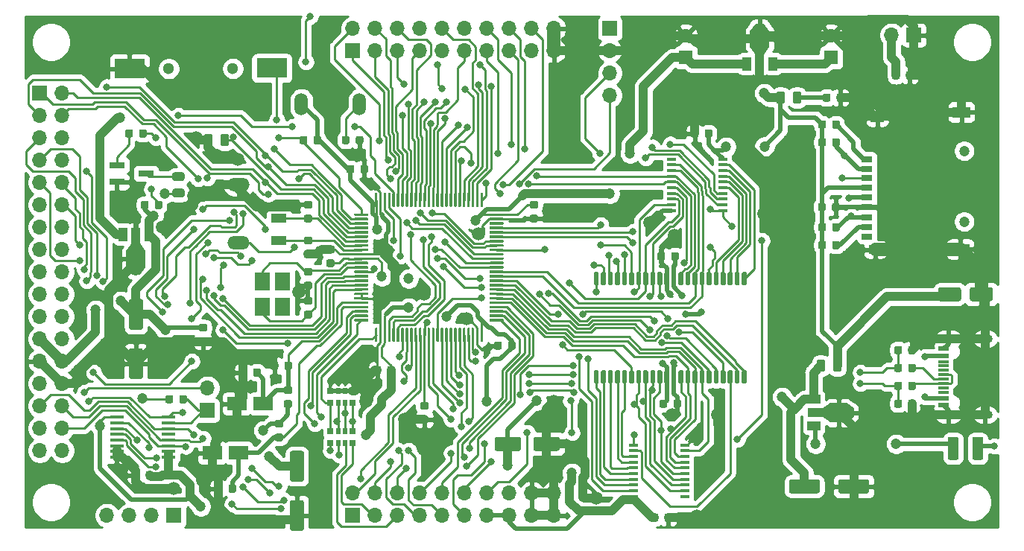
<source format=gbr>
%TF.GenerationSoftware,KiCad,Pcbnew,5.1.5-br-unknown-alt1.rc1*%
%TF.CreationDate,2025-11-25T07:27:36+07:00*%
%TF.ProjectId,ch32v307_100,63683332-7633-4303-975f-3130302e6b69,rev?*%
%TF.SameCoordinates,PX21e9a40PY1d11680*%
%TF.FileFunction,Copper,L1,Top*%
%TF.FilePolarity,Positive*%
%FSLAX46Y46*%
G04 Gerber Fmt 4.6, Leading zero omitted, Abs format (unit mm)*
G04 Created by KiCad (PCBNEW 5.1.5-br-unknown-alt1.rc1) date 2025-11-25 07:27:36*
%MOMM*%
%LPD*%
G01*
G04 APERTURE LIST*
%TA.AperFunction,SMDPad,CuDef*%
%ADD10R,1.500000X0.450000*%
%TD*%
%TA.AperFunction,ComponentPad*%
%ADD11R,1.700000X1.700000*%
%TD*%
%TA.AperFunction,ComponentPad*%
%ADD12O,1.700000X1.700000*%
%TD*%
%TA.AperFunction,SMDPad,CuDef*%
%ADD13R,0.640000X0.700000*%
%TD*%
%TA.AperFunction,SMDPad,CuDef*%
%ADD14R,0.500000X0.700000*%
%TD*%
%TA.AperFunction,SMDPad,CuDef*%
%ADD15R,3.500000X2.250000*%
%TD*%
%TA.AperFunction,ComponentPad*%
%ADD16C,1.300000*%
%TD*%
%TA.AperFunction,SMDPad,CuDef*%
%ADD17R,2.200000X1.600000*%
%TD*%
%TA.AperFunction,ComponentPad*%
%ADD18C,1.600000*%
%TD*%
%TA.AperFunction,ComponentPad*%
%ADD19R,1.600000X1.600000*%
%TD*%
%TA.AperFunction,SMDPad,CuDef*%
%ADD20R,1.200000X0.700000*%
%TD*%
%TA.AperFunction,SMDPad,CuDef*%
%ADD21R,1.500000X1.000000*%
%TD*%
%TA.AperFunction,SMDPad,CuDef*%
%ADD22R,2.000000X1.300000*%
%TD*%
%TA.AperFunction,ComponentPad*%
%ADD23C,1.200000*%
%TD*%
%TA.AperFunction,ComponentPad*%
%ADD24O,2.000000X0.900000*%
%TD*%
%TA.AperFunction,ComponentPad*%
%ADD25O,1.700000X0.900000*%
%TD*%
%TA.AperFunction,SMDPad,CuDef*%
%ADD26R,1.160000X0.300000*%
%TD*%
%TA.AperFunction,SMDPad,CuDef*%
%ADD27R,1.160000X0.600000*%
%TD*%
%TA.AperFunction,ComponentPad*%
%ADD28O,2.524000X1.524000*%
%TD*%
%TA.AperFunction,ComponentPad*%
%ADD29O,1.524000X2.524000*%
%TD*%
%TA.AperFunction,SMDPad,CuDef*%
%ADD30R,1.000000X0.400000*%
%TD*%
%TA.AperFunction,SMDPad,CuDef*%
%ADD31R,1.800000X1.000000*%
%TD*%
%TA.AperFunction,SMDPad,CuDef*%
%ADD32R,1.800000X2.100000*%
%TD*%
%TA.AperFunction,SMDPad,CuDef*%
%ADD33C,0.100000*%
%TD*%
%TA.AperFunction,SMDPad,CuDef*%
%ADD34R,1.840000X2.200000*%
%TD*%
%TA.AperFunction,SMDPad,CuDef*%
%ADD35R,2.200000X1.840000*%
%TD*%
%TA.AperFunction,SMDPad,CuDef*%
%ADD36R,1.000000X1.500000*%
%TD*%
%TA.AperFunction,SMDPad,CuDef*%
%ADD37R,1.000000X1.800000*%
%TD*%
%TA.AperFunction,SMDPad,CuDef*%
%ADD38R,1.800000X0.800000*%
%TD*%
%TA.AperFunction,ViaPad*%
%ADD39C,1.500000*%
%TD*%
%TA.AperFunction,ViaPad*%
%ADD40C,0.800000*%
%TD*%
%TA.AperFunction,ViaPad*%
%ADD41C,1.200000*%
%TD*%
%TA.AperFunction,Conductor*%
%ADD42C,0.220000*%
%TD*%
%TA.AperFunction,Conductor*%
%ADD43C,1.000000*%
%TD*%
%TA.AperFunction,Conductor*%
%ADD44C,0.500000*%
%TD*%
%TA.AperFunction,Conductor*%
%ADD45C,1.500000*%
%TD*%
%TA.AperFunction,Conductor*%
%ADD46C,1.200000*%
%TD*%
%TA.AperFunction,Conductor*%
%ADD47C,0.254000*%
%TD*%
G04 APERTURE END LIST*
%TO.P,U3,1*%
%TO.N,/ADR23*%
%TA.AperFunction,SMDPad,CuDef*%
G36*
G01*
X38007000Y-23285000D02*
X38007000Y-23135000D01*
G75*
G02*
X38082000Y-23060000I75000J0D01*
G01*
X39532000Y-23060000D01*
G75*
G02*
X39607000Y-23135000I0J-75000D01*
G01*
X39607000Y-23285000D01*
G75*
G02*
X39532000Y-23360000I-75000J0D01*
G01*
X38082000Y-23360000D01*
G75*
G02*
X38007000Y-23285000I0J75000D01*
G01*
G37*
%TD.AperFunction*%
%TO.P,U3,2*%
%TO.N,/ADR19*%
%TA.AperFunction,SMDPad,CuDef*%
G36*
G01*
X38007000Y-23785000D02*
X38007000Y-23635000D01*
G75*
G02*
X38082000Y-23560000I75000J0D01*
G01*
X39532000Y-23560000D01*
G75*
G02*
X39607000Y-23635000I0J-75000D01*
G01*
X39607000Y-23785000D01*
G75*
G02*
X39532000Y-23860000I-75000J0D01*
G01*
X38082000Y-23860000D01*
G75*
G02*
X38007000Y-23785000I0J75000D01*
G01*
G37*
%TD.AperFunction*%
%TO.P,U3,3*%
%TO.N,/ADR20*%
%TA.AperFunction,SMDPad,CuDef*%
G36*
G01*
X38007000Y-24285000D02*
X38007000Y-24135000D01*
G75*
G02*
X38082000Y-24060000I75000J0D01*
G01*
X39532000Y-24060000D01*
G75*
G02*
X39607000Y-24135000I0J-75000D01*
G01*
X39607000Y-24285000D01*
G75*
G02*
X39532000Y-24360000I-75000J0D01*
G01*
X38082000Y-24360000D01*
G75*
G02*
X38007000Y-24285000I0J75000D01*
G01*
G37*
%TD.AperFunction*%
%TO.P,U3,4*%
%TO.N,/ADR21*%
%TA.AperFunction,SMDPad,CuDef*%
G36*
G01*
X38007000Y-24785000D02*
X38007000Y-24635000D01*
G75*
G02*
X38082000Y-24560000I75000J0D01*
G01*
X39532000Y-24560000D01*
G75*
G02*
X39607000Y-24635000I0J-75000D01*
G01*
X39607000Y-24785000D01*
G75*
G02*
X39532000Y-24860000I-75000J0D01*
G01*
X38082000Y-24860000D01*
G75*
G02*
X38007000Y-24785000I0J75000D01*
G01*
G37*
%TD.AperFunction*%
%TO.P,U3,5*%
%TO.N,/ADR22*%
%TA.AperFunction,SMDPad,CuDef*%
G36*
G01*
X38007000Y-25285000D02*
X38007000Y-25135000D01*
G75*
G02*
X38082000Y-25060000I75000J0D01*
G01*
X39532000Y-25060000D01*
G75*
G02*
X39607000Y-25135000I0J-75000D01*
G01*
X39607000Y-25285000D01*
G75*
G02*
X39532000Y-25360000I-75000J0D01*
G01*
X38082000Y-25360000D01*
G75*
G02*
X38007000Y-25285000I0J75000D01*
G01*
G37*
%TD.AperFunction*%
%TO.P,U3,6*%
%TO.N,/VBAT*%
%TA.AperFunction,SMDPad,CuDef*%
G36*
G01*
X38007000Y-25785000D02*
X38007000Y-25635000D01*
G75*
G02*
X38082000Y-25560000I75000J0D01*
G01*
X39532000Y-25560000D01*
G75*
G02*
X39607000Y-25635000I0J-75000D01*
G01*
X39607000Y-25785000D01*
G75*
G02*
X39532000Y-25860000I-75000J0D01*
G01*
X38082000Y-25860000D01*
G75*
G02*
X38007000Y-25785000I0J75000D01*
G01*
G37*
%TD.AperFunction*%
%TO.P,U3,7*%
%TO.N,/LCD_CS*%
%TA.AperFunction,SMDPad,CuDef*%
G36*
G01*
X38007000Y-26285000D02*
X38007000Y-26135000D01*
G75*
G02*
X38082000Y-26060000I75000J0D01*
G01*
X39532000Y-26060000D01*
G75*
G02*
X39607000Y-26135000I0J-75000D01*
G01*
X39607000Y-26285000D01*
G75*
G02*
X39532000Y-26360000I-75000J0D01*
G01*
X38082000Y-26360000D01*
G75*
G02*
X38007000Y-26285000I0J75000D01*
G01*
G37*
%TD.AperFunction*%
%TO.P,U3,8*%
%TO.N,Net-(C5-Pad2)*%
%TA.AperFunction,SMDPad,CuDef*%
G36*
G01*
X38007000Y-26785000D02*
X38007000Y-26635000D01*
G75*
G02*
X38082000Y-26560000I75000J0D01*
G01*
X39532000Y-26560000D01*
G75*
G02*
X39607000Y-26635000I0J-75000D01*
G01*
X39607000Y-26785000D01*
G75*
G02*
X39532000Y-26860000I-75000J0D01*
G01*
X38082000Y-26860000D01*
G75*
G02*
X38007000Y-26785000I0J75000D01*
G01*
G37*
%TD.AperFunction*%
%TO.P,U3,9*%
%TO.N,Net-(C6-Pad1)*%
%TA.AperFunction,SMDPad,CuDef*%
G36*
G01*
X38007000Y-27285000D02*
X38007000Y-27135000D01*
G75*
G02*
X38082000Y-27060000I75000J0D01*
G01*
X39532000Y-27060000D01*
G75*
G02*
X39607000Y-27135000I0J-75000D01*
G01*
X39607000Y-27285000D01*
G75*
G02*
X39532000Y-27360000I-75000J0D01*
G01*
X38082000Y-27360000D01*
G75*
G02*
X38007000Y-27285000I0J75000D01*
G01*
G37*
%TD.AperFunction*%
%TO.P,U3,10*%
%TO.N,GND*%
%TA.AperFunction,SMDPad,CuDef*%
G36*
G01*
X38007000Y-27785000D02*
X38007000Y-27635000D01*
G75*
G02*
X38082000Y-27560000I75000J0D01*
G01*
X39532000Y-27560000D01*
G75*
G02*
X39607000Y-27635000I0J-75000D01*
G01*
X39607000Y-27785000D01*
G75*
G02*
X39532000Y-27860000I-75000J0D01*
G01*
X38082000Y-27860000D01*
G75*
G02*
X38007000Y-27785000I0J75000D01*
G01*
G37*
%TD.AperFunction*%
%TO.P,U3,11*%
%TO.N,/+3.3V*%
%TA.AperFunction,SMDPad,CuDef*%
G36*
G01*
X38007000Y-28285000D02*
X38007000Y-28135000D01*
G75*
G02*
X38082000Y-28060000I75000J0D01*
G01*
X39532000Y-28060000D01*
G75*
G02*
X39607000Y-28135000I0J-75000D01*
G01*
X39607000Y-28285000D01*
G75*
G02*
X39532000Y-28360000I-75000J0D01*
G01*
X38082000Y-28360000D01*
G75*
G02*
X38007000Y-28285000I0J75000D01*
G01*
G37*
%TD.AperFunction*%
%TO.P,U3,12*%
%TO.N,Net-(C7-Pad2)*%
%TA.AperFunction,SMDPad,CuDef*%
G36*
G01*
X38007000Y-28785000D02*
X38007000Y-28635000D01*
G75*
G02*
X38082000Y-28560000I75000J0D01*
G01*
X39532000Y-28560000D01*
G75*
G02*
X39607000Y-28635000I0J-75000D01*
G01*
X39607000Y-28785000D01*
G75*
G02*
X39532000Y-28860000I-75000J0D01*
G01*
X38082000Y-28860000D01*
G75*
G02*
X38007000Y-28785000I0J75000D01*
G01*
G37*
%TD.AperFunction*%
%TO.P,U3,13*%
%TO.N,Net-(C8-Pad1)*%
%TA.AperFunction,SMDPad,CuDef*%
G36*
G01*
X38007000Y-29285000D02*
X38007000Y-29135000D01*
G75*
G02*
X38082000Y-29060000I75000J0D01*
G01*
X39532000Y-29060000D01*
G75*
G02*
X39607000Y-29135000I0J-75000D01*
G01*
X39607000Y-29285000D01*
G75*
G02*
X39532000Y-29360000I-75000J0D01*
G01*
X38082000Y-29360000D01*
G75*
G02*
X38007000Y-29285000I0J75000D01*
G01*
G37*
%TD.AperFunction*%
%TO.P,U3,14*%
%TO.N,/nRESET*%
%TA.AperFunction,SMDPad,CuDef*%
G36*
G01*
X38007000Y-29785000D02*
X38007000Y-29635000D01*
G75*
G02*
X38082000Y-29560000I75000J0D01*
G01*
X39532000Y-29560000D01*
G75*
G02*
X39607000Y-29635000I0J-75000D01*
G01*
X39607000Y-29785000D01*
G75*
G02*
X39532000Y-29860000I-75000J0D01*
G01*
X38082000Y-29860000D01*
G75*
G02*
X38007000Y-29785000I0J75000D01*
G01*
G37*
%TD.AperFunction*%
%TO.P,U3,15*%
%TO.N,/TFT_D0*%
%TA.AperFunction,SMDPad,CuDef*%
G36*
G01*
X38007000Y-30285000D02*
X38007000Y-30135000D01*
G75*
G02*
X38082000Y-30060000I75000J0D01*
G01*
X39532000Y-30060000D01*
G75*
G02*
X39607000Y-30135000I0J-75000D01*
G01*
X39607000Y-30285000D01*
G75*
G02*
X39532000Y-30360000I-75000J0D01*
G01*
X38082000Y-30360000D01*
G75*
G02*
X38007000Y-30285000I0J75000D01*
G01*
G37*
%TD.AperFunction*%
%TO.P,U3,16*%
%TO.N,/TFT_D1*%
%TA.AperFunction,SMDPad,CuDef*%
G36*
G01*
X38007000Y-30785000D02*
X38007000Y-30635000D01*
G75*
G02*
X38082000Y-30560000I75000J0D01*
G01*
X39532000Y-30560000D01*
G75*
G02*
X39607000Y-30635000I0J-75000D01*
G01*
X39607000Y-30785000D01*
G75*
G02*
X39532000Y-30860000I-75000J0D01*
G01*
X38082000Y-30860000D01*
G75*
G02*
X38007000Y-30785000I0J75000D01*
G01*
G37*
%TD.AperFunction*%
%TO.P,U3,17*%
%TO.N,/TFT_D2*%
%TA.AperFunction,SMDPad,CuDef*%
G36*
G01*
X38007000Y-31285000D02*
X38007000Y-31135000D01*
G75*
G02*
X38082000Y-31060000I75000J0D01*
G01*
X39532000Y-31060000D01*
G75*
G02*
X39607000Y-31135000I0J-75000D01*
G01*
X39607000Y-31285000D01*
G75*
G02*
X39532000Y-31360000I-75000J0D01*
G01*
X38082000Y-31360000D01*
G75*
G02*
X38007000Y-31285000I0J75000D01*
G01*
G37*
%TD.AperFunction*%
%TO.P,U3,18*%
%TO.N,/TFT_D3*%
%TA.AperFunction,SMDPad,CuDef*%
G36*
G01*
X38007000Y-31785000D02*
X38007000Y-31635000D01*
G75*
G02*
X38082000Y-31560000I75000J0D01*
G01*
X39532000Y-31560000D01*
G75*
G02*
X39607000Y-31635000I0J-75000D01*
G01*
X39607000Y-31785000D01*
G75*
G02*
X39532000Y-31860000I-75000J0D01*
G01*
X38082000Y-31860000D01*
G75*
G02*
X38007000Y-31785000I0J75000D01*
G01*
G37*
%TD.AperFunction*%
%TO.P,U3,19*%
%TO.N,GND*%
%TA.AperFunction,SMDPad,CuDef*%
G36*
G01*
X38007000Y-32285000D02*
X38007000Y-32135000D01*
G75*
G02*
X38082000Y-32060000I75000J0D01*
G01*
X39532000Y-32060000D01*
G75*
G02*
X39607000Y-32135000I0J-75000D01*
G01*
X39607000Y-32285000D01*
G75*
G02*
X39532000Y-32360000I-75000J0D01*
G01*
X38082000Y-32360000D01*
G75*
G02*
X38007000Y-32285000I0J75000D01*
G01*
G37*
%TD.AperFunction*%
%TO.P,U3,20*%
%TA.AperFunction,SMDPad,CuDef*%
G36*
G01*
X38007000Y-32785000D02*
X38007000Y-32635000D01*
G75*
G02*
X38082000Y-32560000I75000J0D01*
G01*
X39532000Y-32560000D01*
G75*
G02*
X39607000Y-32635000I0J-75000D01*
G01*
X39607000Y-32785000D01*
G75*
G02*
X39532000Y-32860000I-75000J0D01*
G01*
X38082000Y-32860000D01*
G75*
G02*
X38007000Y-32785000I0J75000D01*
G01*
G37*
%TD.AperFunction*%
%TO.P,U3,21*%
%TO.N,Net-(C2-Pad2)*%
%TA.AperFunction,SMDPad,CuDef*%
G36*
G01*
X38007000Y-33285000D02*
X38007000Y-33135000D01*
G75*
G02*
X38082000Y-33060000I75000J0D01*
G01*
X39532000Y-33060000D01*
G75*
G02*
X39607000Y-33135000I0J-75000D01*
G01*
X39607000Y-33285000D01*
G75*
G02*
X39532000Y-33360000I-75000J0D01*
G01*
X38082000Y-33360000D01*
G75*
G02*
X38007000Y-33285000I0J75000D01*
G01*
G37*
%TD.AperFunction*%
%TO.P,U3,22*%
%TO.N,Net-(C1-Pad2)*%
%TA.AperFunction,SMDPad,CuDef*%
G36*
G01*
X38007000Y-33785000D02*
X38007000Y-33635000D01*
G75*
G02*
X38082000Y-33560000I75000J0D01*
G01*
X39532000Y-33560000D01*
G75*
G02*
X39607000Y-33635000I0J-75000D01*
G01*
X39607000Y-33785000D01*
G75*
G02*
X39532000Y-33860000I-75000J0D01*
G01*
X38082000Y-33860000D01*
G75*
G02*
X38007000Y-33785000I0J75000D01*
G01*
G37*
%TD.AperFunction*%
%TO.P,U3,23*%
%TO.N,/AIN0*%
%TA.AperFunction,SMDPad,CuDef*%
G36*
G01*
X38007000Y-34285000D02*
X38007000Y-34135000D01*
G75*
G02*
X38082000Y-34060000I75000J0D01*
G01*
X39532000Y-34060000D01*
G75*
G02*
X39607000Y-34135000I0J-75000D01*
G01*
X39607000Y-34285000D01*
G75*
G02*
X39532000Y-34360000I-75000J0D01*
G01*
X38082000Y-34360000D01*
G75*
G02*
X38007000Y-34285000I0J75000D01*
G01*
G37*
%TD.AperFunction*%
%TO.P,U3,24*%
%TO.N,/AIN1*%
%TA.AperFunction,SMDPad,CuDef*%
G36*
G01*
X38007000Y-34785000D02*
X38007000Y-34635000D01*
G75*
G02*
X38082000Y-34560000I75000J0D01*
G01*
X39532000Y-34560000D01*
G75*
G02*
X39607000Y-34635000I0J-75000D01*
G01*
X39607000Y-34785000D01*
G75*
G02*
X39532000Y-34860000I-75000J0D01*
G01*
X38082000Y-34860000D01*
G75*
G02*
X38007000Y-34785000I0J75000D01*
G01*
G37*
%TD.AperFunction*%
%TO.P,U3,25*%
%TO.N,/AIN2*%
%TA.AperFunction,SMDPad,CuDef*%
G36*
G01*
X38007000Y-35285000D02*
X38007000Y-35135000D01*
G75*
G02*
X38082000Y-35060000I75000J0D01*
G01*
X39532000Y-35060000D01*
G75*
G02*
X39607000Y-35135000I0J-75000D01*
G01*
X39607000Y-35285000D01*
G75*
G02*
X39532000Y-35360000I-75000J0D01*
G01*
X38082000Y-35360000D01*
G75*
G02*
X38007000Y-35285000I0J75000D01*
G01*
G37*
%TD.AperFunction*%
%TO.P,U3,26*%
%TO.N,/AIN3*%
%TA.AperFunction,SMDPad,CuDef*%
G36*
G01*
X40332000Y-37610000D02*
X40332000Y-36160000D01*
G75*
G02*
X40407000Y-36085000I75000J0D01*
G01*
X40557000Y-36085000D01*
G75*
G02*
X40632000Y-36160000I0J-75000D01*
G01*
X40632000Y-37610000D01*
G75*
G02*
X40557000Y-37685000I-75000J0D01*
G01*
X40407000Y-37685000D01*
G75*
G02*
X40332000Y-37610000I0J75000D01*
G01*
G37*
%TD.AperFunction*%
%TO.P,U3,27*%
%TO.N,GND*%
%TA.AperFunction,SMDPad,CuDef*%
G36*
G01*
X40832000Y-37610000D02*
X40832000Y-36160000D01*
G75*
G02*
X40907000Y-36085000I75000J0D01*
G01*
X41057000Y-36085000D01*
G75*
G02*
X41132000Y-36160000I0J-75000D01*
G01*
X41132000Y-37610000D01*
G75*
G02*
X41057000Y-37685000I-75000J0D01*
G01*
X40907000Y-37685000D01*
G75*
G02*
X40832000Y-37610000I0J75000D01*
G01*
G37*
%TD.AperFunction*%
%TO.P,U3,28*%
%TO.N,/+3.3V*%
%TA.AperFunction,SMDPad,CuDef*%
G36*
G01*
X41332000Y-37610000D02*
X41332000Y-36160000D01*
G75*
G02*
X41407000Y-36085000I75000J0D01*
G01*
X41557000Y-36085000D01*
G75*
G02*
X41632000Y-36160000I0J-75000D01*
G01*
X41632000Y-37610000D01*
G75*
G02*
X41557000Y-37685000I-75000J0D01*
G01*
X41407000Y-37685000D01*
G75*
G02*
X41332000Y-37610000I0J75000D01*
G01*
G37*
%TD.AperFunction*%
%TO.P,U3,29*%
%TO.N,/DVI_HSYNC*%
%TA.AperFunction,SMDPad,CuDef*%
G36*
G01*
X41832000Y-37610000D02*
X41832000Y-36160000D01*
G75*
G02*
X41907000Y-36085000I75000J0D01*
G01*
X42057000Y-36085000D01*
G75*
G02*
X42132000Y-36160000I0J-75000D01*
G01*
X42132000Y-37610000D01*
G75*
G02*
X42057000Y-37685000I-75000J0D01*
G01*
X41907000Y-37685000D01*
G75*
G02*
X41832000Y-37610000I0J75000D01*
G01*
G37*
%TD.AperFunction*%
%TO.P,U3,30*%
%TO.N,/DVI_VSYNC*%
%TA.AperFunction,SMDPad,CuDef*%
G36*
G01*
X42332000Y-37610000D02*
X42332000Y-36160000D01*
G75*
G02*
X42407000Y-36085000I75000J0D01*
G01*
X42557000Y-36085000D01*
G75*
G02*
X42632000Y-36160000I0J-75000D01*
G01*
X42632000Y-37610000D01*
G75*
G02*
X42557000Y-37685000I-75000J0D01*
G01*
X42407000Y-37685000D01*
G75*
G02*
X42332000Y-37610000I0J75000D01*
G01*
G37*
%TD.AperFunction*%
%TO.P,U3,31*%
%TO.N,/DVI_PCLK*%
%TA.AperFunction,SMDPad,CuDef*%
G36*
G01*
X42832000Y-37610000D02*
X42832000Y-36160000D01*
G75*
G02*
X42907000Y-36085000I75000J0D01*
G01*
X43057000Y-36085000D01*
G75*
G02*
X43132000Y-36160000I0J-75000D01*
G01*
X43132000Y-37610000D01*
G75*
G02*
X43057000Y-37685000I-75000J0D01*
G01*
X42907000Y-37685000D01*
G75*
G02*
X42832000Y-37610000I0J75000D01*
G01*
G37*
%TD.AperFunction*%
%TO.P,U3,32*%
%TO.N,/AIN4*%
%TA.AperFunction,SMDPad,CuDef*%
G36*
G01*
X43332000Y-37610000D02*
X43332000Y-36160000D01*
G75*
G02*
X43407000Y-36085000I75000J0D01*
G01*
X43557000Y-36085000D01*
G75*
G02*
X43632000Y-36160000I0J-75000D01*
G01*
X43632000Y-37610000D01*
G75*
G02*
X43557000Y-37685000I-75000J0D01*
G01*
X43407000Y-37685000D01*
G75*
G02*
X43332000Y-37610000I0J75000D01*
G01*
G37*
%TD.AperFunction*%
%TO.P,U3,33*%
%TO.N,/TFT_D4*%
%TA.AperFunction,SMDPad,CuDef*%
G36*
G01*
X43832000Y-37610000D02*
X43832000Y-36160000D01*
G75*
G02*
X43907000Y-36085000I75000J0D01*
G01*
X44057000Y-36085000D01*
G75*
G02*
X44132000Y-36160000I0J-75000D01*
G01*
X44132000Y-37610000D01*
G75*
G02*
X44057000Y-37685000I-75000J0D01*
G01*
X43907000Y-37685000D01*
G75*
G02*
X43832000Y-37610000I0J75000D01*
G01*
G37*
%TD.AperFunction*%
%TO.P,U3,34*%
%TO.N,/TFT_D5*%
%TA.AperFunction,SMDPad,CuDef*%
G36*
G01*
X44332000Y-37610000D02*
X44332000Y-36160000D01*
G75*
G02*
X44407000Y-36085000I75000J0D01*
G01*
X44557000Y-36085000D01*
G75*
G02*
X44632000Y-36160000I0J-75000D01*
G01*
X44632000Y-37610000D01*
G75*
G02*
X44557000Y-37685000I-75000J0D01*
G01*
X44407000Y-37685000D01*
G75*
G02*
X44332000Y-37610000I0J75000D01*
G01*
G37*
%TD.AperFunction*%
%TO.P,U3,35*%
%TO.N,/UTX4*%
%TA.AperFunction,SMDPad,CuDef*%
G36*
G01*
X44832000Y-37610000D02*
X44832000Y-36160000D01*
G75*
G02*
X44907000Y-36085000I75000J0D01*
G01*
X45057000Y-36085000D01*
G75*
G02*
X45132000Y-36160000I0J-75000D01*
G01*
X45132000Y-37610000D01*
G75*
G02*
X45057000Y-37685000I-75000J0D01*
G01*
X44907000Y-37685000D01*
G75*
G02*
X44832000Y-37610000I0J75000D01*
G01*
G37*
%TD.AperFunction*%
%TO.P,U3,36*%
%TO.N,/URX4*%
%TA.AperFunction,SMDPad,CuDef*%
G36*
G01*
X45332000Y-37610000D02*
X45332000Y-36160000D01*
G75*
G02*
X45407000Y-36085000I75000J0D01*
G01*
X45557000Y-36085000D01*
G75*
G02*
X45632000Y-36160000I0J-75000D01*
G01*
X45632000Y-37610000D01*
G75*
G02*
X45557000Y-37685000I-75000J0D01*
G01*
X45407000Y-37685000D01*
G75*
G02*
X45332000Y-37610000I0J75000D01*
G01*
G37*
%TD.AperFunction*%
%TO.P,U3,37*%
%TO.N,/LCD_WR*%
%TA.AperFunction,SMDPad,CuDef*%
G36*
G01*
X45832000Y-37610000D02*
X45832000Y-36160000D01*
G75*
G02*
X45907000Y-36085000I75000J0D01*
G01*
X46057000Y-36085000D01*
G75*
G02*
X46132000Y-36160000I0J-75000D01*
G01*
X46132000Y-37610000D01*
G75*
G02*
X46057000Y-37685000I-75000J0D01*
G01*
X45907000Y-37685000D01*
G75*
G02*
X45832000Y-37610000I0J75000D01*
G01*
G37*
%TD.AperFunction*%
%TO.P,U3,38*%
%TO.N,/D4*%
%TA.AperFunction,SMDPad,CuDef*%
G36*
G01*
X46332000Y-37610000D02*
X46332000Y-36160000D01*
G75*
G02*
X46407000Y-36085000I75000J0D01*
G01*
X46557000Y-36085000D01*
G75*
G02*
X46632000Y-36160000I0J-75000D01*
G01*
X46632000Y-37610000D01*
G75*
G02*
X46557000Y-37685000I-75000J0D01*
G01*
X46407000Y-37685000D01*
G75*
G02*
X46332000Y-37610000I0J75000D01*
G01*
G37*
%TD.AperFunction*%
%TO.P,U3,39*%
%TO.N,/D5*%
%TA.AperFunction,SMDPad,CuDef*%
G36*
G01*
X46832000Y-37610000D02*
X46832000Y-36160000D01*
G75*
G02*
X46907000Y-36085000I75000J0D01*
G01*
X47057000Y-36085000D01*
G75*
G02*
X47132000Y-36160000I0J-75000D01*
G01*
X47132000Y-37610000D01*
G75*
G02*
X47057000Y-37685000I-75000J0D01*
G01*
X46907000Y-37685000D01*
G75*
G02*
X46832000Y-37610000I0J75000D01*
G01*
G37*
%TD.AperFunction*%
%TO.P,U3,40*%
%TO.N,/D6*%
%TA.AperFunction,SMDPad,CuDef*%
G36*
G01*
X47332000Y-37610000D02*
X47332000Y-36160000D01*
G75*
G02*
X47407000Y-36085000I75000J0D01*
G01*
X47557000Y-36085000D01*
G75*
G02*
X47632000Y-36160000I0J-75000D01*
G01*
X47632000Y-37610000D01*
G75*
G02*
X47557000Y-37685000I-75000J0D01*
G01*
X47407000Y-37685000D01*
G75*
G02*
X47332000Y-37610000I0J75000D01*
G01*
G37*
%TD.AperFunction*%
%TO.P,U3,41*%
%TO.N,/D7*%
%TA.AperFunction,SMDPad,CuDef*%
G36*
G01*
X47832000Y-37610000D02*
X47832000Y-36160000D01*
G75*
G02*
X47907000Y-36085000I75000J0D01*
G01*
X48057000Y-36085000D01*
G75*
G02*
X48132000Y-36160000I0J-75000D01*
G01*
X48132000Y-37610000D01*
G75*
G02*
X48057000Y-37685000I-75000J0D01*
G01*
X47907000Y-37685000D01*
G75*
G02*
X47832000Y-37610000I0J75000D01*
G01*
G37*
%TD.AperFunction*%
%TO.P,U3,42*%
%TO.N,/D8*%
%TA.AperFunction,SMDPad,CuDef*%
G36*
G01*
X48332000Y-37610000D02*
X48332000Y-36160000D01*
G75*
G02*
X48407000Y-36085000I75000J0D01*
G01*
X48557000Y-36085000D01*
G75*
G02*
X48632000Y-36160000I0J-75000D01*
G01*
X48632000Y-37610000D01*
G75*
G02*
X48557000Y-37685000I-75000J0D01*
G01*
X48407000Y-37685000D01*
G75*
G02*
X48332000Y-37610000I0J75000D01*
G01*
G37*
%TD.AperFunction*%
%TO.P,U3,43*%
%TO.N,/D9*%
%TA.AperFunction,SMDPad,CuDef*%
G36*
G01*
X48832000Y-37610000D02*
X48832000Y-36160000D01*
G75*
G02*
X48907000Y-36085000I75000J0D01*
G01*
X49057000Y-36085000D01*
G75*
G02*
X49132000Y-36160000I0J-75000D01*
G01*
X49132000Y-37610000D01*
G75*
G02*
X49057000Y-37685000I-75000J0D01*
G01*
X48907000Y-37685000D01*
G75*
G02*
X48832000Y-37610000I0J75000D01*
G01*
G37*
%TD.AperFunction*%
%TO.P,U3,44*%
%TO.N,/D10*%
%TA.AperFunction,SMDPad,CuDef*%
G36*
G01*
X49332000Y-37610000D02*
X49332000Y-36160000D01*
G75*
G02*
X49407000Y-36085000I75000J0D01*
G01*
X49557000Y-36085000D01*
G75*
G02*
X49632000Y-36160000I0J-75000D01*
G01*
X49632000Y-37610000D01*
G75*
G02*
X49557000Y-37685000I-75000J0D01*
G01*
X49407000Y-37685000D01*
G75*
G02*
X49332000Y-37610000I0J75000D01*
G01*
G37*
%TD.AperFunction*%
%TO.P,U3,45*%
%TO.N,/D11*%
%TA.AperFunction,SMDPad,CuDef*%
G36*
G01*
X49832000Y-37610000D02*
X49832000Y-36160000D01*
G75*
G02*
X49907000Y-36085000I75000J0D01*
G01*
X50057000Y-36085000D01*
G75*
G02*
X50132000Y-36160000I0J-75000D01*
G01*
X50132000Y-37610000D01*
G75*
G02*
X50057000Y-37685000I-75000J0D01*
G01*
X49907000Y-37685000D01*
G75*
G02*
X49832000Y-37610000I0J75000D01*
G01*
G37*
%TD.AperFunction*%
%TO.P,U3,46*%
%TO.N,/D12*%
%TA.AperFunction,SMDPad,CuDef*%
G36*
G01*
X50332000Y-37610000D02*
X50332000Y-36160000D01*
G75*
G02*
X50407000Y-36085000I75000J0D01*
G01*
X50557000Y-36085000D01*
G75*
G02*
X50632000Y-36160000I0J-75000D01*
G01*
X50632000Y-37610000D01*
G75*
G02*
X50557000Y-37685000I-75000J0D01*
G01*
X50407000Y-37685000D01*
G75*
G02*
X50332000Y-37610000I0J75000D01*
G01*
G37*
%TD.AperFunction*%
%TO.P,U3,47*%
%TO.N,/DVI_SCL*%
%TA.AperFunction,SMDPad,CuDef*%
G36*
G01*
X50832000Y-37610000D02*
X50832000Y-36160000D01*
G75*
G02*
X50907000Y-36085000I75000J0D01*
G01*
X51057000Y-36085000D01*
G75*
G02*
X51132000Y-36160000I0J-75000D01*
G01*
X51132000Y-37610000D01*
G75*
G02*
X51057000Y-37685000I-75000J0D01*
G01*
X50907000Y-37685000D01*
G75*
G02*
X50832000Y-37610000I0J75000D01*
G01*
G37*
%TD.AperFunction*%
%TO.P,U3,48*%
%TO.N,/DVI_SDA*%
%TA.AperFunction,SMDPad,CuDef*%
G36*
G01*
X51332000Y-37610000D02*
X51332000Y-36160000D01*
G75*
G02*
X51407000Y-36085000I75000J0D01*
G01*
X51557000Y-36085000D01*
G75*
G02*
X51632000Y-36160000I0J-75000D01*
G01*
X51632000Y-37610000D01*
G75*
G02*
X51557000Y-37685000I-75000J0D01*
G01*
X51407000Y-37685000D01*
G75*
G02*
X51332000Y-37610000I0J75000D01*
G01*
G37*
%TD.AperFunction*%
%TO.P,U3,49*%
%TO.N,GND*%
%TA.AperFunction,SMDPad,CuDef*%
G36*
G01*
X51832000Y-37610000D02*
X51832000Y-36160000D01*
G75*
G02*
X51907000Y-36085000I75000J0D01*
G01*
X52057000Y-36085000D01*
G75*
G02*
X52132000Y-36160000I0J-75000D01*
G01*
X52132000Y-37610000D01*
G75*
G02*
X52057000Y-37685000I-75000J0D01*
G01*
X51907000Y-37685000D01*
G75*
G02*
X51832000Y-37610000I0J75000D01*
G01*
G37*
%TD.AperFunction*%
%TO.P,U3,50*%
%TO.N,/+3.3V*%
%TA.AperFunction,SMDPad,CuDef*%
G36*
G01*
X52332000Y-37610000D02*
X52332000Y-36160000D01*
G75*
G02*
X52407000Y-36085000I75000J0D01*
G01*
X52557000Y-36085000D01*
G75*
G02*
X52632000Y-36160000I0J-75000D01*
G01*
X52632000Y-37610000D01*
G75*
G02*
X52557000Y-37685000I-75000J0D01*
G01*
X52407000Y-37685000D01*
G75*
G02*
X52332000Y-37610000I0J75000D01*
G01*
G37*
%TD.AperFunction*%
%TO.P,U3,51*%
%TO.N,/SPI2_CS*%
%TA.AperFunction,SMDPad,CuDef*%
G36*
G01*
X53357000Y-35285000D02*
X53357000Y-35135000D01*
G75*
G02*
X53432000Y-35060000I75000J0D01*
G01*
X54882000Y-35060000D01*
G75*
G02*
X54957000Y-35135000I0J-75000D01*
G01*
X54957000Y-35285000D01*
G75*
G02*
X54882000Y-35360000I-75000J0D01*
G01*
X53432000Y-35360000D01*
G75*
G02*
X53357000Y-35285000I0J75000D01*
G01*
G37*
%TD.AperFunction*%
%TO.P,U3,52*%
%TO.N,/SPI2_CLK*%
%TA.AperFunction,SMDPad,CuDef*%
G36*
G01*
X53357000Y-34785000D02*
X53357000Y-34635000D01*
G75*
G02*
X53432000Y-34560000I75000J0D01*
G01*
X54882000Y-34560000D01*
G75*
G02*
X54957000Y-34635000I0J-75000D01*
G01*
X54957000Y-34785000D01*
G75*
G02*
X54882000Y-34860000I-75000J0D01*
G01*
X53432000Y-34860000D01*
G75*
G02*
X53357000Y-34785000I0J75000D01*
G01*
G37*
%TD.AperFunction*%
%TO.P,U3,53*%
%TO.N,/SPI2_MISO*%
%TA.AperFunction,SMDPad,CuDef*%
G36*
G01*
X53357000Y-34285000D02*
X53357000Y-34135000D01*
G75*
G02*
X53432000Y-34060000I75000J0D01*
G01*
X54882000Y-34060000D01*
G75*
G02*
X54957000Y-34135000I0J-75000D01*
G01*
X54957000Y-34285000D01*
G75*
G02*
X54882000Y-34360000I-75000J0D01*
G01*
X53432000Y-34360000D01*
G75*
G02*
X53357000Y-34285000I0J75000D01*
G01*
G37*
%TD.AperFunction*%
%TO.P,U3,54*%
%TO.N,/SPI2_MOSI*%
%TA.AperFunction,SMDPad,CuDef*%
G36*
G01*
X53357000Y-33785000D02*
X53357000Y-33635000D01*
G75*
G02*
X53432000Y-33560000I75000J0D01*
G01*
X54882000Y-33560000D01*
G75*
G02*
X54957000Y-33635000I0J-75000D01*
G01*
X54957000Y-33785000D01*
G75*
G02*
X54882000Y-33860000I-75000J0D01*
G01*
X53432000Y-33860000D01*
G75*
G02*
X53357000Y-33785000I0J75000D01*
G01*
G37*
%TD.AperFunction*%
%TO.P,U3,55*%
%TO.N,/D13*%
%TA.AperFunction,SMDPad,CuDef*%
G36*
G01*
X53357000Y-33285000D02*
X53357000Y-33135000D01*
G75*
G02*
X53432000Y-33060000I75000J0D01*
G01*
X54882000Y-33060000D01*
G75*
G02*
X54957000Y-33135000I0J-75000D01*
G01*
X54957000Y-33285000D01*
G75*
G02*
X54882000Y-33360000I-75000J0D01*
G01*
X53432000Y-33360000D01*
G75*
G02*
X53357000Y-33285000I0J75000D01*
G01*
G37*
%TD.AperFunction*%
%TO.P,U3,56*%
%TO.N,/D14*%
%TA.AperFunction,SMDPad,CuDef*%
G36*
G01*
X53357000Y-32785000D02*
X53357000Y-32635000D01*
G75*
G02*
X53432000Y-32560000I75000J0D01*
G01*
X54882000Y-32560000D01*
G75*
G02*
X54957000Y-32635000I0J-75000D01*
G01*
X54957000Y-32785000D01*
G75*
G02*
X54882000Y-32860000I-75000J0D01*
G01*
X53432000Y-32860000D01*
G75*
G02*
X53357000Y-32785000I0J75000D01*
G01*
G37*
%TD.AperFunction*%
%TO.P,U3,57*%
%TO.N,/D15*%
%TA.AperFunction,SMDPad,CuDef*%
G36*
G01*
X53357000Y-32285000D02*
X53357000Y-32135000D01*
G75*
G02*
X53432000Y-32060000I75000J0D01*
G01*
X54882000Y-32060000D01*
G75*
G02*
X54957000Y-32135000I0J-75000D01*
G01*
X54957000Y-32285000D01*
G75*
G02*
X54882000Y-32360000I-75000J0D01*
G01*
X53432000Y-32360000D01*
G75*
G02*
X53357000Y-32285000I0J75000D01*
G01*
G37*
%TD.AperFunction*%
%TO.P,U3,58*%
%TO.N,/ADR16*%
%TA.AperFunction,SMDPad,CuDef*%
G36*
G01*
X53357000Y-31785000D02*
X53357000Y-31635000D01*
G75*
G02*
X53432000Y-31560000I75000J0D01*
G01*
X54882000Y-31560000D01*
G75*
G02*
X54957000Y-31635000I0J-75000D01*
G01*
X54957000Y-31785000D01*
G75*
G02*
X54882000Y-31860000I-75000J0D01*
G01*
X53432000Y-31860000D01*
G75*
G02*
X53357000Y-31785000I0J75000D01*
G01*
G37*
%TD.AperFunction*%
%TO.P,U3,59*%
%TO.N,/ADR17*%
%TA.AperFunction,SMDPad,CuDef*%
G36*
G01*
X53357000Y-31285000D02*
X53357000Y-31135000D01*
G75*
G02*
X53432000Y-31060000I75000J0D01*
G01*
X54882000Y-31060000D01*
G75*
G02*
X54957000Y-31135000I0J-75000D01*
G01*
X54957000Y-31285000D01*
G75*
G02*
X54882000Y-31360000I-75000J0D01*
G01*
X53432000Y-31360000D01*
G75*
G02*
X53357000Y-31285000I0J75000D01*
G01*
G37*
%TD.AperFunction*%
%TO.P,U3,60*%
%TO.N,/ADR18*%
%TA.AperFunction,SMDPad,CuDef*%
G36*
G01*
X53357000Y-30785000D02*
X53357000Y-30635000D01*
G75*
G02*
X53432000Y-30560000I75000J0D01*
G01*
X54882000Y-30560000D01*
G75*
G02*
X54957000Y-30635000I0J-75000D01*
G01*
X54957000Y-30785000D01*
G75*
G02*
X54882000Y-30860000I-75000J0D01*
G01*
X53432000Y-30860000D01*
G75*
G02*
X53357000Y-30785000I0J75000D01*
G01*
G37*
%TD.AperFunction*%
%TO.P,U3,61*%
%TO.N,/D0*%
%TA.AperFunction,SMDPad,CuDef*%
G36*
G01*
X53357000Y-30285000D02*
X53357000Y-30135000D01*
G75*
G02*
X53432000Y-30060000I75000J0D01*
G01*
X54882000Y-30060000D01*
G75*
G02*
X54957000Y-30135000I0J-75000D01*
G01*
X54957000Y-30285000D01*
G75*
G02*
X54882000Y-30360000I-75000J0D01*
G01*
X53432000Y-30360000D01*
G75*
G02*
X53357000Y-30285000I0J75000D01*
G01*
G37*
%TD.AperFunction*%
%TO.P,U3,62*%
%TO.N,/D1*%
%TA.AperFunction,SMDPad,CuDef*%
G36*
G01*
X53357000Y-29785000D02*
X53357000Y-29635000D01*
G75*
G02*
X53432000Y-29560000I75000J0D01*
G01*
X54882000Y-29560000D01*
G75*
G02*
X54957000Y-29635000I0J-75000D01*
G01*
X54957000Y-29785000D01*
G75*
G02*
X54882000Y-29860000I-75000J0D01*
G01*
X53432000Y-29860000D01*
G75*
G02*
X53357000Y-29785000I0J75000D01*
G01*
G37*
%TD.AperFunction*%
%TO.P,U3,63*%
%TO.N,/TFT_D6*%
%TA.AperFunction,SMDPad,CuDef*%
G36*
G01*
X53357000Y-29285000D02*
X53357000Y-29135000D01*
G75*
G02*
X53432000Y-29060000I75000J0D01*
G01*
X54882000Y-29060000D01*
G75*
G02*
X54957000Y-29135000I0J-75000D01*
G01*
X54957000Y-29285000D01*
G75*
G02*
X54882000Y-29360000I-75000J0D01*
G01*
X53432000Y-29360000D01*
G75*
G02*
X53357000Y-29285000I0J75000D01*
G01*
G37*
%TD.AperFunction*%
%TO.P,U3,64*%
%TO.N,/TFT_D7*%
%TA.AperFunction,SMDPad,CuDef*%
G36*
G01*
X53357000Y-28785000D02*
X53357000Y-28635000D01*
G75*
G02*
X53432000Y-28560000I75000J0D01*
G01*
X54882000Y-28560000D01*
G75*
G02*
X54957000Y-28635000I0J-75000D01*
G01*
X54957000Y-28785000D01*
G75*
G02*
X54882000Y-28860000I-75000J0D01*
G01*
X53432000Y-28860000D01*
G75*
G02*
X53357000Y-28785000I0J75000D01*
G01*
G37*
%TD.AperFunction*%
%TO.P,U3,65*%
%TO.N,/DVI_D2*%
%TA.AperFunction,SMDPad,CuDef*%
G36*
G01*
X53357000Y-28285000D02*
X53357000Y-28135000D01*
G75*
G02*
X53432000Y-28060000I75000J0D01*
G01*
X54882000Y-28060000D01*
G75*
G02*
X54957000Y-28135000I0J-75000D01*
G01*
X54957000Y-28285000D01*
G75*
G02*
X54882000Y-28360000I-75000J0D01*
G01*
X53432000Y-28360000D01*
G75*
G02*
X53357000Y-28285000I0J75000D01*
G01*
G37*
%TD.AperFunction*%
%TO.P,U3,66*%
%TO.N,/DVI_D3*%
%TA.AperFunction,SMDPad,CuDef*%
G36*
G01*
X53357000Y-27785000D02*
X53357000Y-27635000D01*
G75*
G02*
X53432000Y-27560000I75000J0D01*
G01*
X54882000Y-27560000D01*
G75*
G02*
X54957000Y-27635000I0J-75000D01*
G01*
X54957000Y-27785000D01*
G75*
G02*
X54882000Y-27860000I-75000J0D01*
G01*
X53432000Y-27860000D01*
G75*
G02*
X53357000Y-27785000I0J75000D01*
G01*
G37*
%TD.AperFunction*%
%TO.P,U3,67*%
%TO.N,/LCD_BKL*%
%TA.AperFunction,SMDPad,CuDef*%
G36*
G01*
X53357000Y-27285000D02*
X53357000Y-27135000D01*
G75*
G02*
X53432000Y-27060000I75000J0D01*
G01*
X54882000Y-27060000D01*
G75*
G02*
X54957000Y-27135000I0J-75000D01*
G01*
X54957000Y-27285000D01*
G75*
G02*
X54882000Y-27360000I-75000J0D01*
G01*
X53432000Y-27360000D01*
G75*
G02*
X53357000Y-27285000I0J75000D01*
G01*
G37*
%TD.AperFunction*%
%TO.P,U3,68*%
%TO.N,/DVI_D0*%
%TA.AperFunction,SMDPad,CuDef*%
G36*
G01*
X53357000Y-26785000D02*
X53357000Y-26635000D01*
G75*
G02*
X53432000Y-26560000I75000J0D01*
G01*
X54882000Y-26560000D01*
G75*
G02*
X54957000Y-26635000I0J-75000D01*
G01*
X54957000Y-26785000D01*
G75*
G02*
X54882000Y-26860000I-75000J0D01*
G01*
X53432000Y-26860000D01*
G75*
G02*
X53357000Y-26785000I0J75000D01*
G01*
G37*
%TD.AperFunction*%
%TO.P,U3,69*%
%TO.N,/DVI_D1*%
%TA.AperFunction,SMDPad,CuDef*%
G36*
G01*
X53357000Y-26285000D02*
X53357000Y-26135000D01*
G75*
G02*
X53432000Y-26060000I75000J0D01*
G01*
X54882000Y-26060000D01*
G75*
G02*
X54957000Y-26135000I0J-75000D01*
G01*
X54957000Y-26285000D01*
G75*
G02*
X54882000Y-26360000I-75000J0D01*
G01*
X53432000Y-26360000D01*
G75*
G02*
X53357000Y-26285000I0J75000D01*
G01*
G37*
%TD.AperFunction*%
%TO.P,U3,70*%
%TO.N,/USB1_DM*%
%TA.AperFunction,SMDPad,CuDef*%
G36*
G01*
X53357000Y-25785000D02*
X53357000Y-25635000D01*
G75*
G02*
X53432000Y-25560000I75000J0D01*
G01*
X54882000Y-25560000D01*
G75*
G02*
X54957000Y-25635000I0J-75000D01*
G01*
X54957000Y-25785000D01*
G75*
G02*
X54882000Y-25860000I-75000J0D01*
G01*
X53432000Y-25860000D01*
G75*
G02*
X53357000Y-25785000I0J75000D01*
G01*
G37*
%TD.AperFunction*%
%TO.P,U3,71*%
%TO.N,/USB1_DP*%
%TA.AperFunction,SMDPad,CuDef*%
G36*
G01*
X53357000Y-25285000D02*
X53357000Y-25135000D01*
G75*
G02*
X53432000Y-25060000I75000J0D01*
G01*
X54882000Y-25060000D01*
G75*
G02*
X54957000Y-25135000I0J-75000D01*
G01*
X54957000Y-25285000D01*
G75*
G02*
X54882000Y-25360000I-75000J0D01*
G01*
X53432000Y-25360000D01*
G75*
G02*
X53357000Y-25285000I0J75000D01*
G01*
G37*
%TD.AperFunction*%
%TO.P,U3,72*%
%TO.N,/SWIO*%
%TA.AperFunction,SMDPad,CuDef*%
G36*
G01*
X53357000Y-24785000D02*
X53357000Y-24635000D01*
G75*
G02*
X53432000Y-24560000I75000J0D01*
G01*
X54882000Y-24560000D01*
G75*
G02*
X54957000Y-24635000I0J-75000D01*
G01*
X54957000Y-24785000D01*
G75*
G02*
X54882000Y-24860000I-75000J0D01*
G01*
X53432000Y-24860000D01*
G75*
G02*
X53357000Y-24785000I0J75000D01*
G01*
G37*
%TD.AperFunction*%
%TO.P,U3,73*%
%TO.N,Net-(U3-Pad73)*%
%TA.AperFunction,SMDPad,CuDef*%
G36*
G01*
X53357000Y-24285000D02*
X53357000Y-24135000D01*
G75*
G02*
X53432000Y-24060000I75000J0D01*
G01*
X54882000Y-24060000D01*
G75*
G02*
X54957000Y-24135000I0J-75000D01*
G01*
X54957000Y-24285000D01*
G75*
G02*
X54882000Y-24360000I-75000J0D01*
G01*
X53432000Y-24360000D01*
G75*
G02*
X53357000Y-24285000I0J75000D01*
G01*
G37*
%TD.AperFunction*%
%TO.P,U3,74*%
%TO.N,GND*%
%TA.AperFunction,SMDPad,CuDef*%
G36*
G01*
X53357000Y-23785000D02*
X53357000Y-23635000D01*
G75*
G02*
X53432000Y-23560000I75000J0D01*
G01*
X54882000Y-23560000D01*
G75*
G02*
X54957000Y-23635000I0J-75000D01*
G01*
X54957000Y-23785000D01*
G75*
G02*
X54882000Y-23860000I-75000J0D01*
G01*
X53432000Y-23860000D01*
G75*
G02*
X53357000Y-23785000I0J75000D01*
G01*
G37*
%TD.AperFunction*%
%TO.P,U3,75*%
%TO.N,/+3.3V*%
%TA.AperFunction,SMDPad,CuDef*%
G36*
G01*
X53357000Y-23285000D02*
X53357000Y-23135000D01*
G75*
G02*
X53432000Y-23060000I75000J0D01*
G01*
X54882000Y-23060000D01*
G75*
G02*
X54957000Y-23135000I0J-75000D01*
G01*
X54957000Y-23285000D01*
G75*
G02*
X54882000Y-23360000I-75000J0D01*
G01*
X53432000Y-23360000D01*
G75*
G02*
X53357000Y-23285000I0J75000D01*
G01*
G37*
%TD.AperFunction*%
%TO.P,U3,76*%
%TO.N,/SWCK*%
%TA.AperFunction,SMDPad,CuDef*%
G36*
G01*
X52332000Y-22260000D02*
X52332000Y-20810000D01*
G75*
G02*
X52407000Y-20735000I75000J0D01*
G01*
X52557000Y-20735000D01*
G75*
G02*
X52632000Y-20810000I0J-75000D01*
G01*
X52632000Y-22260000D01*
G75*
G02*
X52557000Y-22335000I-75000J0D01*
G01*
X52407000Y-22335000D01*
G75*
G02*
X52332000Y-22260000I0J75000D01*
G01*
G37*
%TD.AperFunction*%
%TO.P,U3,77*%
%TO.N,/SPI3_SS*%
%TA.AperFunction,SMDPad,CuDef*%
G36*
G01*
X51832000Y-22260000D02*
X51832000Y-20810000D01*
G75*
G02*
X51907000Y-20735000I75000J0D01*
G01*
X52057000Y-20735000D01*
G75*
G02*
X52132000Y-20810000I0J-75000D01*
G01*
X52132000Y-22260000D01*
G75*
G02*
X52057000Y-22335000I-75000J0D01*
G01*
X51907000Y-22335000D01*
G75*
G02*
X51832000Y-22260000I0J75000D01*
G01*
G37*
%TD.AperFunction*%
%TO.P,U3,78*%
%TO.N,/DVI_D8*%
%TA.AperFunction,SMDPad,CuDef*%
G36*
G01*
X51332000Y-22260000D02*
X51332000Y-20810000D01*
G75*
G02*
X51407000Y-20735000I75000J0D01*
G01*
X51557000Y-20735000D01*
G75*
G02*
X51632000Y-20810000I0J-75000D01*
G01*
X51632000Y-22260000D01*
G75*
G02*
X51557000Y-22335000I-75000J0D01*
G01*
X51407000Y-22335000D01*
G75*
G02*
X51332000Y-22260000I0J75000D01*
G01*
G37*
%TD.AperFunction*%
%TO.P,U3,79*%
%TO.N,/DVI_D4*%
%TA.AperFunction,SMDPad,CuDef*%
G36*
G01*
X50832000Y-22260000D02*
X50832000Y-20810000D01*
G75*
G02*
X50907000Y-20735000I75000J0D01*
G01*
X51057000Y-20735000D01*
G75*
G02*
X51132000Y-20810000I0J-75000D01*
G01*
X51132000Y-22260000D01*
G75*
G02*
X51057000Y-22335000I-75000J0D01*
G01*
X50907000Y-22335000D01*
G75*
G02*
X50832000Y-22260000I0J75000D01*
G01*
G37*
%TD.AperFunction*%
%TO.P,U3,80*%
%TO.N,/DVI_D9*%
%TA.AperFunction,SMDPad,CuDef*%
G36*
G01*
X50332000Y-22260000D02*
X50332000Y-20810000D01*
G75*
G02*
X50407000Y-20735000I75000J0D01*
G01*
X50557000Y-20735000D01*
G75*
G02*
X50632000Y-20810000I0J-75000D01*
G01*
X50632000Y-22260000D01*
G75*
G02*
X50557000Y-22335000I-75000J0D01*
G01*
X50407000Y-22335000D01*
G75*
G02*
X50332000Y-22260000I0J75000D01*
G01*
G37*
%TD.AperFunction*%
%TO.P,U3,81*%
%TO.N,/D2*%
%TA.AperFunction,SMDPad,CuDef*%
G36*
G01*
X49832000Y-22260000D02*
X49832000Y-20810000D01*
G75*
G02*
X49907000Y-20735000I75000J0D01*
G01*
X50057000Y-20735000D01*
G75*
G02*
X50132000Y-20810000I0J-75000D01*
G01*
X50132000Y-22260000D01*
G75*
G02*
X50057000Y-22335000I-75000J0D01*
G01*
X49907000Y-22335000D01*
G75*
G02*
X49832000Y-22260000I0J75000D01*
G01*
G37*
%TD.AperFunction*%
%TO.P,U3,82*%
%TO.N,/D3*%
%TA.AperFunction,SMDPad,CuDef*%
G36*
G01*
X49332000Y-22260000D02*
X49332000Y-20810000D01*
G75*
G02*
X49407000Y-20735000I75000J0D01*
G01*
X49557000Y-20735000D01*
G75*
G02*
X49632000Y-20810000I0J-75000D01*
G01*
X49632000Y-22260000D01*
G75*
G02*
X49557000Y-22335000I-75000J0D01*
G01*
X49407000Y-22335000D01*
G75*
G02*
X49332000Y-22260000I0J75000D01*
G01*
G37*
%TD.AperFunction*%
%TO.P,U3,83*%
%TO.N,/DVI_D11*%
%TA.AperFunction,SMDPad,CuDef*%
G36*
G01*
X48832000Y-22260000D02*
X48832000Y-20810000D01*
G75*
G02*
X48907000Y-20735000I75000J0D01*
G01*
X49057000Y-20735000D01*
G75*
G02*
X49132000Y-20810000I0J-75000D01*
G01*
X49132000Y-22260000D01*
G75*
G02*
X49057000Y-22335000I-75000J0D01*
G01*
X48907000Y-22335000D01*
G75*
G02*
X48832000Y-22260000I0J75000D01*
G01*
G37*
%TD.AperFunction*%
%TO.P,U3,84*%
%TO.N,/FSMC_CLK*%
%TA.AperFunction,SMDPad,CuDef*%
G36*
G01*
X48332000Y-22260000D02*
X48332000Y-20810000D01*
G75*
G02*
X48407000Y-20735000I75000J0D01*
G01*
X48557000Y-20735000D01*
G75*
G02*
X48632000Y-20810000I0J-75000D01*
G01*
X48632000Y-22260000D01*
G75*
G02*
X48557000Y-22335000I-75000J0D01*
G01*
X48407000Y-22335000D01*
G75*
G02*
X48332000Y-22260000I0J75000D01*
G01*
G37*
%TD.AperFunction*%
%TO.P,U3,85*%
%TO.N,/FSMC_nOE*%
%TA.AperFunction,SMDPad,CuDef*%
G36*
G01*
X47832000Y-22260000D02*
X47832000Y-20810000D01*
G75*
G02*
X47907000Y-20735000I75000J0D01*
G01*
X48057000Y-20735000D01*
G75*
G02*
X48132000Y-20810000I0J-75000D01*
G01*
X48132000Y-22260000D01*
G75*
G02*
X48057000Y-22335000I-75000J0D01*
G01*
X47907000Y-22335000D01*
G75*
G02*
X47832000Y-22260000I0J75000D01*
G01*
G37*
%TD.AperFunction*%
%TO.P,U3,86*%
%TO.N,/FSMC_nWE*%
%TA.AperFunction,SMDPad,CuDef*%
G36*
G01*
X47332000Y-22260000D02*
X47332000Y-20810000D01*
G75*
G02*
X47407000Y-20735000I75000J0D01*
G01*
X47557000Y-20735000D01*
G75*
G02*
X47632000Y-20810000I0J-75000D01*
G01*
X47632000Y-22260000D01*
G75*
G02*
X47557000Y-22335000I-75000J0D01*
G01*
X47407000Y-22335000D01*
G75*
G02*
X47332000Y-22260000I0J75000D01*
G01*
G37*
%TD.AperFunction*%
%TO.P,U3,87*%
%TO.N,/DVI_D10*%
%TA.AperFunction,SMDPad,CuDef*%
G36*
G01*
X46832000Y-22260000D02*
X46832000Y-20810000D01*
G75*
G02*
X46907000Y-20735000I75000J0D01*
G01*
X47057000Y-20735000D01*
G75*
G02*
X47132000Y-20810000I0J-75000D01*
G01*
X47132000Y-22260000D01*
G75*
G02*
X47057000Y-22335000I-75000J0D01*
G01*
X46907000Y-22335000D01*
G75*
G02*
X46832000Y-22260000I0J75000D01*
G01*
G37*
%TD.AperFunction*%
%TO.P,U3,88*%
%TO.N,/FSMC_nE1*%
%TA.AperFunction,SMDPad,CuDef*%
G36*
G01*
X46332000Y-22260000D02*
X46332000Y-20810000D01*
G75*
G02*
X46407000Y-20735000I75000J0D01*
G01*
X46557000Y-20735000D01*
G75*
G02*
X46632000Y-20810000I0J-75000D01*
G01*
X46632000Y-22260000D01*
G75*
G02*
X46557000Y-22335000I-75000J0D01*
G01*
X46407000Y-22335000D01*
G75*
G02*
X46332000Y-22260000I0J75000D01*
G01*
G37*
%TD.AperFunction*%
%TO.P,U3,89*%
%TO.N,/SPI3_CLK*%
%TA.AperFunction,SMDPad,CuDef*%
G36*
G01*
X45832000Y-22260000D02*
X45832000Y-20810000D01*
G75*
G02*
X45907000Y-20735000I75000J0D01*
G01*
X46057000Y-20735000D01*
G75*
G02*
X46132000Y-20810000I0J-75000D01*
G01*
X46132000Y-22260000D01*
G75*
G02*
X46057000Y-22335000I-75000J0D01*
G01*
X45907000Y-22335000D01*
G75*
G02*
X45832000Y-22260000I0J75000D01*
G01*
G37*
%TD.AperFunction*%
%TO.P,U3,90*%
%TO.N,/SPI3_MISO*%
%TA.AperFunction,SMDPad,CuDef*%
G36*
G01*
X45332000Y-22260000D02*
X45332000Y-20810000D01*
G75*
G02*
X45407000Y-20735000I75000J0D01*
G01*
X45557000Y-20735000D01*
G75*
G02*
X45632000Y-20810000I0J-75000D01*
G01*
X45632000Y-22260000D01*
G75*
G02*
X45557000Y-22335000I-75000J0D01*
G01*
X45407000Y-22335000D01*
G75*
G02*
X45332000Y-22260000I0J75000D01*
G01*
G37*
%TD.AperFunction*%
%TO.P,U3,91*%
%TO.N,/SPI3_MOSI*%
%TA.AperFunction,SMDPad,CuDef*%
G36*
G01*
X44832000Y-22260000D02*
X44832000Y-20810000D01*
G75*
G02*
X44907000Y-20735000I75000J0D01*
G01*
X45057000Y-20735000D01*
G75*
G02*
X45132000Y-20810000I0J-75000D01*
G01*
X45132000Y-22260000D01*
G75*
G02*
X45057000Y-22335000I-75000J0D01*
G01*
X44907000Y-22335000D01*
G75*
G02*
X44832000Y-22260000I0J75000D01*
G01*
G37*
%TD.AperFunction*%
%TO.P,U3,92*%
%TO.N,/DVI_D5*%
%TA.AperFunction,SMDPad,CuDef*%
G36*
G01*
X44332000Y-22260000D02*
X44332000Y-20810000D01*
G75*
G02*
X44407000Y-20735000I75000J0D01*
G01*
X44557000Y-20735000D01*
G75*
G02*
X44632000Y-20810000I0J-75000D01*
G01*
X44632000Y-22260000D01*
G75*
G02*
X44557000Y-22335000I-75000J0D01*
G01*
X44407000Y-22335000D01*
G75*
G02*
X44332000Y-22260000I0J75000D01*
G01*
G37*
%TD.AperFunction*%
%TO.P,U3,93*%
%TO.N,/nADV*%
%TA.AperFunction,SMDPad,CuDef*%
G36*
G01*
X43832000Y-22260000D02*
X43832000Y-20810000D01*
G75*
G02*
X43907000Y-20735000I75000J0D01*
G01*
X44057000Y-20735000D01*
G75*
G02*
X44132000Y-20810000I0J-75000D01*
G01*
X44132000Y-22260000D01*
G75*
G02*
X44057000Y-22335000I-75000J0D01*
G01*
X43907000Y-22335000D01*
G75*
G02*
X43832000Y-22260000I0J75000D01*
G01*
G37*
%TD.AperFunction*%
%TO.P,U3,94*%
%TO.N,Net-(R5-Pad1)*%
%TA.AperFunction,SMDPad,CuDef*%
G36*
G01*
X43332000Y-22260000D02*
X43332000Y-20810000D01*
G75*
G02*
X43407000Y-20735000I75000J0D01*
G01*
X43557000Y-20735000D01*
G75*
G02*
X43632000Y-20810000I0J-75000D01*
G01*
X43632000Y-22260000D01*
G75*
G02*
X43557000Y-22335000I-75000J0D01*
G01*
X43407000Y-22335000D01*
G75*
G02*
X43332000Y-22260000I0J75000D01*
G01*
G37*
%TD.AperFunction*%
%TO.P,U3,95*%
%TO.N,/DVI_D6*%
%TA.AperFunction,SMDPad,CuDef*%
G36*
G01*
X42832000Y-22260000D02*
X42832000Y-20810000D01*
G75*
G02*
X42907000Y-20735000I75000J0D01*
G01*
X43057000Y-20735000D01*
G75*
G02*
X43132000Y-20810000I0J-75000D01*
G01*
X43132000Y-22260000D01*
G75*
G02*
X43057000Y-22335000I-75000J0D01*
G01*
X42907000Y-22335000D01*
G75*
G02*
X42832000Y-22260000I0J75000D01*
G01*
G37*
%TD.AperFunction*%
%TO.P,U3,96*%
%TO.N,/DVI_D7*%
%TA.AperFunction,SMDPad,CuDef*%
G36*
G01*
X42332000Y-22260000D02*
X42332000Y-20810000D01*
G75*
G02*
X42407000Y-20735000I75000J0D01*
G01*
X42557000Y-20735000D01*
G75*
G02*
X42632000Y-20810000I0J-75000D01*
G01*
X42632000Y-22260000D01*
G75*
G02*
X42557000Y-22335000I-75000J0D01*
G01*
X42407000Y-22335000D01*
G75*
G02*
X42332000Y-22260000I0J75000D01*
G01*
G37*
%TD.AperFunction*%
%TO.P,U3,97*%
%TO.N,/FSMC_NBL0*%
%TA.AperFunction,SMDPad,CuDef*%
G36*
G01*
X41832000Y-22260000D02*
X41832000Y-20810000D01*
G75*
G02*
X41907000Y-20735000I75000J0D01*
G01*
X42057000Y-20735000D01*
G75*
G02*
X42132000Y-20810000I0J-75000D01*
G01*
X42132000Y-22260000D01*
G75*
G02*
X42057000Y-22335000I-75000J0D01*
G01*
X41907000Y-22335000D01*
G75*
G02*
X41832000Y-22260000I0J75000D01*
G01*
G37*
%TD.AperFunction*%
%TO.P,U3,98*%
%TO.N,/FSMC_NBL1*%
%TA.AperFunction,SMDPad,CuDef*%
G36*
G01*
X41332000Y-22260000D02*
X41332000Y-20810000D01*
G75*
G02*
X41407000Y-20735000I75000J0D01*
G01*
X41557000Y-20735000D01*
G75*
G02*
X41632000Y-20810000I0J-75000D01*
G01*
X41632000Y-22260000D01*
G75*
G02*
X41557000Y-22335000I-75000J0D01*
G01*
X41407000Y-22335000D01*
G75*
G02*
X41332000Y-22260000I0J75000D01*
G01*
G37*
%TD.AperFunction*%
%TO.P,U3,99*%
%TO.N,GND*%
%TA.AperFunction,SMDPad,CuDef*%
G36*
G01*
X40832000Y-22260000D02*
X40832000Y-20810000D01*
G75*
G02*
X40907000Y-20735000I75000J0D01*
G01*
X41057000Y-20735000D01*
G75*
G02*
X41132000Y-20810000I0J-75000D01*
G01*
X41132000Y-22260000D01*
G75*
G02*
X41057000Y-22335000I-75000J0D01*
G01*
X40907000Y-22335000D01*
G75*
G02*
X40832000Y-22260000I0J75000D01*
G01*
G37*
%TD.AperFunction*%
%TO.P,U3,100*%
%TO.N,/+3.3V*%
%TA.AperFunction,SMDPad,CuDef*%
G36*
G01*
X40332000Y-22260000D02*
X40332000Y-20810000D01*
G75*
G02*
X40407000Y-20735000I75000J0D01*
G01*
X40557000Y-20735000D01*
G75*
G02*
X40632000Y-20810000I0J-75000D01*
G01*
X40632000Y-22260000D01*
G75*
G02*
X40557000Y-22335000I-75000J0D01*
G01*
X40407000Y-22335000D01*
G75*
G02*
X40332000Y-22260000I0J75000D01*
G01*
G37*
%TD.AperFunction*%
%TD*%
%TO.P,U7,1*%
%TO.N,Net-(U5-Pad19)*%
%TA.AperFunction,SMDPad,CuDef*%
G36*
G01*
X82176500Y-29718000D02*
X82451500Y-29718000D01*
G75*
G02*
X82589000Y-29855500I0J-137500D01*
G01*
X82589000Y-31105500D01*
G75*
G02*
X82451500Y-31243000I-137500J0D01*
G01*
X82176500Y-31243000D01*
G75*
G02*
X82039000Y-31105500I0J137500D01*
G01*
X82039000Y-29855500D01*
G75*
G02*
X82176500Y-29718000I137500J0D01*
G01*
G37*
%TD.AperFunction*%
%TO.P,U7,2*%
%TO.N,Net-(U5-Pad18)*%
%TA.AperFunction,SMDPad,CuDef*%
G36*
G01*
X81376500Y-29718000D02*
X81651500Y-29718000D01*
G75*
G02*
X81789000Y-29855500I0J-137500D01*
G01*
X81789000Y-31105500D01*
G75*
G02*
X81651500Y-31243000I-137500J0D01*
G01*
X81376500Y-31243000D01*
G75*
G02*
X81239000Y-31105500I0J137500D01*
G01*
X81239000Y-29855500D01*
G75*
G02*
X81376500Y-29718000I137500J0D01*
G01*
G37*
%TD.AperFunction*%
%TO.P,U7,3*%
%TO.N,Net-(U5-Pad17)*%
%TA.AperFunction,SMDPad,CuDef*%
G36*
G01*
X80576500Y-29718000D02*
X80851500Y-29718000D01*
G75*
G02*
X80989000Y-29855500I0J-137500D01*
G01*
X80989000Y-31105500D01*
G75*
G02*
X80851500Y-31243000I-137500J0D01*
G01*
X80576500Y-31243000D01*
G75*
G02*
X80439000Y-31105500I0J137500D01*
G01*
X80439000Y-29855500D01*
G75*
G02*
X80576500Y-29718000I137500J0D01*
G01*
G37*
%TD.AperFunction*%
%TO.P,U7,4*%
%TO.N,Net-(U5-Pad16)*%
%TA.AperFunction,SMDPad,CuDef*%
G36*
G01*
X79776500Y-29718000D02*
X80051500Y-29718000D01*
G75*
G02*
X80189000Y-29855500I0J-137500D01*
G01*
X80189000Y-31105500D01*
G75*
G02*
X80051500Y-31243000I-137500J0D01*
G01*
X79776500Y-31243000D01*
G75*
G02*
X79639000Y-31105500I0J137500D01*
G01*
X79639000Y-29855500D01*
G75*
G02*
X79776500Y-29718000I137500J0D01*
G01*
G37*
%TD.AperFunction*%
%TO.P,U7,5*%
%TO.N,Net-(U5-Pad15)*%
%TA.AperFunction,SMDPad,CuDef*%
G36*
G01*
X78976500Y-29718000D02*
X79251500Y-29718000D01*
G75*
G02*
X79389000Y-29855500I0J-137500D01*
G01*
X79389000Y-31105500D01*
G75*
G02*
X79251500Y-31243000I-137500J0D01*
G01*
X78976500Y-31243000D01*
G75*
G02*
X78839000Y-31105500I0J137500D01*
G01*
X78839000Y-29855500D01*
G75*
G02*
X78976500Y-29718000I137500J0D01*
G01*
G37*
%TD.AperFunction*%
%TO.P,U7,6*%
%TO.N,/FSMC_nE1*%
%TA.AperFunction,SMDPad,CuDef*%
G36*
G01*
X78176500Y-29718000D02*
X78451500Y-29718000D01*
G75*
G02*
X78589000Y-29855500I0J-137500D01*
G01*
X78589000Y-31105500D01*
G75*
G02*
X78451500Y-31243000I-137500J0D01*
G01*
X78176500Y-31243000D01*
G75*
G02*
X78039000Y-31105500I0J137500D01*
G01*
X78039000Y-29855500D01*
G75*
G02*
X78176500Y-29718000I137500J0D01*
G01*
G37*
%TD.AperFunction*%
%TO.P,U7,7*%
%TO.N,/D0*%
%TA.AperFunction,SMDPad,CuDef*%
G36*
G01*
X77376500Y-29718000D02*
X77651500Y-29718000D01*
G75*
G02*
X77789000Y-29855500I0J-137500D01*
G01*
X77789000Y-31105500D01*
G75*
G02*
X77651500Y-31243000I-137500J0D01*
G01*
X77376500Y-31243000D01*
G75*
G02*
X77239000Y-31105500I0J137500D01*
G01*
X77239000Y-29855500D01*
G75*
G02*
X77376500Y-29718000I137500J0D01*
G01*
G37*
%TD.AperFunction*%
%TO.P,U7,8*%
%TO.N,/D1*%
%TA.AperFunction,SMDPad,CuDef*%
G36*
G01*
X76576500Y-29718000D02*
X76851500Y-29718000D01*
G75*
G02*
X76989000Y-29855500I0J-137500D01*
G01*
X76989000Y-31105500D01*
G75*
G02*
X76851500Y-31243000I-137500J0D01*
G01*
X76576500Y-31243000D01*
G75*
G02*
X76439000Y-31105500I0J137500D01*
G01*
X76439000Y-29855500D01*
G75*
G02*
X76576500Y-29718000I137500J0D01*
G01*
G37*
%TD.AperFunction*%
%TO.P,U7,9*%
%TO.N,/D2*%
%TA.AperFunction,SMDPad,CuDef*%
G36*
G01*
X75776500Y-29718000D02*
X76051500Y-29718000D01*
G75*
G02*
X76189000Y-29855500I0J-137500D01*
G01*
X76189000Y-31105500D01*
G75*
G02*
X76051500Y-31243000I-137500J0D01*
G01*
X75776500Y-31243000D01*
G75*
G02*
X75639000Y-31105500I0J137500D01*
G01*
X75639000Y-29855500D01*
G75*
G02*
X75776500Y-29718000I137500J0D01*
G01*
G37*
%TD.AperFunction*%
%TO.P,U7,10*%
%TO.N,/D3*%
%TA.AperFunction,SMDPad,CuDef*%
G36*
G01*
X74976500Y-29718000D02*
X75251500Y-29718000D01*
G75*
G02*
X75389000Y-29855500I0J-137500D01*
G01*
X75389000Y-31105500D01*
G75*
G02*
X75251500Y-31243000I-137500J0D01*
G01*
X74976500Y-31243000D01*
G75*
G02*
X74839000Y-31105500I0J137500D01*
G01*
X74839000Y-29855500D01*
G75*
G02*
X74976500Y-29718000I137500J0D01*
G01*
G37*
%TD.AperFunction*%
%TO.P,U7,11*%
%TO.N,/VDD_RAM*%
%TA.AperFunction,SMDPad,CuDef*%
G36*
G01*
X74176500Y-29718000D02*
X74451500Y-29718000D01*
G75*
G02*
X74589000Y-29855500I0J-137500D01*
G01*
X74589000Y-31105500D01*
G75*
G02*
X74451500Y-31243000I-137500J0D01*
G01*
X74176500Y-31243000D01*
G75*
G02*
X74039000Y-31105500I0J137500D01*
G01*
X74039000Y-29855500D01*
G75*
G02*
X74176500Y-29718000I137500J0D01*
G01*
G37*
%TD.AperFunction*%
%TO.P,U7,12*%
%TO.N,GND*%
%TA.AperFunction,SMDPad,CuDef*%
G36*
G01*
X73376500Y-29718000D02*
X73651500Y-29718000D01*
G75*
G02*
X73789000Y-29855500I0J-137500D01*
G01*
X73789000Y-31105500D01*
G75*
G02*
X73651500Y-31243000I-137500J0D01*
G01*
X73376500Y-31243000D01*
G75*
G02*
X73239000Y-31105500I0J137500D01*
G01*
X73239000Y-29855500D01*
G75*
G02*
X73376500Y-29718000I137500J0D01*
G01*
G37*
%TD.AperFunction*%
%TO.P,U7,13*%
%TO.N,/D4*%
%TA.AperFunction,SMDPad,CuDef*%
G36*
G01*
X72576500Y-29718000D02*
X72851500Y-29718000D01*
G75*
G02*
X72989000Y-29855500I0J-137500D01*
G01*
X72989000Y-31105500D01*
G75*
G02*
X72851500Y-31243000I-137500J0D01*
G01*
X72576500Y-31243000D01*
G75*
G02*
X72439000Y-31105500I0J137500D01*
G01*
X72439000Y-29855500D01*
G75*
G02*
X72576500Y-29718000I137500J0D01*
G01*
G37*
%TD.AperFunction*%
%TO.P,U7,14*%
%TO.N,/D5*%
%TA.AperFunction,SMDPad,CuDef*%
G36*
G01*
X71776500Y-29718000D02*
X72051500Y-29718000D01*
G75*
G02*
X72189000Y-29855500I0J-137500D01*
G01*
X72189000Y-31105500D01*
G75*
G02*
X72051500Y-31243000I-137500J0D01*
G01*
X71776500Y-31243000D01*
G75*
G02*
X71639000Y-31105500I0J137500D01*
G01*
X71639000Y-29855500D01*
G75*
G02*
X71776500Y-29718000I137500J0D01*
G01*
G37*
%TD.AperFunction*%
%TO.P,U7,15*%
%TO.N,/D6*%
%TA.AperFunction,SMDPad,CuDef*%
G36*
G01*
X70976500Y-29718000D02*
X71251500Y-29718000D01*
G75*
G02*
X71389000Y-29855500I0J-137500D01*
G01*
X71389000Y-31105500D01*
G75*
G02*
X71251500Y-31243000I-137500J0D01*
G01*
X70976500Y-31243000D01*
G75*
G02*
X70839000Y-31105500I0J137500D01*
G01*
X70839000Y-29855500D01*
G75*
G02*
X70976500Y-29718000I137500J0D01*
G01*
G37*
%TD.AperFunction*%
%TO.P,U7,16*%
%TO.N,/D7*%
%TA.AperFunction,SMDPad,CuDef*%
G36*
G01*
X70176500Y-29718000D02*
X70451500Y-29718000D01*
G75*
G02*
X70589000Y-29855500I0J-137500D01*
G01*
X70589000Y-31105500D01*
G75*
G02*
X70451500Y-31243000I-137500J0D01*
G01*
X70176500Y-31243000D01*
G75*
G02*
X70039000Y-31105500I0J137500D01*
G01*
X70039000Y-29855500D01*
G75*
G02*
X70176500Y-29718000I137500J0D01*
G01*
G37*
%TD.AperFunction*%
%TO.P,U7,17*%
%TO.N,/FSMC_nWE*%
%TA.AperFunction,SMDPad,CuDef*%
G36*
G01*
X69376500Y-29718000D02*
X69651500Y-29718000D01*
G75*
G02*
X69789000Y-29855500I0J-137500D01*
G01*
X69789000Y-31105500D01*
G75*
G02*
X69651500Y-31243000I-137500J0D01*
G01*
X69376500Y-31243000D01*
G75*
G02*
X69239000Y-31105500I0J137500D01*
G01*
X69239000Y-29855500D01*
G75*
G02*
X69376500Y-29718000I137500J0D01*
G01*
G37*
%TD.AperFunction*%
%TO.P,U7,18*%
%TO.N,Net-(U5-Pad14)*%
%TA.AperFunction,SMDPad,CuDef*%
G36*
G01*
X68576500Y-29718000D02*
X68851500Y-29718000D01*
G75*
G02*
X68989000Y-29855500I0J-137500D01*
G01*
X68989000Y-31105500D01*
G75*
G02*
X68851500Y-31243000I-137500J0D01*
G01*
X68576500Y-31243000D01*
G75*
G02*
X68439000Y-31105500I0J137500D01*
G01*
X68439000Y-29855500D01*
G75*
G02*
X68576500Y-29718000I137500J0D01*
G01*
G37*
%TD.AperFunction*%
%TO.P,U7,19*%
%TO.N,Net-(U5-Pad13)*%
%TA.AperFunction,SMDPad,CuDef*%
G36*
G01*
X67776500Y-29718000D02*
X68051500Y-29718000D01*
G75*
G02*
X68189000Y-29855500I0J-137500D01*
G01*
X68189000Y-31105500D01*
G75*
G02*
X68051500Y-31243000I-137500J0D01*
G01*
X67776500Y-31243000D01*
G75*
G02*
X67639000Y-31105500I0J137500D01*
G01*
X67639000Y-29855500D01*
G75*
G02*
X67776500Y-29718000I137500J0D01*
G01*
G37*
%TD.AperFunction*%
%TO.P,U7,20*%
%TO.N,Net-(U5-Pad12)*%
%TA.AperFunction,SMDPad,CuDef*%
G36*
G01*
X66976500Y-29718000D02*
X67251500Y-29718000D01*
G75*
G02*
X67389000Y-29855500I0J-137500D01*
G01*
X67389000Y-31105500D01*
G75*
G02*
X67251500Y-31243000I-137500J0D01*
G01*
X66976500Y-31243000D01*
G75*
G02*
X66839000Y-31105500I0J137500D01*
G01*
X66839000Y-29855500D01*
G75*
G02*
X66976500Y-29718000I137500J0D01*
G01*
G37*
%TD.AperFunction*%
%TO.P,U7,21*%
%TO.N,Net-(U6-Pad19)*%
%TA.AperFunction,SMDPad,CuDef*%
G36*
G01*
X66176500Y-29718000D02*
X66451500Y-29718000D01*
G75*
G02*
X66589000Y-29855500I0J-137500D01*
G01*
X66589000Y-31105500D01*
G75*
G02*
X66451500Y-31243000I-137500J0D01*
G01*
X66176500Y-31243000D01*
G75*
G02*
X66039000Y-31105500I0J137500D01*
G01*
X66039000Y-29855500D01*
G75*
G02*
X66176500Y-29718000I137500J0D01*
G01*
G37*
%TD.AperFunction*%
%TO.P,U7,22*%
%TO.N,Net-(U6-Pad18)*%
%TA.AperFunction,SMDPad,CuDef*%
G36*
G01*
X65376500Y-29718000D02*
X65651500Y-29718000D01*
G75*
G02*
X65789000Y-29855500I0J-137500D01*
G01*
X65789000Y-31105500D01*
G75*
G02*
X65651500Y-31243000I-137500J0D01*
G01*
X65376500Y-31243000D01*
G75*
G02*
X65239000Y-31105500I0J137500D01*
G01*
X65239000Y-29855500D01*
G75*
G02*
X65376500Y-29718000I137500J0D01*
G01*
G37*
%TD.AperFunction*%
%TO.P,U7,23*%
%TO.N,Net-(U6-Pad17)*%
%TA.AperFunction,SMDPad,CuDef*%
G36*
G01*
X65376500Y-40893000D02*
X65651500Y-40893000D01*
G75*
G02*
X65789000Y-41030500I0J-137500D01*
G01*
X65789000Y-42280500D01*
G75*
G02*
X65651500Y-42418000I-137500J0D01*
G01*
X65376500Y-42418000D01*
G75*
G02*
X65239000Y-42280500I0J137500D01*
G01*
X65239000Y-41030500D01*
G75*
G02*
X65376500Y-40893000I137500J0D01*
G01*
G37*
%TD.AperFunction*%
%TO.P,U7,24*%
%TO.N,Net-(U6-Pad16)*%
%TA.AperFunction,SMDPad,CuDef*%
G36*
G01*
X66176500Y-40893000D02*
X66451500Y-40893000D01*
G75*
G02*
X66589000Y-41030500I0J-137500D01*
G01*
X66589000Y-42280500D01*
G75*
G02*
X66451500Y-42418000I-137500J0D01*
G01*
X66176500Y-42418000D01*
G75*
G02*
X66039000Y-42280500I0J137500D01*
G01*
X66039000Y-41030500D01*
G75*
G02*
X66176500Y-40893000I137500J0D01*
G01*
G37*
%TD.AperFunction*%
%TO.P,U7,25*%
%TO.N,Net-(U6-Pad15)*%
%TA.AperFunction,SMDPad,CuDef*%
G36*
G01*
X66976500Y-40893000D02*
X67251500Y-40893000D01*
G75*
G02*
X67389000Y-41030500I0J-137500D01*
G01*
X67389000Y-42280500D01*
G75*
G02*
X67251500Y-42418000I-137500J0D01*
G01*
X66976500Y-42418000D01*
G75*
G02*
X66839000Y-42280500I0J137500D01*
G01*
X66839000Y-41030500D01*
G75*
G02*
X66976500Y-40893000I137500J0D01*
G01*
G37*
%TD.AperFunction*%
%TO.P,U7,26*%
%TO.N,Net-(U6-Pad14)*%
%TA.AperFunction,SMDPad,CuDef*%
G36*
G01*
X67776500Y-40893000D02*
X68051500Y-40893000D01*
G75*
G02*
X68189000Y-41030500I0J-137500D01*
G01*
X68189000Y-42280500D01*
G75*
G02*
X68051500Y-42418000I-137500J0D01*
G01*
X67776500Y-42418000D01*
G75*
G02*
X67639000Y-42280500I0J137500D01*
G01*
X67639000Y-41030500D01*
G75*
G02*
X67776500Y-40893000I137500J0D01*
G01*
G37*
%TD.AperFunction*%
%TO.P,U7,27*%
%TO.N,Net-(U6-Pad13)*%
%TA.AperFunction,SMDPad,CuDef*%
G36*
G01*
X68576500Y-40893000D02*
X68851500Y-40893000D01*
G75*
G02*
X68989000Y-41030500I0J-137500D01*
G01*
X68989000Y-42280500D01*
G75*
G02*
X68851500Y-42418000I-137500J0D01*
G01*
X68576500Y-42418000D01*
G75*
G02*
X68439000Y-42280500I0J137500D01*
G01*
X68439000Y-41030500D01*
G75*
G02*
X68576500Y-40893000I137500J0D01*
G01*
G37*
%TD.AperFunction*%
%TO.P,U7,28*%
%TO.N,/ADR18*%
%TA.AperFunction,SMDPad,CuDef*%
G36*
G01*
X69376500Y-40893000D02*
X69651500Y-40893000D01*
G75*
G02*
X69789000Y-41030500I0J-137500D01*
G01*
X69789000Y-42280500D01*
G75*
G02*
X69651500Y-42418000I-137500J0D01*
G01*
X69376500Y-42418000D01*
G75*
G02*
X69239000Y-42280500I0J137500D01*
G01*
X69239000Y-41030500D01*
G75*
G02*
X69376500Y-40893000I137500J0D01*
G01*
G37*
%TD.AperFunction*%
%TO.P,U7,29*%
%TO.N,/D8*%
%TA.AperFunction,SMDPad,CuDef*%
G36*
G01*
X70176500Y-40893000D02*
X70451500Y-40893000D01*
G75*
G02*
X70589000Y-41030500I0J-137500D01*
G01*
X70589000Y-42280500D01*
G75*
G02*
X70451500Y-42418000I-137500J0D01*
G01*
X70176500Y-42418000D01*
G75*
G02*
X70039000Y-42280500I0J137500D01*
G01*
X70039000Y-41030500D01*
G75*
G02*
X70176500Y-40893000I137500J0D01*
G01*
G37*
%TD.AperFunction*%
%TO.P,U7,30*%
%TO.N,/D9*%
%TA.AperFunction,SMDPad,CuDef*%
G36*
G01*
X70976500Y-40893000D02*
X71251500Y-40893000D01*
G75*
G02*
X71389000Y-41030500I0J-137500D01*
G01*
X71389000Y-42280500D01*
G75*
G02*
X71251500Y-42418000I-137500J0D01*
G01*
X70976500Y-42418000D01*
G75*
G02*
X70839000Y-42280500I0J137500D01*
G01*
X70839000Y-41030500D01*
G75*
G02*
X70976500Y-40893000I137500J0D01*
G01*
G37*
%TD.AperFunction*%
%TO.P,U7,31*%
%TO.N,/D10*%
%TA.AperFunction,SMDPad,CuDef*%
G36*
G01*
X71776500Y-40893000D02*
X72051500Y-40893000D01*
G75*
G02*
X72189000Y-41030500I0J-137500D01*
G01*
X72189000Y-42280500D01*
G75*
G02*
X72051500Y-42418000I-137500J0D01*
G01*
X71776500Y-42418000D01*
G75*
G02*
X71639000Y-42280500I0J137500D01*
G01*
X71639000Y-41030500D01*
G75*
G02*
X71776500Y-40893000I137500J0D01*
G01*
G37*
%TD.AperFunction*%
%TO.P,U7,32*%
%TO.N,/D11*%
%TA.AperFunction,SMDPad,CuDef*%
G36*
G01*
X72576500Y-40893000D02*
X72851500Y-40893000D01*
G75*
G02*
X72989000Y-41030500I0J-137500D01*
G01*
X72989000Y-42280500D01*
G75*
G02*
X72851500Y-42418000I-137500J0D01*
G01*
X72576500Y-42418000D01*
G75*
G02*
X72439000Y-42280500I0J137500D01*
G01*
X72439000Y-41030500D01*
G75*
G02*
X72576500Y-40893000I137500J0D01*
G01*
G37*
%TD.AperFunction*%
%TO.P,U7,33*%
%TO.N,/VDD_RAM*%
%TA.AperFunction,SMDPad,CuDef*%
G36*
G01*
X73376500Y-40893000D02*
X73651500Y-40893000D01*
G75*
G02*
X73789000Y-41030500I0J-137500D01*
G01*
X73789000Y-42280500D01*
G75*
G02*
X73651500Y-42418000I-137500J0D01*
G01*
X73376500Y-42418000D01*
G75*
G02*
X73239000Y-42280500I0J137500D01*
G01*
X73239000Y-41030500D01*
G75*
G02*
X73376500Y-40893000I137500J0D01*
G01*
G37*
%TD.AperFunction*%
%TO.P,U7,34*%
%TO.N,GND*%
%TA.AperFunction,SMDPad,CuDef*%
G36*
G01*
X74176500Y-40893000D02*
X74451500Y-40893000D01*
G75*
G02*
X74589000Y-41030500I0J-137500D01*
G01*
X74589000Y-42280500D01*
G75*
G02*
X74451500Y-42418000I-137500J0D01*
G01*
X74176500Y-42418000D01*
G75*
G02*
X74039000Y-42280500I0J137500D01*
G01*
X74039000Y-41030500D01*
G75*
G02*
X74176500Y-40893000I137500J0D01*
G01*
G37*
%TD.AperFunction*%
%TO.P,U7,35*%
%TO.N,/D12*%
%TA.AperFunction,SMDPad,CuDef*%
G36*
G01*
X74976500Y-40893000D02*
X75251500Y-40893000D01*
G75*
G02*
X75389000Y-41030500I0J-137500D01*
G01*
X75389000Y-42280500D01*
G75*
G02*
X75251500Y-42418000I-137500J0D01*
G01*
X74976500Y-42418000D01*
G75*
G02*
X74839000Y-42280500I0J137500D01*
G01*
X74839000Y-41030500D01*
G75*
G02*
X74976500Y-40893000I137500J0D01*
G01*
G37*
%TD.AperFunction*%
%TO.P,U7,36*%
%TO.N,/D13*%
%TA.AperFunction,SMDPad,CuDef*%
G36*
G01*
X75776500Y-40893000D02*
X76051500Y-40893000D01*
G75*
G02*
X76189000Y-41030500I0J-137500D01*
G01*
X76189000Y-42280500D01*
G75*
G02*
X76051500Y-42418000I-137500J0D01*
G01*
X75776500Y-42418000D01*
G75*
G02*
X75639000Y-42280500I0J137500D01*
G01*
X75639000Y-41030500D01*
G75*
G02*
X75776500Y-40893000I137500J0D01*
G01*
G37*
%TD.AperFunction*%
%TO.P,U7,37*%
%TO.N,/D14*%
%TA.AperFunction,SMDPad,CuDef*%
G36*
G01*
X76576500Y-40893000D02*
X76851500Y-40893000D01*
G75*
G02*
X76989000Y-41030500I0J-137500D01*
G01*
X76989000Y-42280500D01*
G75*
G02*
X76851500Y-42418000I-137500J0D01*
G01*
X76576500Y-42418000D01*
G75*
G02*
X76439000Y-42280500I0J137500D01*
G01*
X76439000Y-41030500D01*
G75*
G02*
X76576500Y-40893000I137500J0D01*
G01*
G37*
%TD.AperFunction*%
%TO.P,U7,38*%
%TO.N,/D15*%
%TA.AperFunction,SMDPad,CuDef*%
G36*
G01*
X77376500Y-40893000D02*
X77651500Y-40893000D01*
G75*
G02*
X77789000Y-41030500I0J-137500D01*
G01*
X77789000Y-42280500D01*
G75*
G02*
X77651500Y-42418000I-137500J0D01*
G01*
X77376500Y-42418000D01*
G75*
G02*
X77239000Y-42280500I0J137500D01*
G01*
X77239000Y-41030500D01*
G75*
G02*
X77376500Y-40893000I137500J0D01*
G01*
G37*
%TD.AperFunction*%
%TO.P,U7,39*%
%TO.N,/FSMC_NBL0*%
%TA.AperFunction,SMDPad,CuDef*%
G36*
G01*
X78176500Y-40893000D02*
X78451500Y-40893000D01*
G75*
G02*
X78589000Y-41030500I0J-137500D01*
G01*
X78589000Y-42280500D01*
G75*
G02*
X78451500Y-42418000I-137500J0D01*
G01*
X78176500Y-42418000D01*
G75*
G02*
X78039000Y-42280500I0J137500D01*
G01*
X78039000Y-41030500D01*
G75*
G02*
X78176500Y-40893000I137500J0D01*
G01*
G37*
%TD.AperFunction*%
%TO.P,U7,40*%
%TO.N,/FSMC_NBL1*%
%TA.AperFunction,SMDPad,CuDef*%
G36*
G01*
X78976500Y-40893000D02*
X79251500Y-40893000D01*
G75*
G02*
X79389000Y-41030500I0J-137500D01*
G01*
X79389000Y-42280500D01*
G75*
G02*
X79251500Y-42418000I-137500J0D01*
G01*
X78976500Y-42418000D01*
G75*
G02*
X78839000Y-42280500I0J137500D01*
G01*
X78839000Y-41030500D01*
G75*
G02*
X78976500Y-40893000I137500J0D01*
G01*
G37*
%TD.AperFunction*%
%TO.P,U7,41*%
%TO.N,/FSMC_nOE*%
%TA.AperFunction,SMDPad,CuDef*%
G36*
G01*
X79776500Y-40893000D02*
X80051500Y-40893000D01*
G75*
G02*
X80189000Y-41030500I0J-137500D01*
G01*
X80189000Y-42280500D01*
G75*
G02*
X80051500Y-42418000I-137500J0D01*
G01*
X79776500Y-42418000D01*
G75*
G02*
X79639000Y-42280500I0J137500D01*
G01*
X79639000Y-41030500D01*
G75*
G02*
X79776500Y-40893000I137500J0D01*
G01*
G37*
%TD.AperFunction*%
%TO.P,U7,42*%
%TO.N,Net-(U6-Pad12)*%
%TA.AperFunction,SMDPad,CuDef*%
G36*
G01*
X80576500Y-40893000D02*
X80851500Y-40893000D01*
G75*
G02*
X80989000Y-41030500I0J-137500D01*
G01*
X80989000Y-42280500D01*
G75*
G02*
X80851500Y-42418000I-137500J0D01*
G01*
X80576500Y-42418000D01*
G75*
G02*
X80439000Y-42280500I0J137500D01*
G01*
X80439000Y-41030500D01*
G75*
G02*
X80576500Y-40893000I137500J0D01*
G01*
G37*
%TD.AperFunction*%
%TO.P,U7,43*%
%TO.N,/ADR16*%
%TA.AperFunction,SMDPad,CuDef*%
G36*
G01*
X81376500Y-40893000D02*
X81651500Y-40893000D01*
G75*
G02*
X81789000Y-41030500I0J-137500D01*
G01*
X81789000Y-42280500D01*
G75*
G02*
X81651500Y-42418000I-137500J0D01*
G01*
X81376500Y-42418000D01*
G75*
G02*
X81239000Y-42280500I0J137500D01*
G01*
X81239000Y-41030500D01*
G75*
G02*
X81376500Y-40893000I137500J0D01*
G01*
G37*
%TD.AperFunction*%
%TO.P,U7,44*%
%TO.N,/ADR17*%
%TA.AperFunction,SMDPad,CuDef*%
G36*
G01*
X82176500Y-40893000D02*
X82451500Y-40893000D01*
G75*
G02*
X82589000Y-41030500I0J-137500D01*
G01*
X82589000Y-42280500D01*
G75*
G02*
X82451500Y-42418000I-137500J0D01*
G01*
X82176500Y-42418000D01*
G75*
G02*
X82039000Y-42280500I0J137500D01*
G01*
X82039000Y-41030500D01*
G75*
G02*
X82176500Y-40893000I137500J0D01*
G01*
G37*
%TD.AperFunction*%
%TD*%
D10*
%TO.P,U4,1*%
%TO.N,/+3.3V*%
X11020000Y-46239000D03*
%TO.P,U4,2*%
%TO.N,/X+*%
X11020000Y-46889000D03*
%TO.P,U4,3*%
%TO.N,/Y+*%
X11020000Y-47539000D03*
%TO.P,U4,4*%
%TO.N,/X-*%
X11020000Y-48189000D03*
%TO.P,U4,5*%
%TO.N,/Y-*%
X11020000Y-48839000D03*
%TO.P,U4,6*%
%TO.N,GND*%
X11020000Y-49489000D03*
%TO.P,U4,7*%
X11020000Y-50139000D03*
%TO.P,U4,8*%
X11020000Y-50789000D03*
%TO.P,U4,9*%
%TO.N,/+3.3V*%
X16920000Y-50789000D03*
%TO.P,U4,10*%
X16920000Y-50139000D03*
%TO.P,U4,11*%
%TO.N,/ADR23*%
X16920000Y-49489000D03*
%TO.P,U4,12*%
%TO.N,/SPI2_MISO*%
X16920000Y-48839000D03*
%TO.P,U4,13*%
%TO.N,Net-(U4-Pad13)*%
X16920000Y-48189000D03*
%TO.P,U4,14*%
%TO.N,/SPI2_MOSI*%
X16920000Y-47539000D03*
%TO.P,U4,15*%
%TO.N,Net-(J6-Pad1)*%
X16920000Y-46889000D03*
%TO.P,U4,16*%
%TO.N,/SPI2_CLK*%
X16920000Y-46239000D03*
%TD*%
%TO.P,R2,2*%
%TO.N,Net-(C2-Pad2)*%
%TA.AperFunction,SMDPad,CuDef*%
G36*
G01*
X30068000Y-40642250D02*
X30068000Y-40129750D01*
G75*
G02*
X30286750Y-39911000I218750J0D01*
G01*
X30724250Y-39911000D01*
G75*
G02*
X30943000Y-40129750I0J-218750D01*
G01*
X30943000Y-40642250D01*
G75*
G02*
X30724250Y-40861000I-218750J0D01*
G01*
X30286750Y-40861000D01*
G75*
G02*
X30068000Y-40642250I0J218750D01*
G01*
G37*
%TD.AperFunction*%
%TO.P,R2,1*%
%TO.N,GND*%
%TA.AperFunction,SMDPad,CuDef*%
G36*
G01*
X28493000Y-40642250D02*
X28493000Y-40129750D01*
G75*
G02*
X28711750Y-39911000I218750J0D01*
G01*
X29149250Y-39911000D01*
G75*
G02*
X29368000Y-40129750I0J-218750D01*
G01*
X29368000Y-40642250D01*
G75*
G02*
X29149250Y-40861000I-218750J0D01*
G01*
X28711750Y-40861000D01*
G75*
G02*
X28493000Y-40642250I0J218750D01*
G01*
G37*
%TD.AperFunction*%
%TD*%
%TO.P,C2,2*%
%TO.N,Net-(C2-Pad2)*%
%TA.AperFunction,SMDPad,CuDef*%
G36*
G01*
X26512000Y-41404250D02*
X26512000Y-40891750D01*
G75*
G02*
X26730750Y-40673000I218750J0D01*
G01*
X27168250Y-40673000D01*
G75*
G02*
X27387000Y-40891750I0J-218750D01*
G01*
X27387000Y-41404250D01*
G75*
G02*
X27168250Y-41623000I-218750J0D01*
G01*
X26730750Y-41623000D01*
G75*
G02*
X26512000Y-41404250I0J218750D01*
G01*
G37*
%TD.AperFunction*%
%TO.P,C2,1*%
%TO.N,GND*%
%TA.AperFunction,SMDPad,CuDef*%
G36*
G01*
X24937000Y-41404250D02*
X24937000Y-40891750D01*
G75*
G02*
X25155750Y-40673000I218750J0D01*
G01*
X25593250Y-40673000D01*
G75*
G02*
X25812000Y-40891750I0J-218750D01*
G01*
X25812000Y-41404250D01*
G75*
G02*
X25593250Y-41623000I-218750J0D01*
G01*
X25155750Y-41623000D01*
G75*
G02*
X24937000Y-41404250I0J218750D01*
G01*
G37*
%TD.AperFunction*%
%TD*%
D11*
%TO.P,J6,1*%
%TO.N,Net-(J6-Pad1)*%
X21336000Y-45466000D03*
D12*
%TO.P,J6,2*%
%TO.N,/SPI2_CS*%
X21336000Y-42926000D03*
%TD*%
%TO.P,C8,2*%
%TO.N,GND*%
%TA.AperFunction,SMDPad,CuDef*%
G36*
G01*
X33022250Y-33432000D02*
X32509750Y-33432000D01*
G75*
G02*
X32291000Y-33213250I0J218750D01*
G01*
X32291000Y-32775750D01*
G75*
G02*
X32509750Y-32557000I218750J0D01*
G01*
X33022250Y-32557000D01*
G75*
G02*
X33241000Y-32775750I0J-218750D01*
G01*
X33241000Y-33213250D01*
G75*
G02*
X33022250Y-33432000I-218750J0D01*
G01*
G37*
%TD.AperFunction*%
%TO.P,C8,1*%
%TO.N,Net-(C8-Pad1)*%
%TA.AperFunction,SMDPad,CuDef*%
G36*
G01*
X33022250Y-35007000D02*
X32509750Y-35007000D01*
G75*
G02*
X32291000Y-34788250I0J218750D01*
G01*
X32291000Y-34350750D01*
G75*
G02*
X32509750Y-34132000I218750J0D01*
G01*
X33022250Y-34132000D01*
G75*
G02*
X33241000Y-34350750I0J-218750D01*
G01*
X33241000Y-34788250D01*
G75*
G02*
X33022250Y-35007000I-218750J0D01*
G01*
G37*
%TD.AperFunction*%
%TD*%
D13*
%TO.P,RN1,5*%
%TO.N,Net-(J2-Pad9)*%
X35306000Y-49214000D03*
D14*
%TO.P,RN1,6*%
%TO.N,Net-(J2-Pad7)*%
X36176000Y-49214000D03*
D13*
%TO.P,RN1,8*%
%TO.N,Net-(J2-Pad3)*%
X37846000Y-49214000D03*
D14*
%TO.P,RN1,7*%
%TO.N,Net-(J2-Pad5)*%
X36976000Y-49214000D03*
D13*
%TO.P,RN1,4*%
%TO.N,/AIN3*%
X35306000Y-47814000D03*
D14*
%TO.P,RN1,2*%
%TO.N,/AIN1*%
X36976000Y-47814000D03*
%TO.P,RN1,3*%
%TO.N,/AIN2*%
X36176000Y-47814000D03*
D13*
%TO.P,RN1,1*%
%TO.N,/AIN0*%
X37846000Y-47814000D03*
%TD*%
D15*
%TO.P,BT1,2*%
%TO.N,GND*%
X12471400Y-6604000D03*
%TO.P,BT1,1*%
%TO.N,/VBAT*%
X28638500Y-6527800D03*
D16*
%TO.P,BT1,3*%
%TO.N,N/C*%
X16929100Y-6604000D03*
%TO.P,BT1,4*%
X24218900Y-6591300D03*
%TD*%
%TO.P,C1,2*%
%TO.N,Net-(C1-Pad2)*%
%TA.AperFunction,SMDPad,CuDef*%
G36*
G01*
X23718000Y-54612250D02*
X23718000Y-54099750D01*
G75*
G02*
X23936750Y-53881000I218750J0D01*
G01*
X24374250Y-53881000D01*
G75*
G02*
X24593000Y-54099750I0J-218750D01*
G01*
X24593000Y-54612250D01*
G75*
G02*
X24374250Y-54831000I-218750J0D01*
G01*
X23936750Y-54831000D01*
G75*
G02*
X23718000Y-54612250I0J218750D01*
G01*
G37*
%TD.AperFunction*%
%TO.P,C1,1*%
%TO.N,GND*%
%TA.AperFunction,SMDPad,CuDef*%
G36*
G01*
X22143000Y-54612250D02*
X22143000Y-54099750D01*
G75*
G02*
X22361750Y-53881000I218750J0D01*
G01*
X22799250Y-53881000D01*
G75*
G02*
X23018000Y-54099750I0J-218750D01*
G01*
X23018000Y-54612250D01*
G75*
G02*
X22799250Y-54831000I-218750J0D01*
G01*
X22361750Y-54831000D01*
G75*
G02*
X22143000Y-54612250I0J218750D01*
G01*
G37*
%TD.AperFunction*%
%TD*%
D17*
%TO.P,C3,1*%
%TO.N,Net-(C1-Pad2)*%
X24868000Y-50292000D03*
%TO.P,C3,2*%
%TO.N,GND*%
X21868000Y-50292000D03*
%TD*%
%TO.P,C4,2*%
%TO.N,GND*%
X24662000Y-44704000D03*
%TO.P,C4,1*%
%TO.N,Net-(C2-Pad2)*%
X27662000Y-44704000D03*
%TD*%
%TO.P,C5,2*%
%TO.N,Net-(C5-Pad2)*%
%TA.AperFunction,SMDPad,CuDef*%
G36*
G01*
X32509750Y-23210000D02*
X33022250Y-23210000D01*
G75*
G02*
X33241000Y-23428750I0J-218750D01*
G01*
X33241000Y-23866250D01*
G75*
G02*
X33022250Y-24085000I-218750J0D01*
G01*
X32509750Y-24085000D01*
G75*
G02*
X32291000Y-23866250I0J218750D01*
G01*
X32291000Y-23428750D01*
G75*
G02*
X32509750Y-23210000I218750J0D01*
G01*
G37*
%TD.AperFunction*%
%TO.P,C5,1*%
%TO.N,GND*%
%TA.AperFunction,SMDPad,CuDef*%
G36*
G01*
X32509750Y-21635000D02*
X33022250Y-21635000D01*
G75*
G02*
X33241000Y-21853750I0J-218750D01*
G01*
X33241000Y-22291250D01*
G75*
G02*
X33022250Y-22510000I-218750J0D01*
G01*
X32509750Y-22510000D01*
G75*
G02*
X32291000Y-22291250I0J218750D01*
G01*
X32291000Y-21853750D01*
G75*
G02*
X32509750Y-21635000I218750J0D01*
G01*
G37*
%TD.AperFunction*%
%TD*%
%TO.P,C6,1*%
%TO.N,Net-(C6-Pad1)*%
%TA.AperFunction,SMDPad,CuDef*%
G36*
G01*
X32509750Y-25699000D02*
X33022250Y-25699000D01*
G75*
G02*
X33241000Y-25917750I0J-218750D01*
G01*
X33241000Y-26355250D01*
G75*
G02*
X33022250Y-26574000I-218750J0D01*
G01*
X32509750Y-26574000D01*
G75*
G02*
X32291000Y-26355250I0J218750D01*
G01*
X32291000Y-25917750D01*
G75*
G02*
X32509750Y-25699000I218750J0D01*
G01*
G37*
%TD.AperFunction*%
%TO.P,C6,2*%
%TO.N,GND*%
%TA.AperFunction,SMDPad,CuDef*%
G36*
G01*
X32509750Y-27274000D02*
X33022250Y-27274000D01*
G75*
G02*
X33241000Y-27492750I0J-218750D01*
G01*
X33241000Y-27930250D01*
G75*
G02*
X33022250Y-28149000I-218750J0D01*
G01*
X32509750Y-28149000D01*
G75*
G02*
X32291000Y-27930250I0J218750D01*
G01*
X32291000Y-27492750D01*
G75*
G02*
X32509750Y-27274000I218750J0D01*
G01*
G37*
%TD.AperFunction*%
%TD*%
%TO.P,C7,1*%
%TO.N,GND*%
%TA.AperFunction,SMDPad,CuDef*%
G36*
G01*
X33022250Y-31705000D02*
X32509750Y-31705000D01*
G75*
G02*
X32291000Y-31486250I0J218750D01*
G01*
X32291000Y-31048750D01*
G75*
G02*
X32509750Y-30830000I218750J0D01*
G01*
X33022250Y-30830000D01*
G75*
G02*
X33241000Y-31048750I0J-218750D01*
G01*
X33241000Y-31486250D01*
G75*
G02*
X33022250Y-31705000I-218750J0D01*
G01*
G37*
%TD.AperFunction*%
%TO.P,C7,2*%
%TO.N,Net-(C7-Pad2)*%
%TA.AperFunction,SMDPad,CuDef*%
G36*
G01*
X33022250Y-30130000D02*
X32509750Y-30130000D01*
G75*
G02*
X32291000Y-29911250I0J218750D01*
G01*
X32291000Y-29473750D01*
G75*
G02*
X32509750Y-29255000I218750J0D01*
G01*
X33022250Y-29255000D01*
G75*
G02*
X33241000Y-29473750I0J-218750D01*
G01*
X33241000Y-29911250D01*
G75*
G02*
X33022250Y-30130000I-218750J0D01*
G01*
G37*
%TD.AperFunction*%
%TD*%
%TO.P,C9,1*%
%TO.N,/VBAT*%
%TA.AperFunction,SMDPad,CuDef*%
G36*
G01*
X23777000Y-14275750D02*
X23777000Y-15188250D01*
G75*
G02*
X23533250Y-15432000I-243750J0D01*
G01*
X23045750Y-15432000D01*
G75*
G02*
X22802000Y-15188250I0J243750D01*
G01*
X22802000Y-14275750D01*
G75*
G02*
X23045750Y-14032000I243750J0D01*
G01*
X23533250Y-14032000D01*
G75*
G02*
X23777000Y-14275750I0J-243750D01*
G01*
G37*
%TD.AperFunction*%
%TO.P,C9,2*%
%TO.N,GND*%
%TA.AperFunction,SMDPad,CuDef*%
G36*
G01*
X21902000Y-14275750D02*
X21902000Y-15188250D01*
G75*
G02*
X21658250Y-15432000I-243750J0D01*
G01*
X21170750Y-15432000D01*
G75*
G02*
X20927000Y-15188250I0J243750D01*
G01*
X20927000Y-14275750D01*
G75*
G02*
X21170750Y-14032000I243750J0D01*
G01*
X21658250Y-14032000D01*
G75*
G02*
X21902000Y-14275750I0J-243750D01*
G01*
G37*
%TD.AperFunction*%
%TD*%
%TO.P,C10,2*%
%TO.N,/+5V*%
%TA.AperFunction,SMDPad,CuDef*%
G36*
G01*
X99980000Y-7109750D02*
X99980000Y-7622250D01*
G75*
G02*
X99761250Y-7841000I-218750J0D01*
G01*
X99323750Y-7841000D01*
G75*
G02*
X99105000Y-7622250I0J218750D01*
G01*
X99105000Y-7109750D01*
G75*
G02*
X99323750Y-6891000I218750J0D01*
G01*
X99761250Y-6891000D01*
G75*
G02*
X99980000Y-7109750I0J-218750D01*
G01*
G37*
%TD.AperFunction*%
%TO.P,C10,1*%
%TO.N,GND*%
%TA.AperFunction,SMDPad,CuDef*%
G36*
G01*
X101555000Y-7109750D02*
X101555000Y-7622250D01*
G75*
G02*
X101336250Y-7841000I-218750J0D01*
G01*
X100898750Y-7841000D01*
G75*
G02*
X100680000Y-7622250I0J218750D01*
G01*
X100680000Y-7109750D01*
G75*
G02*
X100898750Y-6891000I218750J0D01*
G01*
X101336250Y-6891000D01*
G75*
G02*
X101555000Y-7109750I0J-218750D01*
G01*
G37*
%TD.AperFunction*%
%TD*%
%TO.P,C11,1*%
%TO.N,GND*%
%TA.AperFunction,SMDPad,CuDef*%
G36*
G01*
X75139000Y-44447750D02*
X75139000Y-44960250D01*
G75*
G02*
X74920250Y-45179000I-218750J0D01*
G01*
X74482750Y-45179000D01*
G75*
G02*
X74264000Y-44960250I0J218750D01*
G01*
X74264000Y-44447750D01*
G75*
G02*
X74482750Y-44229000I218750J0D01*
G01*
X74920250Y-44229000D01*
G75*
G02*
X75139000Y-44447750I0J-218750D01*
G01*
G37*
%TD.AperFunction*%
%TO.P,C11,2*%
%TO.N,/VDD_RAM*%
%TA.AperFunction,SMDPad,CuDef*%
G36*
G01*
X73564000Y-44447750D02*
X73564000Y-44960250D01*
G75*
G02*
X73345250Y-45179000I-218750J0D01*
G01*
X72907750Y-45179000D01*
G75*
G02*
X72689000Y-44960250I0J218750D01*
G01*
X72689000Y-44447750D01*
G75*
G02*
X72907750Y-44229000I218750J0D01*
G01*
X73345250Y-44229000D01*
G75*
G02*
X73564000Y-44447750I0J-218750D01*
G01*
G37*
%TD.AperFunction*%
%TD*%
%TO.P,C12,2*%
%TO.N,/+3.3V*%
%TA.AperFunction,SMDPad,CuDef*%
G36*
G01*
X77820000Y-14226250D02*
X77820000Y-13713750D01*
G75*
G02*
X78038750Y-13495000I218750J0D01*
G01*
X78476250Y-13495000D01*
G75*
G02*
X78695000Y-13713750I0J-218750D01*
G01*
X78695000Y-14226250D01*
G75*
G02*
X78476250Y-14445000I-218750J0D01*
G01*
X78038750Y-14445000D01*
G75*
G02*
X77820000Y-14226250I0J218750D01*
G01*
G37*
%TD.AperFunction*%
%TO.P,C12,1*%
%TO.N,GND*%
%TA.AperFunction,SMDPad,CuDef*%
G36*
G01*
X76245000Y-14226250D02*
X76245000Y-13713750D01*
G75*
G02*
X76463750Y-13495000I218750J0D01*
G01*
X76901250Y-13495000D01*
G75*
G02*
X77120000Y-13713750I0J-218750D01*
G01*
X77120000Y-14226250D01*
G75*
G02*
X76901250Y-14445000I-218750J0D01*
G01*
X76463750Y-14445000D01*
G75*
G02*
X76245000Y-14226250I0J218750D01*
G01*
G37*
%TD.AperFunction*%
%TD*%
%TO.P,C14,1*%
%TO.N,GND*%
%TA.AperFunction,SMDPad,CuDef*%
G36*
G01*
X72435000Y-28196250D02*
X72435000Y-27683750D01*
G75*
G02*
X72653750Y-27465000I218750J0D01*
G01*
X73091250Y-27465000D01*
G75*
G02*
X73310000Y-27683750I0J-218750D01*
G01*
X73310000Y-28196250D01*
G75*
G02*
X73091250Y-28415000I-218750J0D01*
G01*
X72653750Y-28415000D01*
G75*
G02*
X72435000Y-28196250I0J218750D01*
G01*
G37*
%TD.AperFunction*%
%TO.P,C14,2*%
%TO.N,/VDD_RAM*%
%TA.AperFunction,SMDPad,CuDef*%
G36*
G01*
X74010000Y-28196250D02*
X74010000Y-27683750D01*
G75*
G02*
X74228750Y-27465000I218750J0D01*
G01*
X74666250Y-27465000D01*
G75*
G02*
X74885000Y-27683750I0J-218750D01*
G01*
X74885000Y-28196250D01*
G75*
G02*
X74666250Y-28415000I-218750J0D01*
G01*
X74228750Y-28415000D01*
G75*
G02*
X74010000Y-28196250I0J218750D01*
G01*
G37*
%TD.AperFunction*%
%TD*%
%TO.P,C15,1*%
%TO.N,GND*%
%TA.AperFunction,SMDPad,CuDef*%
G36*
G01*
X53893000Y-38356250D02*
X53893000Y-37843750D01*
G75*
G02*
X54111750Y-37625000I218750J0D01*
G01*
X54549250Y-37625000D01*
G75*
G02*
X54768000Y-37843750I0J-218750D01*
G01*
X54768000Y-38356250D01*
G75*
G02*
X54549250Y-38575000I-218750J0D01*
G01*
X54111750Y-38575000D01*
G75*
G02*
X53893000Y-38356250I0J218750D01*
G01*
G37*
%TD.AperFunction*%
%TO.P,C15,2*%
%TO.N,/+3.3V*%
%TA.AperFunction,SMDPad,CuDef*%
G36*
G01*
X55468000Y-38356250D02*
X55468000Y-37843750D01*
G75*
G02*
X55686750Y-37625000I218750J0D01*
G01*
X56124250Y-37625000D01*
G75*
G02*
X56343000Y-37843750I0J-218750D01*
G01*
X56343000Y-38356250D01*
G75*
G02*
X56124250Y-38575000I-218750J0D01*
G01*
X55686750Y-38575000D01*
G75*
G02*
X55468000Y-38356250I0J218750D01*
G01*
G37*
%TD.AperFunction*%
%TD*%
%TO.P,C17,2*%
%TO.N,/+3.3V*%
%TA.AperFunction,SMDPad,CuDef*%
G36*
G01*
X58676250Y-22510000D02*
X58163750Y-22510000D01*
G75*
G02*
X57945000Y-22291250I0J218750D01*
G01*
X57945000Y-21853750D01*
G75*
G02*
X58163750Y-21635000I218750J0D01*
G01*
X58676250Y-21635000D01*
G75*
G02*
X58895000Y-21853750I0J-218750D01*
G01*
X58895000Y-22291250D01*
G75*
G02*
X58676250Y-22510000I-218750J0D01*
G01*
G37*
%TD.AperFunction*%
%TO.P,C17,1*%
%TO.N,GND*%
%TA.AperFunction,SMDPad,CuDef*%
G36*
G01*
X58676250Y-24085000D02*
X58163750Y-24085000D01*
G75*
G02*
X57945000Y-23866250I0J218750D01*
G01*
X57945000Y-23428750D01*
G75*
G02*
X58163750Y-23210000I218750J0D01*
G01*
X58676250Y-23210000D01*
G75*
G02*
X58895000Y-23428750I0J-218750D01*
G01*
X58895000Y-23866250D01*
G75*
G02*
X58676250Y-24085000I-218750J0D01*
G01*
G37*
%TD.AperFunction*%
%TD*%
%TO.P,C18,1*%
%TO.N,GND*%
%TA.AperFunction,SMDPad,CuDef*%
G36*
G01*
X35049750Y-26715000D02*
X35562250Y-26715000D01*
G75*
G02*
X35781000Y-26933750I0J-218750D01*
G01*
X35781000Y-27371250D01*
G75*
G02*
X35562250Y-27590000I-218750J0D01*
G01*
X35049750Y-27590000D01*
G75*
G02*
X34831000Y-27371250I0J218750D01*
G01*
X34831000Y-26933750D01*
G75*
G02*
X35049750Y-26715000I218750J0D01*
G01*
G37*
%TD.AperFunction*%
%TO.P,C18,2*%
%TO.N,/+3.3V*%
%TA.AperFunction,SMDPad,CuDef*%
G36*
G01*
X35049750Y-28290000D02*
X35562250Y-28290000D01*
G75*
G02*
X35781000Y-28508750I0J-218750D01*
G01*
X35781000Y-28946250D01*
G75*
G02*
X35562250Y-29165000I-218750J0D01*
G01*
X35049750Y-29165000D01*
G75*
G02*
X34831000Y-28946250I0J218750D01*
G01*
X34831000Y-28508750D01*
G75*
G02*
X35049750Y-28290000I218750J0D01*
G01*
G37*
%TD.AperFunction*%
%TD*%
%TO.P,C19,2*%
%TO.N,/+3.3V*%
%TA.AperFunction,SMDPad,CuDef*%
G36*
G01*
X72548000Y-57401750D02*
X72548000Y-57914250D01*
G75*
G02*
X72329250Y-58133000I-218750J0D01*
G01*
X71891750Y-58133000D01*
G75*
G02*
X71673000Y-57914250I0J218750D01*
G01*
X71673000Y-57401750D01*
G75*
G02*
X71891750Y-57183000I218750J0D01*
G01*
X72329250Y-57183000D01*
G75*
G02*
X72548000Y-57401750I0J-218750D01*
G01*
G37*
%TD.AperFunction*%
%TO.P,C19,1*%
%TO.N,GND*%
%TA.AperFunction,SMDPad,CuDef*%
G36*
G01*
X74123000Y-57401750D02*
X74123000Y-57914250D01*
G75*
G02*
X73904250Y-58133000I-218750J0D01*
G01*
X73466750Y-58133000D01*
G75*
G02*
X73248000Y-57914250I0J218750D01*
G01*
X73248000Y-57401750D01*
G75*
G02*
X73466750Y-57183000I218750J0D01*
G01*
X73904250Y-57183000D01*
G75*
G02*
X74123000Y-57401750I0J-218750D01*
G01*
G37*
%TD.AperFunction*%
%TD*%
%TO.P,C20,1*%
%TO.N,GND*%
%TA.AperFunction,SMDPad,CuDef*%
G36*
G01*
X40177000Y-41150250D02*
X40177000Y-40637750D01*
G75*
G02*
X40395750Y-40419000I218750J0D01*
G01*
X40833250Y-40419000D01*
G75*
G02*
X41052000Y-40637750I0J-218750D01*
G01*
X41052000Y-41150250D01*
G75*
G02*
X40833250Y-41369000I-218750J0D01*
G01*
X40395750Y-41369000D01*
G75*
G02*
X40177000Y-41150250I0J218750D01*
G01*
G37*
%TD.AperFunction*%
%TO.P,C20,2*%
%TO.N,/+3.3V*%
%TA.AperFunction,SMDPad,CuDef*%
G36*
G01*
X41752000Y-41150250D02*
X41752000Y-40637750D01*
G75*
G02*
X41970750Y-40419000I218750J0D01*
G01*
X42408250Y-40419000D01*
G75*
G02*
X42627000Y-40637750I0J-218750D01*
G01*
X42627000Y-41150250D01*
G75*
G02*
X42408250Y-41369000I-218750J0D01*
G01*
X41970750Y-41369000D01*
G75*
G02*
X41752000Y-41150250I0J218750D01*
G01*
G37*
%TD.AperFunction*%
%TD*%
%TO.P,C21,1*%
%TO.N,GND*%
%TA.AperFunction,SMDPad,CuDef*%
G36*
G01*
X39579000Y-17777750D02*
X39579000Y-18290250D01*
G75*
G02*
X39360250Y-18509000I-218750J0D01*
G01*
X38922750Y-18509000D01*
G75*
G02*
X38704000Y-18290250I0J218750D01*
G01*
X38704000Y-17777750D01*
G75*
G02*
X38922750Y-17559000I218750J0D01*
G01*
X39360250Y-17559000D01*
G75*
G02*
X39579000Y-17777750I0J-218750D01*
G01*
G37*
%TD.AperFunction*%
%TO.P,C21,2*%
%TO.N,/+3.3V*%
%TA.AperFunction,SMDPad,CuDef*%
G36*
G01*
X38004000Y-17777750D02*
X38004000Y-18290250D01*
G75*
G02*
X37785250Y-18509000I-218750J0D01*
G01*
X37347750Y-18509000D01*
G75*
G02*
X37129000Y-18290250I0J218750D01*
G01*
X37129000Y-17777750D01*
G75*
G02*
X37347750Y-17559000I218750J0D01*
G01*
X37785250Y-17559000D01*
G75*
G02*
X38004000Y-17777750I0J-218750D01*
G01*
G37*
%TD.AperFunction*%
%TD*%
D18*
%TO.P,C22,2*%
%TO.N,GND*%
X75692000Y-2834000D03*
D19*
%TO.P,C22,1*%
%TO.N,/+3.3V*%
X75692000Y-5334000D03*
%TD*%
%TO.P,C23,2*%
%TO.N,/+3.3V*%
%TA.AperFunction,SMDPad,CuDef*%
G36*
G01*
X63751750Y-56484000D02*
X64264250Y-56484000D01*
G75*
G02*
X64483000Y-56702750I0J-218750D01*
G01*
X64483000Y-57140250D01*
G75*
G02*
X64264250Y-57359000I-218750J0D01*
G01*
X63751750Y-57359000D01*
G75*
G02*
X63533000Y-57140250I0J218750D01*
G01*
X63533000Y-56702750D01*
G75*
G02*
X63751750Y-56484000I218750J0D01*
G01*
G37*
%TD.AperFunction*%
%TO.P,C23,1*%
%TO.N,GND*%
%TA.AperFunction,SMDPad,CuDef*%
G36*
G01*
X63751750Y-54909000D02*
X64264250Y-54909000D01*
G75*
G02*
X64483000Y-55127750I0J-218750D01*
G01*
X64483000Y-55565250D01*
G75*
G02*
X64264250Y-55784000I-218750J0D01*
G01*
X63751750Y-55784000D01*
G75*
G02*
X63533000Y-55565250I0J218750D01*
G01*
X63533000Y-55127750D01*
G75*
G02*
X63751750Y-54909000I218750J0D01*
G01*
G37*
%TD.AperFunction*%
%TD*%
%TO.P,C25,2*%
%TO.N,/+3.3V*%
%TA.AperFunction,SMDPad,CuDef*%
G36*
G01*
X14320000Y-53088250D02*
X14320000Y-52575750D01*
G75*
G02*
X14538750Y-52357000I218750J0D01*
G01*
X14976250Y-52357000D01*
G75*
G02*
X15195000Y-52575750I0J-218750D01*
G01*
X15195000Y-53088250D01*
G75*
G02*
X14976250Y-53307000I-218750J0D01*
G01*
X14538750Y-53307000D01*
G75*
G02*
X14320000Y-53088250I0J218750D01*
G01*
G37*
%TD.AperFunction*%
%TO.P,C25,1*%
%TO.N,GND*%
%TA.AperFunction,SMDPad,CuDef*%
G36*
G01*
X12745000Y-53088250D02*
X12745000Y-52575750D01*
G75*
G02*
X12963750Y-52357000I218750J0D01*
G01*
X13401250Y-52357000D01*
G75*
G02*
X13620000Y-52575750I0J-218750D01*
G01*
X13620000Y-53088250D01*
G75*
G02*
X13401250Y-53307000I-218750J0D01*
G01*
X12963750Y-53307000D01*
G75*
G02*
X12745000Y-53088250I0J218750D01*
G01*
G37*
%TD.AperFunction*%
%TD*%
%TO.P,C26,1*%
%TO.N,GND*%
%TA.AperFunction,SMDPad,CuDef*%
G36*
G01*
X93147500Y-22095750D02*
X93147500Y-22608250D01*
G75*
G02*
X92928750Y-22827000I-218750J0D01*
G01*
X92491250Y-22827000D01*
G75*
G02*
X92272500Y-22608250I0J218750D01*
G01*
X92272500Y-22095750D01*
G75*
G02*
X92491250Y-21877000I218750J0D01*
G01*
X92928750Y-21877000D01*
G75*
G02*
X93147500Y-22095750I0J-218750D01*
G01*
G37*
%TD.AperFunction*%
%TO.P,C26,2*%
%TO.N,/+3.3V*%
%TA.AperFunction,SMDPad,CuDef*%
G36*
G01*
X91572500Y-22095750D02*
X91572500Y-22608250D01*
G75*
G02*
X91353750Y-22827000I-218750J0D01*
G01*
X90916250Y-22827000D01*
G75*
G02*
X90697500Y-22608250I0J218750D01*
G01*
X90697500Y-22095750D01*
G75*
G02*
X90916250Y-21877000I218750J0D01*
G01*
X91353750Y-21877000D01*
G75*
G02*
X91572500Y-22095750I0J-218750D01*
G01*
G37*
%TD.AperFunction*%
%TD*%
%TO.P,D1,1*%
%TO.N,/+5V*%
%TA.AperFunction,SMDPad,CuDef*%
G36*
G01*
X105417000Y-50859000D02*
X105417000Y-48709000D01*
G75*
G02*
X105667000Y-48459000I250000J0D01*
G01*
X106417000Y-48459000D01*
G75*
G02*
X106667000Y-48709000I0J-250000D01*
G01*
X106667000Y-50859000D01*
G75*
G02*
X106417000Y-51109000I-250000J0D01*
G01*
X105667000Y-51109000D01*
G75*
G02*
X105417000Y-50859000I0J250000D01*
G01*
G37*
%TD.AperFunction*%
%TO.P,D1,2*%
%TO.N,Net-(D1-Pad2)*%
%TA.AperFunction,SMDPad,CuDef*%
G36*
G01*
X108217000Y-50859000D02*
X108217000Y-48709000D01*
G75*
G02*
X108467000Y-48459000I250000J0D01*
G01*
X109217000Y-48459000D01*
G75*
G02*
X109467000Y-48709000I0J-250000D01*
G01*
X109467000Y-50859000D01*
G75*
G02*
X109217000Y-51109000I-250000J0D01*
G01*
X108467000Y-51109000D01*
G75*
G02*
X108217000Y-50859000I0J250000D01*
G01*
G37*
%TD.AperFunction*%
%TD*%
%TO.P,D2,1*%
%TO.N,Net-(D2-Pad1)*%
%TA.AperFunction,SMDPad,CuDef*%
G36*
G01*
X88801000Y-9449750D02*
X88801000Y-10362250D01*
G75*
G02*
X88557250Y-10606000I-243750J0D01*
G01*
X88069750Y-10606000D01*
G75*
G02*
X87826000Y-10362250I0J243750D01*
G01*
X87826000Y-9449750D01*
G75*
G02*
X88069750Y-9206000I243750J0D01*
G01*
X88557250Y-9206000D01*
G75*
G02*
X88801000Y-9449750I0J-243750D01*
G01*
G37*
%TD.AperFunction*%
%TO.P,D2,2*%
%TO.N,/+3.3V*%
%TA.AperFunction,SMDPad,CuDef*%
G36*
G01*
X86926000Y-9449750D02*
X86926000Y-10362250D01*
G75*
G02*
X86682250Y-10606000I-243750J0D01*
G01*
X86194750Y-10606000D01*
G75*
G02*
X85951000Y-10362250I0J243750D01*
G01*
X85951000Y-9449750D01*
G75*
G02*
X86194750Y-9206000I243750J0D01*
G01*
X86682250Y-9206000D01*
G75*
G02*
X86926000Y-9449750I0J-243750D01*
G01*
G37*
%TD.AperFunction*%
%TD*%
D11*
%TO.P,J1,1*%
%TO.N,GND*%
X101600000Y-2794000D03*
D12*
%TO.P,J1,2*%
%TO.N,/+5V*%
X99060000Y-2794000D03*
%TD*%
D11*
%TO.P,J2,1*%
%TO.N,/UTX4*%
X37846000Y-57404000D03*
D12*
%TO.P,J2,2*%
%TO.N,/URX4*%
X37846000Y-54864000D03*
%TO.P,J2,3*%
%TO.N,Net-(J2-Pad3)*%
X40386000Y-57404000D03*
%TO.P,J2,4*%
%TO.N,/SPI2_CLK*%
X40386000Y-54864000D03*
%TO.P,J2,5*%
%TO.N,Net-(J2-Pad5)*%
X42926000Y-57404000D03*
%TO.P,J2,6*%
%TO.N,/SPI2_MOSI*%
X42926000Y-54864000D03*
%TO.P,J2,7*%
%TO.N,Net-(J2-Pad7)*%
X45466000Y-57404000D03*
%TO.P,J2,8*%
%TO.N,/SPI2_MISO*%
X45466000Y-54864000D03*
%TO.P,J2,9*%
%TO.N,Net-(J2-Pad9)*%
X48006000Y-57404000D03*
%TO.P,J2,10*%
%TO.N,/SPI2_CS*%
X48006000Y-54864000D03*
%TO.P,J2,11*%
%TO.N,/AIN4*%
X50546000Y-57404000D03*
%TO.P,J2,12*%
%TO.N,/ADR19*%
X50546000Y-54864000D03*
%TO.P,J2,13*%
%TO.N,/+3.3V*%
X53086000Y-57404000D03*
%TO.P,J2,14*%
%TO.N,/FSMC_CLK*%
X53086000Y-54864000D03*
%TO.P,J2,15*%
%TO.N,/+3.3V*%
X55626000Y-57404000D03*
%TO.P,J2,16*%
%TO.N,/+5V*%
X55626000Y-54864000D03*
%TO.P,J2,17*%
%TO.N,GND*%
X58166000Y-57404000D03*
%TO.P,J2,18*%
X58166000Y-54864000D03*
%TO.P,J2,19*%
X60706000Y-57404000D03*
%TO.P,J2,20*%
X60706000Y-54864000D03*
%TD*%
%TO.P,J3,20*%
%TO.N,GND*%
X60706000Y-2032000D03*
%TO.P,J3,19*%
X60706000Y-4572000D03*
%TO.P,J3,18*%
%TO.N,/DVI_SDA*%
X58166000Y-2032000D03*
%TO.P,J3,17*%
%TO.N,/+3.3V*%
X58166000Y-4572000D03*
%TO.P,J3,16*%
%TO.N,/DVI_HSYNC*%
X55626000Y-2032000D03*
%TO.P,J3,15*%
%TO.N,/DVI_SCL*%
X55626000Y-4572000D03*
%TO.P,J3,14*%
%TO.N,/DVI_VSYNC*%
X53086000Y-2032000D03*
%TO.P,J3,13*%
%TO.N,/DVI_PCLK*%
X53086000Y-4572000D03*
%TO.P,J3,12*%
%TO.N,/DVI_D11*%
X50546000Y-2032000D03*
%TO.P,J3,11*%
%TO.N,/DVI_D10*%
X50546000Y-4572000D03*
%TO.P,J3,10*%
%TO.N,/DVI_D9*%
X48006000Y-2032000D03*
%TO.P,J3,9*%
%TO.N,/DVI_D8*%
X48006000Y-4572000D03*
%TO.P,J3,8*%
%TO.N,/DVI_D7*%
X45466000Y-2032000D03*
%TO.P,J3,7*%
%TO.N,/DVI_D6*%
X45466000Y-4572000D03*
%TO.P,J3,6*%
%TO.N,/DVI_D5*%
X42926000Y-2032000D03*
%TO.P,J3,5*%
%TO.N,/DVI_D4*%
X42926000Y-4572000D03*
%TO.P,J3,4*%
%TO.N,/DVI_D3*%
X40386000Y-2032000D03*
%TO.P,J3,3*%
%TO.N,/DVI_D2*%
X40386000Y-4572000D03*
%TO.P,J3,2*%
%TO.N,/DVI_D1*%
X37846000Y-2032000D03*
D11*
%TO.P,J3,1*%
%TO.N,/DVI_D0*%
X37846000Y-4572000D03*
%TD*%
%TO.P,J4,1*%
%TO.N,/Y-*%
X17526000Y-57404000D03*
D12*
%TO.P,J4,2*%
%TO.N,/X-*%
X14986000Y-57404000D03*
%TO.P,J4,3*%
%TO.N,/Y+*%
X12446000Y-57404000D03*
%TO.P,J4,4*%
%TO.N,/X+*%
X9906000Y-57404000D03*
%TD*%
%TO.P,J5,4*%
%TO.N,/SWCK*%
X67056000Y-9652000D03*
%TO.P,J5,3*%
%TO.N,/SWIO*%
X67056000Y-7112000D03*
%TO.P,J5,2*%
%TO.N,GND*%
X67056000Y-4572000D03*
D11*
%TO.P,J5,1*%
%TO.N,/+3.3V*%
X67056000Y-2032000D03*
%TD*%
%TO.P,J7,1*%
%TO.N,/ADR21*%
X2286000Y-9398000D03*
D12*
%TO.P,J7,2*%
%TO.N,/LCD_CS*%
X4826000Y-9398000D03*
%TO.P,J7,3*%
%TO.N,/ADR22*%
X2286000Y-11938000D03*
%TO.P,J7,4*%
%TO.N,/LCD_WR*%
X4826000Y-11938000D03*
%TO.P,J7,5*%
%TO.N,/TFT_D0*%
X2286000Y-14478000D03*
%TO.P,J7,6*%
%TO.N,/ADR20*%
X4826000Y-14478000D03*
%TO.P,J7,7*%
%TO.N,/TFT_D2*%
X2286000Y-17018000D03*
%TO.P,J7,8*%
%TO.N,/TFT_D1*%
X4826000Y-17018000D03*
%TO.P,J7,9*%
%TO.N,/TFT_D4*%
X2286000Y-19558000D03*
%TO.P,J7,10*%
%TO.N,/TFT_D3*%
X4826000Y-19558000D03*
%TO.P,J7,11*%
%TO.N,/TFT_D6*%
X2286000Y-22098000D03*
%TO.P,J7,12*%
%TO.N,/TFT_D5*%
X4826000Y-22098000D03*
%TO.P,J7,13*%
%TO.N,Net-(J7-Pad13)*%
X2286000Y-24638000D03*
%TO.P,J7,14*%
%TO.N,/TFT_D7*%
X4826000Y-24638000D03*
%TO.P,J7,15*%
%TO.N,Net-(J7-Pad15)*%
X2286000Y-27178000D03*
%TO.P,J7,16*%
%TO.N,Net-(J7-Pad16)*%
X4826000Y-27178000D03*
%TO.P,J7,17*%
%TO.N,Net-(J7-Pad17)*%
X2286000Y-29718000D03*
%TO.P,J7,18*%
%TO.N,Net-(J7-Pad18)*%
X4826000Y-29718000D03*
%TO.P,J7,19*%
%TO.N,Net-(J7-Pad19)*%
X2286000Y-32258000D03*
%TO.P,J7,20*%
%TO.N,Net-(J7-Pad20)*%
X4826000Y-32258000D03*
%TO.P,J7,21*%
%TO.N,Net-(J7-Pad21)*%
X2286000Y-34798000D03*
%TO.P,J7,22*%
%TO.N,Net-(J7-Pad22)*%
X4826000Y-34798000D03*
%TO.P,J7,23*%
%TO.N,/TFT_A*%
X2286000Y-37338000D03*
%TO.P,J7,24*%
%TO.N,/LCD_BKL*%
X4826000Y-37338000D03*
%TO.P,J7,25*%
%TO.N,GND*%
X2286000Y-39878000D03*
%TO.P,J7,26*%
%TO.N,/TFT_A*%
X4826000Y-39878000D03*
%TO.P,J7,27*%
%TO.N,Net-(J7-Pad27)*%
X2286000Y-42418000D03*
%TO.P,J7,28*%
%TO.N,GND*%
X4826000Y-42418000D03*
%TO.P,J7,29*%
%TO.N,/SPI2_MOSI*%
X2286000Y-44958000D03*
%TO.P,J7,30*%
%TO.N,/SPI2_MISO*%
X4826000Y-44958000D03*
%TO.P,J7,31*%
%TO.N,Net-(J7-Pad31)*%
X2286000Y-47498000D03*
%TO.P,J7,32*%
%TO.N,/ADR23*%
X4826000Y-47498000D03*
%TO.P,J7,33*%
%TO.N,/SPI2_CLK*%
X2286000Y-50038000D03*
%TO.P,J7,34*%
%TO.N,/SPI2_CS*%
X4826000Y-50038000D03*
%TD*%
D20*
%TO.P,J9,9*%
%TO.N,Net-(J9-Pad9)*%
X96266000Y-25698300D03*
%TO.P,J9,8*%
%TO.N,Net-(J9-Pad8)*%
X96269200Y-24631500D03*
%TO.P,J9,1*%
%TO.N,Net-(J9-Pad1)*%
X96266000Y-16916400D03*
%TO.P,J9,2*%
%TO.N,/SPI3_SS*%
X96266000Y-18008600D03*
%TO.P,J9,3*%
%TO.N,/SPI3_MOSI*%
X96266000Y-19075400D03*
%TO.P,J9,4*%
%TO.N,/+3.3V*%
X96266000Y-20167600D03*
%TO.P,J9,5*%
%TO.N,/SPI3_CLK*%
X96266000Y-21259800D03*
%TO.P,J9,6*%
%TO.N,GND*%
X96266000Y-22377400D03*
%TO.P,J9,7*%
%TO.N,/SPI3_MISO*%
X96266000Y-23495000D03*
D21*
%TO.P,J9,11*%
%TO.N,GND*%
X97428800Y-12190300D03*
D22*
X106861000Y-27133400D03*
X106988000Y-11545700D03*
D21*
X97205000Y-27178000D03*
D23*
%TO.P,J9,12*%
%TO.N,N/C*%
X107289600Y-23992200D03*
X107289600Y-15951200D03*
%TD*%
D24*
%TO.P,J10,S1*%
%TO.N,GND*%
X105512000Y-45976000D03*
X105512000Y-37336000D03*
D25*
X109682000Y-45976000D03*
X109682000Y-37336000D03*
D26*
%TO.P,J10,B7*%
%TO.N,Net-(J10-PadA7)*%
X104932000Y-42406000D03*
%TO.P,J10,A6*%
%TO.N,Net-(J10-PadA6)*%
X104932000Y-41906000D03*
%TO.P,J10,A7*%
%TO.N,Net-(J10-PadA7)*%
X104932000Y-41406000D03*
%TO.P,J10,B8*%
%TO.N,Net-(J10-PadB8)*%
X104932000Y-43406000D03*
%TO.P,J10,A5*%
%TO.N,Net-(J10-PadA5)*%
X104932000Y-42906000D03*
%TO.P,J10,A8*%
%TO.N,Net-(J10-PadA8)*%
X104932000Y-40406000D03*
%TO.P,J10,B6*%
%TO.N,Net-(J10-PadB6)*%
X104932000Y-40906000D03*
%TO.P,J10,B5*%
%TO.N,Net-(J10-PadB5)*%
X104932000Y-39906000D03*
D27*
%TO.P,J10,A4*%
%TO.N,Net-(D1-Pad2)*%
X104932000Y-44056000D03*
%TO.P,J10,B9*%
X104932000Y-44056000D03*
%TO.P,J10,A1*%
%TO.N,GND*%
X104932000Y-44856000D03*
%TO.P,J10,B12*%
X104932000Y-44856000D03*
%TO.P,J10,B4*%
%TO.N,Net-(D1-Pad2)*%
X104932000Y-39256000D03*
%TO.P,J10,B1*%
%TO.N,GND*%
X104932000Y-38456000D03*
%TO.P,J10,A9*%
%TO.N,Net-(D1-Pad2)*%
X104932000Y-39256000D03*
%TO.P,J10,A12*%
%TO.N,GND*%
X104932000Y-38456000D03*
%TD*%
%TO.P,R1,1*%
%TO.N,/+3.3V*%
%TA.AperFunction,SMDPad,CuDef*%
G36*
G01*
X29207750Y-46527000D02*
X29720250Y-46527000D01*
G75*
G02*
X29939000Y-46745750I0J-218750D01*
G01*
X29939000Y-47183250D01*
G75*
G02*
X29720250Y-47402000I-218750J0D01*
G01*
X29207750Y-47402000D01*
G75*
G02*
X28989000Y-47183250I0J218750D01*
G01*
X28989000Y-46745750D01*
G75*
G02*
X29207750Y-46527000I218750J0D01*
G01*
G37*
%TD.AperFunction*%
%TO.P,R1,2*%
%TO.N,Net-(C1-Pad2)*%
%TA.AperFunction,SMDPad,CuDef*%
G36*
G01*
X29207750Y-48102000D02*
X29720250Y-48102000D01*
G75*
G02*
X29939000Y-48320750I0J-218750D01*
G01*
X29939000Y-48758250D01*
G75*
G02*
X29720250Y-48977000I-218750J0D01*
G01*
X29207750Y-48977000D01*
G75*
G02*
X28989000Y-48758250I0J218750D01*
G01*
X28989000Y-48320750D01*
G75*
G02*
X29207750Y-48102000I218750J0D01*
G01*
G37*
%TD.AperFunction*%
%TD*%
%TO.P,R3,1*%
%TO.N,/+3.3V*%
%TA.AperFunction,SMDPad,CuDef*%
G36*
G01*
X30736250Y-45167000D02*
X30223750Y-45167000D01*
G75*
G02*
X30005000Y-44948250I0J218750D01*
G01*
X30005000Y-44510750D01*
G75*
G02*
X30223750Y-44292000I218750J0D01*
G01*
X30736250Y-44292000D01*
G75*
G02*
X30955000Y-44510750I0J-218750D01*
G01*
X30955000Y-44948250D01*
G75*
G02*
X30736250Y-45167000I-218750J0D01*
G01*
G37*
%TD.AperFunction*%
%TO.P,R3,2*%
%TO.N,Net-(C2-Pad2)*%
%TA.AperFunction,SMDPad,CuDef*%
G36*
G01*
X30736250Y-43592000D02*
X30223750Y-43592000D01*
G75*
G02*
X30005000Y-43373250I0J218750D01*
G01*
X30005000Y-42935750D01*
G75*
G02*
X30223750Y-42717000I218750J0D01*
G01*
X30736250Y-42717000D01*
G75*
G02*
X30955000Y-42935750I0J-218750D01*
G01*
X30955000Y-43373250D01*
G75*
G02*
X30736250Y-43592000I-218750J0D01*
G01*
G37*
%TD.AperFunction*%
%TD*%
%TO.P,R4,1*%
%TO.N,/+3.3V*%
%TA.AperFunction,SMDPad,CuDef*%
G36*
G01*
X93373000Y-39929750D02*
X93373000Y-40842250D01*
G75*
G02*
X93129250Y-41086000I-243750J0D01*
G01*
X92641750Y-41086000D01*
G75*
G02*
X92398000Y-40842250I0J243750D01*
G01*
X92398000Y-39929750D01*
G75*
G02*
X92641750Y-39686000I243750J0D01*
G01*
X93129250Y-39686000D01*
G75*
G02*
X93373000Y-39929750I0J-243750D01*
G01*
G37*
%TD.AperFunction*%
%TO.P,R4,2*%
%TO.N,/VDD_RAM*%
%TA.AperFunction,SMDPad,CuDef*%
G36*
G01*
X91498000Y-39929750D02*
X91498000Y-40842250D01*
G75*
G02*
X91254250Y-41086000I-243750J0D01*
G01*
X90766750Y-41086000D01*
G75*
G02*
X90523000Y-40842250I0J243750D01*
G01*
X90523000Y-39929750D01*
G75*
G02*
X90766750Y-39686000I243750J0D01*
G01*
X91254250Y-39686000D01*
G75*
G02*
X91498000Y-39929750I0J-243750D01*
G01*
G37*
%TD.AperFunction*%
%TD*%
%TO.P,R5,1*%
%TO.N,Net-(R5-Pad1)*%
%TA.AperFunction,SMDPad,CuDef*%
G36*
G01*
X36595500Y-14988250D02*
X36595500Y-14475750D01*
G75*
G02*
X36814250Y-14257000I218750J0D01*
G01*
X37251750Y-14257000D01*
G75*
G02*
X37470500Y-14475750I0J-218750D01*
G01*
X37470500Y-14988250D01*
G75*
G02*
X37251750Y-15207000I-218750J0D01*
G01*
X36814250Y-15207000D01*
G75*
G02*
X36595500Y-14988250I0J218750D01*
G01*
G37*
%TD.AperFunction*%
%TO.P,R5,2*%
%TO.N,GND*%
%TA.AperFunction,SMDPad,CuDef*%
G36*
G01*
X38170500Y-14988250D02*
X38170500Y-14475750D01*
G75*
G02*
X38389250Y-14257000I218750J0D01*
G01*
X38826750Y-14257000D01*
G75*
G02*
X39045500Y-14475750I0J-218750D01*
G01*
X39045500Y-14988250D01*
G75*
G02*
X38826750Y-15207000I-218750J0D01*
G01*
X38389250Y-15207000D01*
G75*
G02*
X38170500Y-14988250I0J218750D01*
G01*
G37*
%TD.AperFunction*%
%TD*%
%TO.P,R6,2*%
%TO.N,GND*%
%TA.AperFunction,SMDPad,CuDef*%
G36*
G01*
X45717750Y-46070000D02*
X46230250Y-46070000D01*
G75*
G02*
X46449000Y-46288750I0J-218750D01*
G01*
X46449000Y-46726250D01*
G75*
G02*
X46230250Y-46945000I-218750J0D01*
G01*
X45717750Y-46945000D01*
G75*
G02*
X45499000Y-46726250I0J218750D01*
G01*
X45499000Y-46288750D01*
G75*
G02*
X45717750Y-46070000I218750J0D01*
G01*
G37*
%TD.AperFunction*%
%TO.P,R6,1*%
%TO.N,/LCD_WR*%
%TA.AperFunction,SMDPad,CuDef*%
G36*
G01*
X45717750Y-44495000D02*
X46230250Y-44495000D01*
G75*
G02*
X46449000Y-44713750I0J-218750D01*
G01*
X46449000Y-45151250D01*
G75*
G02*
X46230250Y-45370000I-218750J0D01*
G01*
X45717750Y-45370000D01*
G75*
G02*
X45499000Y-45151250I0J218750D01*
G01*
X45499000Y-44713750D01*
G75*
G02*
X45717750Y-44495000I218750J0D01*
G01*
G37*
%TD.AperFunction*%
%TD*%
%TO.P,R7,1*%
%TO.N,/ADR23*%
%TA.AperFunction,SMDPad,CuDef*%
G36*
G01*
X31795000Y-14988250D02*
X31795000Y-14475750D01*
G75*
G02*
X32013750Y-14257000I218750J0D01*
G01*
X32451250Y-14257000D01*
G75*
G02*
X32670000Y-14475750I0J-218750D01*
G01*
X32670000Y-14988250D01*
G75*
G02*
X32451250Y-15207000I-218750J0D01*
G01*
X32013750Y-15207000D01*
G75*
G02*
X31795000Y-14988250I0J218750D01*
G01*
G37*
%TD.AperFunction*%
%TO.P,R7,2*%
%TO.N,/+3.3V*%
%TA.AperFunction,SMDPad,CuDef*%
G36*
G01*
X33370000Y-14988250D02*
X33370000Y-14475750D01*
G75*
G02*
X33588750Y-14257000I218750J0D01*
G01*
X34026250Y-14257000D01*
G75*
G02*
X34245000Y-14475750I0J-218750D01*
G01*
X34245000Y-14988250D01*
G75*
G02*
X34026250Y-15207000I-218750J0D01*
G01*
X33588750Y-15207000D01*
G75*
G02*
X33370000Y-14988250I0J218750D01*
G01*
G37*
%TD.AperFunction*%
%TD*%
%TO.P,R8,2*%
%TO.N,Net-(J9-Pad8)*%
%TA.AperFunction,SMDPad,CuDef*%
G36*
G01*
X92298000Y-26926250D02*
X92298000Y-26413750D01*
G75*
G02*
X92516750Y-26195000I218750J0D01*
G01*
X92954250Y-26195000D01*
G75*
G02*
X93173000Y-26413750I0J-218750D01*
G01*
X93173000Y-26926250D01*
G75*
G02*
X92954250Y-27145000I-218750J0D01*
G01*
X92516750Y-27145000D01*
G75*
G02*
X92298000Y-26926250I0J218750D01*
G01*
G37*
%TD.AperFunction*%
%TO.P,R8,1*%
%TO.N,/+3.3V*%
%TA.AperFunction,SMDPad,CuDef*%
G36*
G01*
X90723000Y-26926250D02*
X90723000Y-26413750D01*
G75*
G02*
X90941750Y-26195000I218750J0D01*
G01*
X91379250Y-26195000D01*
G75*
G02*
X91598000Y-26413750I0J-218750D01*
G01*
X91598000Y-26926250D01*
G75*
G02*
X91379250Y-27145000I-218750J0D01*
G01*
X90941750Y-27145000D01*
G75*
G02*
X90723000Y-26926250I0J218750D01*
G01*
G37*
%TD.AperFunction*%
%TD*%
%TO.P,R9,2*%
%TO.N,/+3.3V*%
%TA.AperFunction,SMDPad,CuDef*%
G36*
G01*
X91598000Y-12697750D02*
X91598000Y-13210250D01*
G75*
G02*
X91379250Y-13429000I-218750J0D01*
G01*
X90941750Y-13429000D01*
G75*
G02*
X90723000Y-13210250I0J218750D01*
G01*
X90723000Y-12697750D01*
G75*
G02*
X90941750Y-12479000I218750J0D01*
G01*
X91379250Y-12479000D01*
G75*
G02*
X91598000Y-12697750I0J-218750D01*
G01*
G37*
%TD.AperFunction*%
%TO.P,R9,1*%
%TO.N,Net-(J9-Pad1)*%
%TA.AperFunction,SMDPad,CuDef*%
G36*
G01*
X93173000Y-12697750D02*
X93173000Y-13210250D01*
G75*
G02*
X92954250Y-13429000I-218750J0D01*
G01*
X92516750Y-13429000D01*
G75*
G02*
X92298000Y-13210250I0J218750D01*
G01*
X92298000Y-12697750D01*
G75*
G02*
X92516750Y-12479000I218750J0D01*
G01*
X92954250Y-12479000D01*
G75*
G02*
X93173000Y-12697750I0J-218750D01*
G01*
G37*
%TD.AperFunction*%
%TD*%
%TO.P,R10,2*%
%TO.N,/+3.3V*%
%TA.AperFunction,SMDPad,CuDef*%
G36*
G01*
X91598000Y-14729750D02*
X91598000Y-15242250D01*
G75*
G02*
X91379250Y-15461000I-218750J0D01*
G01*
X90941750Y-15461000D01*
G75*
G02*
X90723000Y-15242250I0J218750D01*
G01*
X90723000Y-14729750D01*
G75*
G02*
X90941750Y-14511000I218750J0D01*
G01*
X91379250Y-14511000D01*
G75*
G02*
X91598000Y-14729750I0J-218750D01*
G01*
G37*
%TD.AperFunction*%
%TO.P,R10,1*%
%TO.N,/SPI3_SS*%
%TA.AperFunction,SMDPad,CuDef*%
G36*
G01*
X93173000Y-14729750D02*
X93173000Y-15242250D01*
G75*
G02*
X92954250Y-15461000I-218750J0D01*
G01*
X92516750Y-15461000D01*
G75*
G02*
X92298000Y-15242250I0J218750D01*
G01*
X92298000Y-14729750D01*
G75*
G02*
X92516750Y-14511000I218750J0D01*
G01*
X92954250Y-14511000D01*
G75*
G02*
X93173000Y-14729750I0J-218750D01*
G01*
G37*
%TD.AperFunction*%
%TD*%
%TO.P,R11,1*%
%TO.N,/SPI3_MISO*%
%TA.AperFunction,SMDPad,CuDef*%
G36*
G01*
X93173000Y-24381750D02*
X93173000Y-24894250D01*
G75*
G02*
X92954250Y-25113000I-218750J0D01*
G01*
X92516750Y-25113000D01*
G75*
G02*
X92298000Y-24894250I0J218750D01*
G01*
X92298000Y-24381750D01*
G75*
G02*
X92516750Y-24163000I218750J0D01*
G01*
X92954250Y-24163000D01*
G75*
G02*
X93173000Y-24381750I0J-218750D01*
G01*
G37*
%TD.AperFunction*%
%TO.P,R11,2*%
%TO.N,/+3.3V*%
%TA.AperFunction,SMDPad,CuDef*%
G36*
G01*
X91598000Y-24381750D02*
X91598000Y-24894250D01*
G75*
G02*
X91379250Y-25113000I-218750J0D01*
G01*
X90941750Y-25113000D01*
G75*
G02*
X90723000Y-24894250I0J218750D01*
G01*
X90723000Y-24381750D01*
G75*
G02*
X90941750Y-24163000I218750J0D01*
G01*
X91379250Y-24163000D01*
G75*
G02*
X91598000Y-24381750I0J-218750D01*
G01*
G37*
%TD.AperFunction*%
%TD*%
%TO.P,R12,1*%
%TO.N,Net-(J10-PadA6)*%
%TA.AperFunction,SMDPad,CuDef*%
G36*
G01*
X101809000Y-40383750D02*
X101809000Y-40896250D01*
G75*
G02*
X101590250Y-41115000I-218750J0D01*
G01*
X101152750Y-41115000D01*
G75*
G02*
X100934000Y-40896250I0J218750D01*
G01*
X100934000Y-40383750D01*
G75*
G02*
X101152750Y-40165000I218750J0D01*
G01*
X101590250Y-40165000D01*
G75*
G02*
X101809000Y-40383750I0J-218750D01*
G01*
G37*
%TD.AperFunction*%
%TO.P,R12,2*%
%TO.N,/USB1_DP*%
%TA.AperFunction,SMDPad,CuDef*%
G36*
G01*
X100234000Y-40383750D02*
X100234000Y-40896250D01*
G75*
G02*
X100015250Y-41115000I-218750J0D01*
G01*
X99577750Y-41115000D01*
G75*
G02*
X99359000Y-40896250I0J218750D01*
G01*
X99359000Y-40383750D01*
G75*
G02*
X99577750Y-40165000I218750J0D01*
G01*
X100015250Y-40165000D01*
G75*
G02*
X100234000Y-40383750I0J-218750D01*
G01*
G37*
%TD.AperFunction*%
%TD*%
%TO.P,R13,1*%
%TO.N,Net-(J10-PadA7)*%
%TA.AperFunction,SMDPad,CuDef*%
G36*
G01*
X101809000Y-42415750D02*
X101809000Y-42928250D01*
G75*
G02*
X101590250Y-43147000I-218750J0D01*
G01*
X101152750Y-43147000D01*
G75*
G02*
X100934000Y-42928250I0J218750D01*
G01*
X100934000Y-42415750D01*
G75*
G02*
X101152750Y-42197000I218750J0D01*
G01*
X101590250Y-42197000D01*
G75*
G02*
X101809000Y-42415750I0J-218750D01*
G01*
G37*
%TD.AperFunction*%
%TO.P,R13,2*%
%TO.N,/USB1_DM*%
%TA.AperFunction,SMDPad,CuDef*%
G36*
G01*
X100234000Y-42415750D02*
X100234000Y-42928250D01*
G75*
G02*
X100015250Y-43147000I-218750J0D01*
G01*
X99577750Y-43147000D01*
G75*
G02*
X99359000Y-42928250I0J218750D01*
G01*
X99359000Y-42415750D01*
G75*
G02*
X99577750Y-42197000I218750J0D01*
G01*
X100015250Y-42197000D01*
G75*
G02*
X100234000Y-42415750I0J-218750D01*
G01*
G37*
%TD.AperFunction*%
%TD*%
%TO.P,R14,1*%
%TO.N,/USB1_DP*%
%TA.AperFunction,SMDPad,CuDef*%
G36*
G01*
X99359000Y-38864250D02*
X99359000Y-38351750D01*
G75*
G02*
X99577750Y-38133000I218750J0D01*
G01*
X100015250Y-38133000D01*
G75*
G02*
X100234000Y-38351750I0J-218750D01*
G01*
X100234000Y-38864250D01*
G75*
G02*
X100015250Y-39083000I-218750J0D01*
G01*
X99577750Y-39083000D01*
G75*
G02*
X99359000Y-38864250I0J218750D01*
G01*
G37*
%TD.AperFunction*%
%TO.P,R14,2*%
%TO.N,GND*%
%TA.AperFunction,SMDPad,CuDef*%
G36*
G01*
X100934000Y-38864250D02*
X100934000Y-38351750D01*
G75*
G02*
X101152750Y-38133000I218750J0D01*
G01*
X101590250Y-38133000D01*
G75*
G02*
X101809000Y-38351750I0J-218750D01*
G01*
X101809000Y-38864250D01*
G75*
G02*
X101590250Y-39083000I-218750J0D01*
G01*
X101152750Y-39083000D01*
G75*
G02*
X100934000Y-38864250I0J218750D01*
G01*
G37*
%TD.AperFunction*%
%TD*%
%TO.P,R15,2*%
%TO.N,GND*%
%TA.AperFunction,SMDPad,CuDef*%
G36*
G01*
X100934000Y-44960250D02*
X100934000Y-44447750D01*
G75*
G02*
X101152750Y-44229000I218750J0D01*
G01*
X101590250Y-44229000D01*
G75*
G02*
X101809000Y-44447750I0J-218750D01*
G01*
X101809000Y-44960250D01*
G75*
G02*
X101590250Y-45179000I-218750J0D01*
G01*
X101152750Y-45179000D01*
G75*
G02*
X100934000Y-44960250I0J218750D01*
G01*
G37*
%TD.AperFunction*%
%TO.P,R15,1*%
%TO.N,/USB1_DM*%
%TA.AperFunction,SMDPad,CuDef*%
G36*
G01*
X99359000Y-44960250D02*
X99359000Y-44447750D01*
G75*
G02*
X99577750Y-44229000I218750J0D01*
G01*
X100015250Y-44229000D01*
G75*
G02*
X100234000Y-44447750I0J-218750D01*
G01*
X100234000Y-44960250D01*
G75*
G02*
X100015250Y-45179000I-218750J0D01*
G01*
X99577750Y-45179000D01*
G75*
G02*
X99359000Y-44960250I0J218750D01*
G01*
G37*
%TD.AperFunction*%
%TD*%
D13*
%TO.P,RN2,1*%
%TO.N,/AIN3*%
X35306000Y-44642000D03*
D14*
%TO.P,RN2,3*%
%TO.N,/AIN1*%
X36976000Y-44642000D03*
%TO.P,RN2,2*%
%TO.N,/AIN2*%
X36176000Y-44642000D03*
D13*
%TO.P,RN2,4*%
%TO.N,/AIN0*%
X37846000Y-44642000D03*
D14*
%TO.P,RN2,7*%
%TO.N,GND*%
X36176000Y-43242000D03*
D13*
%TO.P,RN2,8*%
X35306000Y-43242000D03*
D14*
%TO.P,RN2,6*%
X36976000Y-43242000D03*
D13*
%TO.P,RN2,5*%
X37846000Y-43242000D03*
%TD*%
D28*
%TO.P,SW1,1*%
%TO.N,GND*%
X24892000Y-19812000D03*
%TO.P,SW1,2*%
%TO.N,/nRESET*%
X24892000Y-26416000D03*
%TD*%
D29*
%TO.P,SW2,2*%
%TO.N,/+3.3V*%
X32004000Y-10668000D03*
%TO.P,SW2,1*%
%TO.N,Net-(R5-Pad1)*%
X38608000Y-10668000D03*
%TD*%
D30*
%TO.P,U5,20*%
%TO.N,/+3.3V*%
X79862000Y-16887000D03*
%TO.P,U5,19*%
%TO.N,Net-(U5-Pad19)*%
X79862000Y-17537000D03*
%TO.P,U5,18*%
%TO.N,Net-(U5-Pad18)*%
X79862000Y-18187000D03*
%TO.P,U5,17*%
%TO.N,Net-(U5-Pad17)*%
X79862000Y-18837000D03*
%TO.P,U5,16*%
%TO.N,Net-(U5-Pad16)*%
X79862000Y-19487000D03*
%TO.P,U5,15*%
%TO.N,Net-(U5-Pad15)*%
X79862000Y-20137000D03*
%TO.P,U5,14*%
%TO.N,Net-(U5-Pad14)*%
X79862000Y-20787000D03*
%TO.P,U5,13*%
%TO.N,Net-(U5-Pad13)*%
X79862000Y-21437000D03*
%TO.P,U5,12*%
%TO.N,Net-(U5-Pad12)*%
X79862000Y-22087000D03*
%TO.P,U5,11*%
%TO.N,/nADV*%
X79862000Y-22737000D03*
%TO.P,U5,10*%
%TO.N,GND*%
X74062000Y-22737000D03*
%TO.P,U5,9*%
%TO.N,/D7*%
X74062000Y-22087000D03*
%TO.P,U5,8*%
%TO.N,/D6*%
X74062000Y-21437000D03*
%TO.P,U5,7*%
%TO.N,/D5*%
X74062000Y-20787000D03*
%TO.P,U5,6*%
%TO.N,/D4*%
X74062000Y-20137000D03*
%TO.P,U5,5*%
%TO.N,/D3*%
X74062000Y-19487000D03*
%TO.P,U5,4*%
%TO.N,/D2*%
X74062000Y-18837000D03*
%TO.P,U5,3*%
%TO.N,/D1*%
X74062000Y-18187000D03*
%TO.P,U5,2*%
%TO.N,/D0*%
X74062000Y-17537000D03*
%TO.P,U5,1*%
%TO.N,Net-(U5-Pad1)*%
X74062000Y-16887000D03*
%TD*%
%TO.P,U6,1*%
%TO.N,Net-(U6-Pad1)*%
X75544000Y-55249000D03*
%TO.P,U6,2*%
%TO.N,/D8*%
X75544000Y-54599000D03*
%TO.P,U6,3*%
%TO.N,/D9*%
X75544000Y-53949000D03*
%TO.P,U6,4*%
%TO.N,/D10*%
X75544000Y-53299000D03*
%TO.P,U6,5*%
%TO.N,/D11*%
X75544000Y-52649000D03*
%TO.P,U6,6*%
%TO.N,/D12*%
X75544000Y-51999000D03*
%TO.P,U6,7*%
%TO.N,/D13*%
X75544000Y-51349000D03*
%TO.P,U6,8*%
%TO.N,/D14*%
X75544000Y-50699000D03*
%TO.P,U6,9*%
%TO.N,/D15*%
X75544000Y-50049000D03*
%TO.P,U6,10*%
%TO.N,GND*%
X75544000Y-49399000D03*
%TO.P,U6,11*%
%TO.N,/nADV*%
X69744000Y-49399000D03*
%TO.P,U6,12*%
%TO.N,Net-(U6-Pad12)*%
X69744000Y-50049000D03*
%TO.P,U6,13*%
%TO.N,Net-(U6-Pad13)*%
X69744000Y-50699000D03*
%TO.P,U6,14*%
%TO.N,Net-(U6-Pad14)*%
X69744000Y-51349000D03*
%TO.P,U6,15*%
%TO.N,Net-(U6-Pad15)*%
X69744000Y-51999000D03*
%TO.P,U6,16*%
%TO.N,Net-(U6-Pad16)*%
X69744000Y-52649000D03*
%TO.P,U6,17*%
%TO.N,Net-(U6-Pad17)*%
X69744000Y-53299000D03*
%TO.P,U6,18*%
%TO.N,Net-(U6-Pad18)*%
X69744000Y-53949000D03*
%TO.P,U6,19*%
%TO.N,Net-(U6-Pad19)*%
X69744000Y-54599000D03*
%TO.P,U6,20*%
%TO.N,/+3.3V*%
X69744000Y-55249000D03*
%TD*%
D31*
%TO.P,Y1,1*%
%TO.N,Net-(C5-Pad2)*%
X29464000Y-23642000D03*
%TO.P,Y1,2*%
%TO.N,Net-(C6-Pad1)*%
X29464000Y-26142000D03*
%TD*%
D32*
%TO.P,Y2,1*%
%TO.N,Net-(C7-Pad2)*%
X27552000Y-30808000D03*
%TO.P,Y2,2*%
%TO.N,Net-(C8-Pad1)*%
X27552000Y-33708000D03*
%TO.P,Y2,3*%
%TO.N,N/C*%
X29852000Y-33708000D03*
%TO.P,Y2,4*%
X29852000Y-30808000D03*
%TD*%
%TO.P,R17,2*%
%TO.N,/TFT_A*%
%TA.AperFunction,SMDPad,CuDef*%
G36*
G01*
X14636000Y-21841750D02*
X14636000Y-22354250D01*
G75*
G02*
X14417250Y-22573000I-218750J0D01*
G01*
X13979750Y-22573000D01*
G75*
G02*
X13761000Y-22354250I0J218750D01*
G01*
X13761000Y-21841750D01*
G75*
G02*
X13979750Y-21623000I218750J0D01*
G01*
X14417250Y-21623000D01*
G75*
G02*
X14636000Y-21841750I0J-218750D01*
G01*
G37*
%TD.AperFunction*%
%TO.P,R17,1*%
%TO.N,/IM0*%
%TA.AperFunction,SMDPad,CuDef*%
G36*
G01*
X16211000Y-21841750D02*
X16211000Y-22354250D01*
G75*
G02*
X15992250Y-22573000I-218750J0D01*
G01*
X15554750Y-22573000D01*
G75*
G02*
X15336000Y-22354250I0J218750D01*
G01*
X15336000Y-21841750D01*
G75*
G02*
X15554750Y-21623000I218750J0D01*
G01*
X15992250Y-21623000D01*
G75*
G02*
X16211000Y-21841750I0J-218750D01*
G01*
G37*
%TD.AperFunction*%
%TD*%
%TO.P,R18,1*%
%TO.N,/LCD_BKL*%
%TA.AperFunction,SMDPad,CuDef*%
G36*
G01*
X14433000Y-13713750D02*
X14433000Y-14226250D01*
G75*
G02*
X14214250Y-14445000I-218750J0D01*
G01*
X13776750Y-14445000D01*
G75*
G02*
X13558000Y-14226250I0J218750D01*
G01*
X13558000Y-13713750D01*
G75*
G02*
X13776750Y-13495000I218750J0D01*
G01*
X14214250Y-13495000D01*
G75*
G02*
X14433000Y-13713750I0J-218750D01*
G01*
G37*
%TD.AperFunction*%
%TO.P,R18,2*%
%TO.N,Net-(Q1-Pad1)*%
%TA.AperFunction,SMDPad,CuDef*%
G36*
G01*
X12858000Y-13713750D02*
X12858000Y-14226250D01*
G75*
G02*
X12639250Y-14445000I-218750J0D01*
G01*
X12201750Y-14445000D01*
G75*
G02*
X11983000Y-14226250I0J218750D01*
G01*
X11983000Y-13713750D01*
G75*
G02*
X12201750Y-13495000I218750J0D01*
G01*
X12639250Y-13495000D01*
G75*
G02*
X12858000Y-13713750I0J-218750D01*
G01*
G37*
%TD.AperFunction*%
%TD*%
%TO.P,R19,1*%
%TO.N,Net-(Q1-Pad3)*%
%TA.AperFunction,SMDPad,CuDef*%
G36*
G01*
X17577750Y-18387000D02*
X18490250Y-18387000D01*
G75*
G02*
X18734000Y-18630750I0J-243750D01*
G01*
X18734000Y-19118250D01*
G75*
G02*
X18490250Y-19362000I-243750J0D01*
G01*
X17577750Y-19362000D01*
G75*
G02*
X17334000Y-19118250I0J243750D01*
G01*
X17334000Y-18630750D01*
G75*
G02*
X17577750Y-18387000I243750J0D01*
G01*
G37*
%TD.AperFunction*%
%TO.P,R19,2*%
%TO.N,/K1*%
%TA.AperFunction,SMDPad,CuDef*%
G36*
G01*
X17577750Y-20262000D02*
X18490250Y-20262000D01*
G75*
G02*
X18734000Y-20505750I0J-243750D01*
G01*
X18734000Y-20993250D01*
G75*
G02*
X18490250Y-21237000I-243750J0D01*
G01*
X17577750Y-21237000D01*
G75*
G02*
X17334000Y-20993250I0J243750D01*
G01*
X17334000Y-20505750D01*
G75*
G02*
X17577750Y-20262000I243750J0D01*
G01*
G37*
%TD.AperFunction*%
%TD*%
%TO.P,R16,1*%
%TO.N,GND*%
%TA.AperFunction,SMDPad,CuDef*%
G36*
G01*
X93681000Y-9649750D02*
X93681000Y-10162250D01*
G75*
G02*
X93462250Y-10381000I-218750J0D01*
G01*
X93024750Y-10381000D01*
G75*
G02*
X92806000Y-10162250I0J218750D01*
G01*
X92806000Y-9649750D01*
G75*
G02*
X93024750Y-9431000I218750J0D01*
G01*
X93462250Y-9431000D01*
G75*
G02*
X93681000Y-9649750I0J-218750D01*
G01*
G37*
%TD.AperFunction*%
%TO.P,R16,2*%
%TO.N,Net-(D2-Pad1)*%
%TA.AperFunction,SMDPad,CuDef*%
G36*
G01*
X92106000Y-9649750D02*
X92106000Y-10162250D01*
G75*
G02*
X91887250Y-10381000I-218750J0D01*
G01*
X91449750Y-10381000D01*
G75*
G02*
X91231000Y-10162250I0J218750D01*
G01*
X91231000Y-9649750D01*
G75*
G02*
X91449750Y-9431000I218750J0D01*
G01*
X91887250Y-9431000D01*
G75*
G02*
X92106000Y-9649750I0J-218750D01*
G01*
G37*
%TD.AperFunction*%
%TD*%
%TA.AperFunction,SMDPad,CuDef*%
D33*
%TO.P,U1,2*%
%TO.N,GND*%
G36*
X93936000Y-44620000D02*
G01*
X94786000Y-45220000D01*
X94786000Y-46220000D01*
X93936000Y-46820000D01*
X93936000Y-44620000D01*
G37*
%TD.AperFunction*%
D21*
%TO.P,U1,1*%
%TO.N,/VDD_RAM*%
X90214000Y-44220000D03*
D31*
%TO.P,U1,2*%
%TO.N,GND*%
X90360500Y-45720000D03*
D21*
%TO.P,U1,3*%
%TO.N,/+5V*%
X90214000Y-47220000D03*
D34*
%TO.P,U1,2*%
%TO.N,GND*%
X93027500Y-45720000D03*
%TA.AperFunction,SMDPad,CuDef*%
D33*
G36*
X92117800Y-46820000D02*
G01*
X91117800Y-46120000D01*
X91117800Y-45320000D01*
X92117800Y-44620000D01*
X92117800Y-46820000D01*
G37*
%TD.AperFunction*%
%TD*%
%TA.AperFunction,SMDPad,CuDef*%
%TO.P,U2,2*%
%TO.N,GND*%
G36*
X85174000Y-4148200D02*
G01*
X84474000Y-5148200D01*
X83674000Y-5148200D01*
X82974000Y-4148200D01*
X85174000Y-4148200D01*
G37*
%TD.AperFunction*%
D35*
X84074000Y-3238500D03*
D36*
%TO.P,U2,3*%
%TO.N,/+5V*%
X85574000Y-6052000D03*
D37*
%TO.P,U2,2*%
%TO.N,GND*%
X84074000Y-5905500D03*
D36*
%TO.P,U2,1*%
%TO.N,/+3.3V*%
X82574000Y-6052000D03*
%TA.AperFunction,SMDPad,CuDef*%
D33*
%TO.P,U2,2*%
%TO.N,GND*%
G36*
X82974000Y-2330000D02*
G01*
X83574000Y-1480000D01*
X84574000Y-1480000D01*
X85174000Y-2330000D01*
X82974000Y-2330000D01*
G37*
%TD.AperFunction*%
%TD*%
%TO.P,C28,1*%
%TO.N,GND*%
%TA.AperFunction,SMDPad,CuDef*%
G36*
G01*
X21084250Y-38080500D02*
X20571750Y-38080500D01*
G75*
G02*
X20353000Y-37861750I0J218750D01*
G01*
X20353000Y-37424250D01*
G75*
G02*
X20571750Y-37205500I218750J0D01*
G01*
X21084250Y-37205500D01*
G75*
G02*
X21303000Y-37424250I0J-218750D01*
G01*
X21303000Y-37861750D01*
G75*
G02*
X21084250Y-38080500I-218750J0D01*
G01*
G37*
%TD.AperFunction*%
%TO.P,C28,2*%
%TO.N,/TFT_A*%
%TA.AperFunction,SMDPad,CuDef*%
G36*
G01*
X21084250Y-36505500D02*
X20571750Y-36505500D01*
G75*
G02*
X20353000Y-36286750I0J218750D01*
G01*
X20353000Y-35849250D01*
G75*
G02*
X20571750Y-35630500I218750J0D01*
G01*
X21084250Y-35630500D01*
G75*
G02*
X21303000Y-35849250I0J-218750D01*
G01*
X21303000Y-36286750D01*
G75*
G02*
X21084250Y-36505500I-218750J0D01*
G01*
G37*
%TD.AperFunction*%
%TD*%
%TA.AperFunction,SMDPad,CuDef*%
%TO.P,U8,2*%
%TO.N,GND*%
G36*
X14308000Y-29166000D02*
G01*
X13708000Y-30016000D01*
X12708000Y-30016000D01*
X12108000Y-29166000D01*
X14308000Y-29166000D01*
G37*
%TD.AperFunction*%
D36*
%TO.P,U8,1*%
%TO.N,/TFT_A*%
X14708000Y-25444000D03*
D37*
%TO.P,U8,2*%
%TO.N,GND*%
X13208000Y-25590500D03*
D36*
%TO.P,U8,3*%
%TO.N,/+5V*%
X11708000Y-25444000D03*
D35*
%TO.P,U8,2*%
%TO.N,GND*%
X13208000Y-28257500D03*
%TA.AperFunction,SMDPad,CuDef*%
D33*
G36*
X12108000Y-27347800D02*
G01*
X12808000Y-26347800D01*
X13608000Y-26347800D01*
X14308000Y-27347800D01*
X12108000Y-27347800D01*
G37*
%TD.AperFunction*%
%TD*%
D19*
%TO.P,C13,1*%
%TO.N,/+5V*%
X92202000Y-5334000D03*
D18*
%TO.P,C13,2*%
%TO.N,GND*%
X92202000Y-2834000D03*
%TD*%
%TO.P,C16,1*%
%TO.N,/VDD_RAM*%
%TA.AperFunction,SMDPad,CuDef*%
G36*
G01*
X87398000Y-54652000D02*
X87398000Y-53552000D01*
G75*
G02*
X87648000Y-53302000I250000J0D01*
G01*
X90648000Y-53302000D01*
G75*
G02*
X90898000Y-53552000I0J-250000D01*
G01*
X90898000Y-54652000D01*
G75*
G02*
X90648000Y-54902000I-250000J0D01*
G01*
X87648000Y-54902000D01*
G75*
G02*
X87398000Y-54652000I0J250000D01*
G01*
G37*
%TD.AperFunction*%
%TO.P,C16,2*%
%TO.N,GND*%
%TA.AperFunction,SMDPad,CuDef*%
G36*
G01*
X92998000Y-54652000D02*
X92998000Y-53552000D01*
G75*
G02*
X93248000Y-53302000I250000J0D01*
G01*
X96248000Y-53302000D01*
G75*
G02*
X96498000Y-53552000I0J-250000D01*
G01*
X96498000Y-54652000D01*
G75*
G02*
X96248000Y-54902000I-250000J0D01*
G01*
X93248000Y-54902000D01*
G75*
G02*
X92998000Y-54652000I0J250000D01*
G01*
G37*
%TD.AperFunction*%
%TD*%
%TO.P,C24,1*%
%TO.N,/+3.3V*%
%TA.AperFunction,SMDPad,CuDef*%
G36*
G01*
X53958000Y-49826000D02*
X53958000Y-48726000D01*
G75*
G02*
X54208000Y-48476000I250000J0D01*
G01*
X56708000Y-48476000D01*
G75*
G02*
X56958000Y-48726000I0J-250000D01*
G01*
X56958000Y-49826000D01*
G75*
G02*
X56708000Y-50076000I-250000J0D01*
G01*
X54208000Y-50076000D01*
G75*
G02*
X53958000Y-49826000I0J250000D01*
G01*
G37*
%TD.AperFunction*%
%TO.P,C24,2*%
%TO.N,GND*%
%TA.AperFunction,SMDPad,CuDef*%
G36*
G01*
X58358000Y-49826000D02*
X58358000Y-48726000D01*
G75*
G02*
X58608000Y-48476000I250000J0D01*
G01*
X61108000Y-48476000D01*
G75*
G02*
X61358000Y-48726000I0J-250000D01*
G01*
X61358000Y-49826000D01*
G75*
G02*
X61108000Y-50076000I-250000J0D01*
G01*
X58608000Y-50076000D01*
G75*
G02*
X58358000Y-49826000I0J250000D01*
G01*
G37*
%TD.AperFunction*%
%TD*%
%TO.P,C27,1*%
%TO.N,/+3.3V*%
%TA.AperFunction,SMDPad,CuDef*%
G36*
G01*
X104342000Y-32808000D02*
X104342000Y-31708000D01*
G75*
G02*
X104592000Y-31458000I250000J0D01*
G01*
X106692000Y-31458000D01*
G75*
G02*
X106942000Y-31708000I0J-250000D01*
G01*
X106942000Y-32808000D01*
G75*
G02*
X106692000Y-33058000I-250000J0D01*
G01*
X104592000Y-33058000D01*
G75*
G02*
X104342000Y-32808000I0J250000D01*
G01*
G37*
%TD.AperFunction*%
%TO.P,C27,2*%
%TO.N,GND*%
%TA.AperFunction,SMDPad,CuDef*%
G36*
G01*
X107942000Y-32808000D02*
X107942000Y-31708000D01*
G75*
G02*
X108192000Y-31458000I250000J0D01*
G01*
X110292000Y-31458000D01*
G75*
G02*
X110542000Y-31708000I0J-250000D01*
G01*
X110542000Y-32808000D01*
G75*
G02*
X110292000Y-33058000I-250000J0D01*
G01*
X108192000Y-33058000D01*
G75*
G02*
X107942000Y-32808000I0J250000D01*
G01*
G37*
%TD.AperFunction*%
%TD*%
%TO.P,C29,1*%
%TO.N,/TFT_A*%
%TA.AperFunction,SMDPad,CuDef*%
G36*
G01*
X12658000Y-32788000D02*
X13758000Y-32788000D01*
G75*
G02*
X14008000Y-33038000I0J-250000D01*
G01*
X14008000Y-36038000D01*
G75*
G02*
X13758000Y-36288000I-250000J0D01*
G01*
X12658000Y-36288000D01*
G75*
G02*
X12408000Y-36038000I0J250000D01*
G01*
X12408000Y-33038000D01*
G75*
G02*
X12658000Y-32788000I250000J0D01*
G01*
G37*
%TD.AperFunction*%
%TO.P,C29,2*%
%TO.N,GND*%
%TA.AperFunction,SMDPad,CuDef*%
G36*
G01*
X12658000Y-38388000D02*
X13758000Y-38388000D01*
G75*
G02*
X14008000Y-38638000I0J-250000D01*
G01*
X14008000Y-41638000D01*
G75*
G02*
X13758000Y-41888000I-250000J0D01*
G01*
X12658000Y-41888000D01*
G75*
G02*
X12408000Y-41638000I0J250000D01*
G01*
X12408000Y-38638000D01*
G75*
G02*
X12658000Y-38388000I250000J0D01*
G01*
G37*
%TD.AperFunction*%
%TD*%
%TO.P,C30,2*%
%TO.N,GND*%
%TA.AperFunction,SMDPad,CuDef*%
G36*
G01*
X30946000Y-55660000D02*
X32046000Y-55660000D01*
G75*
G02*
X32296000Y-55910000I0J-250000D01*
G01*
X32296000Y-58910000D01*
G75*
G02*
X32046000Y-59160000I-250000J0D01*
G01*
X30946000Y-59160000D01*
G75*
G02*
X30696000Y-58910000I0J250000D01*
G01*
X30696000Y-55910000D01*
G75*
G02*
X30946000Y-55660000I250000J0D01*
G01*
G37*
%TD.AperFunction*%
%TO.P,C30,1*%
%TO.N,/+3.3V*%
%TA.AperFunction,SMDPad,CuDef*%
G36*
G01*
X30946000Y-50060000D02*
X32046000Y-50060000D01*
G75*
G02*
X32296000Y-50310000I0J-250000D01*
G01*
X32296000Y-53310000D01*
G75*
G02*
X32046000Y-53560000I-250000J0D01*
G01*
X30946000Y-53560000D01*
G75*
G02*
X30696000Y-53310000I0J250000D01*
G01*
X30696000Y-50310000D01*
G75*
G02*
X30946000Y-50060000I250000J0D01*
G01*
G37*
%TD.AperFunction*%
%TD*%
D38*
%TO.P,Q1,1*%
%TO.N,Net-(Q1-Pad1)*%
X11050000Y-17592000D03*
%TO.P,Q1,2*%
%TO.N,GND*%
X11050000Y-19492000D03*
%TO.P,Q1,3*%
%TO.N,Net-(Q1-Pad3)*%
X14350000Y-18542000D03*
%TD*%
%TO.P,R20,1*%
%TO.N,Net-(J6-Pad1)*%
%TA.AperFunction,SMDPad,CuDef*%
G36*
G01*
X19005000Y-43939750D02*
X19005000Y-44452250D01*
G75*
G02*
X18786250Y-44671000I-218750J0D01*
G01*
X18348750Y-44671000D01*
G75*
G02*
X18130000Y-44452250I0J218750D01*
G01*
X18130000Y-43939750D01*
G75*
G02*
X18348750Y-43721000I218750J0D01*
G01*
X18786250Y-43721000D01*
G75*
G02*
X19005000Y-43939750I0J-218750D01*
G01*
G37*
%TD.AperFunction*%
%TO.P,R20,2*%
%TO.N,/+3.3V*%
%TA.AperFunction,SMDPad,CuDef*%
G36*
G01*
X17430000Y-43939750D02*
X17430000Y-44452250D01*
G75*
G02*
X17211250Y-44671000I-218750J0D01*
G01*
X16773750Y-44671000D01*
G75*
G02*
X16555000Y-44452250I0J218750D01*
G01*
X16555000Y-43939750D01*
G75*
G02*
X16773750Y-43721000I218750J0D01*
G01*
X17211250Y-43721000D01*
G75*
G02*
X17430000Y-43939750I0J-218750D01*
G01*
G37*
%TD.AperFunction*%
%TD*%
D39*
%TO.N,GND*%
X52123902Y-25415514D03*
X45974000Y-32258000D03*
X50800000Y-35052000D03*
X17526000Y-54356000D03*
X31750000Y-32004000D03*
D40*
X34036000Y-27432000D03*
X31496000Y-22352000D03*
D39*
X43713500Y-46507500D03*
X39370000Y-44450000D03*
X24733838Y-16925514D03*
X20066000Y-14478000D03*
X20066000Y-9652000D03*
X76708000Y-48514000D03*
X74168000Y-45974000D03*
D40*
X74260255Y-40000125D03*
D39*
X79312000Y-45974000D03*
X77470000Y-53340000D03*
X76962000Y-57468000D03*
D40*
X73914000Y-32258000D03*
D39*
X84582000Y-23114000D03*
X71628000Y-24130000D03*
X74422000Y-25589990D03*
X60705992Y-44450000D03*
X19747990Y-21082000D03*
X20828000Y-53404010D03*
X15115998Y-38230002D03*
X12446000Y-22860000D03*
X16256000Y-24638000D03*
X65532000Y-55451500D03*
D40*
%TO.N,/VBAT*%
X24248812Y-14359188D03*
X29210000Y-12446000D03*
D41*
%TO.N,/+5V*%
X11430000Y-12192000D03*
X90424000Y-49276000D03*
X99568000Y-49276000D03*
D40*
%TO.N,/VDD_RAM*%
X77470000Y-34290000D03*
X75270072Y-32383691D03*
X73049217Y-40101431D03*
X75692000Y-34512010D03*
D41*
X86614000Y-43942000D03*
%TO.N,/+3.3V*%
X44196000Y-33782000D03*
X44196000Y-30480000D03*
X41148000Y-30226000D03*
X51816000Y-23876000D03*
X40640000Y-24892000D03*
X48514000Y-34798000D03*
X27686000Y-47752000D03*
X28323875Y-50659335D03*
X20574000Y-56388000D03*
X39370000Y-48260000D03*
X53086000Y-44450000D03*
X55458000Y-51730000D03*
X62738000Y-52578000D03*
X80264000Y-15494000D03*
X84626381Y-15449619D03*
X84582000Y-9398000D03*
X58733074Y-44353369D03*
X67056000Y-20828000D03*
X69342000Y-16256000D03*
X13915389Y-44082611D03*
X9144000Y-47244000D03*
D40*
%TO.N,Net-(D1-Pad2)*%
X102870000Y-39370000D03*
X102870000Y-43942000D03*
X110744000Y-49530000D03*
%TO.N,/UTX4*%
X38726812Y-53204823D03*
%TO.N,/SPI2_CLK*%
X50546000Y-50800000D03*
X24130000Y-56134000D03*
X29652842Y-56660502D03*
X42164000Y-51308000D03*
X18542000Y-45720000D03*
X7874000Y-44450000D03*
%TO.N,/SPI2_MOSI*%
X50800000Y-51816000D03*
X43942000Y-52070000D03*
X25954134Y-53292290D03*
X28448004Y-54864004D03*
X19812000Y-48260000D03*
%TO.N,Net-(J2-Pad7)*%
X36322000Y-50545998D03*
X43017814Y-50038000D03*
%TO.N,/SPI2_MISO*%
X51062188Y-49775812D03*
X26416000Y-52070000D03*
X29464000Y-54102000D03*
X49022000Y-50323990D03*
X20823184Y-48647908D03*
%TO.N,Net-(J2-Pad9)*%
X35306000Y-50038000D03*
X44196000Y-50038000D03*
%TO.N,/SPI2_CS*%
X25393252Y-54144250D03*
X30029800Y-55712701D03*
X7366000Y-43434000D03*
%TO.N,/AIN4*%
X52832000Y-49276000D03*
X43180000Y-39370000D03*
%TO.N,/ADR19*%
X28956000Y-15748000D03*
X53594000Y-51308000D03*
%TO.N,/DVI_SDA*%
X51786159Y-38862000D03*
X54872196Y-19820196D03*
%TO.N,/DVI_HSYNC*%
X57404000Y-15748000D03*
X44381829Y-25468171D03*
%TO.N,/DVI_SCL*%
X54610000Y-20828000D03*
X51816104Y-39881572D03*
%TO.N,/DVI_VSYNC*%
X55880004Y-15240000D03*
X45847059Y-26043590D03*
%TO.N,/DVI_PCLK*%
X54356000Y-16256000D03*
X46818483Y-25702176D03*
%TO.N,/DVI_D11*%
X50636357Y-8922000D03*
X48006000Y-8858000D03*
X47498000Y-6177989D03*
%TO.N,/DVI_D8*%
X52296454Y-6180553D03*
%TO.N,/DVI_D7*%
X32512000Y-5842000D03*
X33020000Y-645000D03*
X38100000Y-13208000D03*
%TO.N,/DVI_D4*%
X43688000Y-8381998D03*
X52133988Y-8479006D03*
%TO.N,/DVI_D3*%
X44966188Y-23867812D03*
X42749187Y-18290225D03*
%TO.N,/DVI_D2*%
X43955652Y-24130000D03*
X42128847Y-19099917D03*
%TO.N,/DVI_D1*%
X46854812Y-22978812D03*
X40862010Y-14761750D03*
%TO.N,/DVI_D0*%
X45529850Y-23017701D03*
X41910002Y-17018000D03*
%TO.N,/Y-*%
X15494505Y-51899719D03*
%TO.N,/X-*%
X15549988Y-50881218D03*
%TO.N,/Y+*%
X13300706Y-48877097D03*
%TO.N,/X+*%
X14661216Y-49657194D03*
%TO.N,/SWCK*%
X56769008Y-19701384D03*
X52984540Y-19652899D03*
%TO.N,/SWIO*%
X66008000Y-24384000D03*
X65939335Y-16224010D03*
%TO.N,/ADR21*%
X31750000Y-19082000D03*
X16842818Y-33455707D03*
X21336000Y-19050000D03*
X19812000Y-24892000D03*
X28247266Y-20872330D03*
%TO.N,/LCD_CS*%
X16256000Y-34290000D03*
X27931812Y-19566188D03*
X23875988Y-23876000D03*
%TO.N,/ADR22*%
X19376002Y-33274000D03*
X28202188Y-17771812D03*
X25400000Y-23114000D03*
%TO.N,/LCD_WR*%
X46235158Y-35429487D03*
X20266532Y-19118986D03*
X20828000Y-22606001D03*
X27894013Y-24846013D03*
X23105812Y-36330188D03*
X30480000Y-37864029D03*
%TO.N,/TFT_D0*%
X23114000Y-32766000D03*
X7620000Y-30734000D03*
%TO.N,/ADR20*%
X9906000Y-8667990D03*
X16505861Y-32491485D03*
X24384000Y-22936002D03*
X27940000Y-16510000D03*
%TO.N,/TFT_D2*%
X8776052Y-30107859D03*
X21236021Y-31782000D03*
%TO.N,/TFT_D1*%
X7620000Y-18288000D03*
X9481013Y-30845052D03*
X22021309Y-32432959D03*
%TO.N,/TFT_D4*%
X43688000Y-42164000D03*
X6858000Y-28448000D03*
%TO.N,/TFT_D3*%
X7366000Y-29464000D03*
X20796010Y-30541765D03*
%TO.N,/TFT_D6*%
X26416000Y-28448000D03*
X47202499Y-27161413D03*
X22073922Y-28080090D03*
%TO.N,/TFT_D5*%
X44196000Y-40640000D03*
X6858000Y-26670000D03*
%TO.N,/TFT_D7*%
X25137812Y-27931812D03*
X48346701Y-26358200D03*
X21147499Y-27653284D03*
%TO.N,/LCD_BKL*%
X15494000Y-14478000D03*
X18034000Y-11938000D03*
X30988000Y-13208000D03*
X59690000Y-27178000D03*
X19558000Y-35052000D03*
X19558000Y-39878000D03*
X8382000Y-41148000D03*
X21344196Y-26424196D03*
%TO.N,/ADR23*%
X22799339Y-31476087D03*
X23122188Y-28947812D03*
X29464000Y-14478000D03*
X18882032Y-49569000D03*
D41*
%TO.N,/K1*%
X16510000Y-20828000D03*
D40*
%TO.N,/IM0*%
X14986000Y-20320000D03*
%TO.N,/SPI3_SS*%
X93726000Y-16510000D03*
X53593996Y-8636000D03*
%TO.N,/SPI3_MOSI*%
X93472000Y-19050000D03*
X45974000Y-10439466D03*
%TO.N,/SPI3_CLK*%
X94234000Y-21336000D03*
X48491512Y-10382010D03*
%TO.N,/SPI3_MISO*%
X94488000Y-23368000D03*
X47235804Y-10382010D03*
%TO.N,Net-(R5-Pad1)*%
X43452043Y-11938000D03*
%TO.N,/USB1_DP*%
X95504000Y-41148000D03*
X69682032Y-25146000D03*
%TO.N,/USB1_DM*%
X95504000Y-42418000D03*
X69682032Y-26416000D03*
%TO.N,/AIN1*%
X33052000Y-44958000D03*
X36976000Y-45828000D03*
%TO.N,/AIN2*%
X36068000Y-46736000D03*
X34290000Y-46228000D03*
%TO.N,/AIN0*%
X37846000Y-46736000D03*
X33528000Y-46990000D03*
%TO.N,/nRESET*%
X40278000Y-29363328D03*
X31242000Y-26924000D03*
%TO.N,/D4*%
X49022000Y-46482000D03*
X72898002Y-32512000D03*
X75453968Y-28662212D03*
%TO.N,/D5*%
X49240301Y-45240814D03*
X71619699Y-32503699D03*
%TO.N,/D6*%
X52459188Y-32630812D03*
X62484000Y-30988000D03*
%TO.N,/D7*%
X62837990Y-40381997D03*
X50036765Y-44603579D03*
X56896000Y-43688000D03*
X69850000Y-32004000D03*
%TO.N,/D8*%
X69777534Y-44735990D03*
X50035297Y-43572655D03*
X57929399Y-43435472D03*
X62992006Y-43433985D03*
%TO.N,/D9*%
X70824010Y-44450000D03*
X62738000Y-42418000D03*
X50024479Y-42551082D03*
X57909199Y-42415660D03*
%TO.N,/D10*%
X71844000Y-43201624D03*
X62837990Y-41402000D03*
X49928562Y-41487627D03*
X57874188Y-41396249D03*
%TO.N,/D11*%
X72898000Y-47752000D03*
X50205299Y-47301800D03*
%TO.N,/D12*%
X73962946Y-47546946D03*
X51054000Y-46736000D03*
%TO.N,/ADR18*%
X61654253Y-38036660D03*
X61214000Y-34554775D03*
%TO.N,/D2*%
X50212000Y-17085725D03*
X58690392Y-18812392D03*
%TO.N,/D3*%
X57801392Y-19701392D03*
X51299804Y-17358032D03*
%TO.N,/FSMC_CLK*%
X57658000Y-47974000D03*
X62738000Y-48006000D03*
X62583906Y-44368800D03*
X50812342Y-13301749D03*
%TO.N,/FSMC_nOE*%
X73660000Y-35052000D03*
X74899123Y-36547939D03*
X64008000Y-34544000D03*
X49835032Y-13009704D03*
%TO.N,/FSMC_nWE*%
X66040000Y-26670000D03*
X48309638Y-12282032D03*
%TO.N,/FSMC_nE1*%
X78486000Y-26924002D03*
X46672099Y-12829191D03*
%TO.N,/nADV*%
X69850000Y-48260000D03*
X80928967Y-24540967D03*
X78486000Y-22606000D03*
X84328000Y-26162000D03*
X44143401Y-10615401D03*
X81534000Y-48768000D03*
%TO.N,/FSMC_NBL0*%
X52454158Y-31451856D03*
X43225652Y-27925732D03*
X48152809Y-29102809D03*
X71628000Y-36322000D03*
X72932633Y-37761397D03*
X59054302Y-32275602D03*
%TO.N,/FSMC_NBL1*%
X42495652Y-26144394D03*
X52292000Y-30444827D03*
X72136000Y-35306000D03*
X73553389Y-36952022D03*
X47498000Y-28198013D03*
X60062804Y-32122804D03*
%TO.N,Net-(U5-Pad14)*%
X73914000Y-15186970D03*
X68733190Y-27777484D03*
%TO.N,Net-(U5-Pad13)*%
X71882000Y-15526000D03*
X67754401Y-28539008D03*
%TO.N,Net-(U5-Pad12)*%
X71120000Y-16764000D03*
X66975002Y-27881011D03*
%TO.N,Net-(U6-Pad18)*%
X65532000Y-32004000D03*
X64526525Y-39627110D03*
%TO.N,Net-(U6-Pad19)*%
X65278000Y-28956000D03*
X63548341Y-39338010D03*
D41*
%TO.N,/TFT_A*%
X15240000Y-23368000D03*
X16540024Y-36283990D03*
X8636000Y-34036000D03*
X11480000Y-33020000D03*
%TD*%
D42*
%TO.N,GND*%
X51982000Y-36012228D02*
X51021772Y-35052000D01*
X51982000Y-36885000D02*
X51982000Y-36012228D01*
D43*
X51021772Y-35052000D02*
X51021772Y-35019772D01*
D42*
X41346000Y-32710000D02*
X41656000Y-33020000D01*
D43*
X41656000Y-32258000D02*
X41656000Y-33020000D01*
D42*
X38807000Y-32710000D02*
X41346000Y-32710000D01*
X38807000Y-32210000D02*
X38807000Y-32710000D01*
D43*
X42672000Y-32258000D02*
X42672000Y-28956000D01*
X42672000Y-32258000D02*
X41656000Y-32258000D01*
X42672000Y-28956000D02*
X41402000Y-27686000D01*
D42*
X41378000Y-27710000D02*
X38807000Y-27710000D01*
X41402000Y-27686000D02*
X41378000Y-27710000D01*
X53284228Y-23710000D02*
X52578000Y-24416228D01*
X54157000Y-23710000D02*
X53284228Y-23710000D01*
X52578000Y-24416228D02*
X52578000Y-24892000D01*
X52578000Y-24892000D02*
X52123902Y-25346098D01*
X52123902Y-25346098D02*
X52123902Y-25415514D01*
D43*
X45974000Y-32258000D02*
X42672000Y-32258000D01*
X51021772Y-35052000D02*
X50800000Y-35052000D01*
D42*
X40982000Y-21535000D02*
X40982000Y-23143742D01*
X40982000Y-23143742D02*
X41062010Y-23223752D01*
X35306000Y-27152500D02*
X35788500Y-27152500D01*
X36346000Y-27710000D02*
X38807000Y-27710000D01*
X35788500Y-27152500D02*
X36346000Y-27710000D01*
D43*
X21868000Y-50292000D02*
X21868000Y-52094000D01*
X22580500Y-52806500D02*
X22580500Y-54356000D01*
X21868000Y-52094000D02*
X22580500Y-52806500D01*
X22580500Y-54356000D02*
X22580500Y-56362500D01*
X22580500Y-56362500D02*
X24130000Y-57912000D01*
X30994000Y-57912000D02*
X31496000Y-57410000D01*
X24130000Y-57912000D02*
X30994000Y-57912000D01*
X13182500Y-52832000D02*
X13182500Y-52349500D01*
X11622000Y-50789000D02*
X11020000Y-50789000D01*
X13182500Y-52349500D02*
X11622000Y-50789000D01*
X13182500Y-52832000D02*
X13182500Y-53568500D01*
X13182500Y-53568500D02*
X13970000Y-54356000D01*
X13970000Y-54356000D02*
X17526000Y-54356000D01*
X11020000Y-50789000D02*
X11020000Y-49940000D01*
X11020000Y-49940000D02*
X11020000Y-50139000D01*
D44*
X35306000Y-43242000D02*
X36176000Y-43242000D01*
X36176000Y-43242000D02*
X36976000Y-43242000D01*
X36976000Y-43242000D02*
X37846000Y-43242000D01*
D43*
X37846000Y-43242000D02*
X38038000Y-43242000D01*
X40386000Y-40894000D02*
X40614500Y-40894000D01*
D42*
X40962010Y-37777762D02*
X40962010Y-36904990D01*
X40962010Y-36904990D02*
X40982000Y-36885000D01*
X40614500Y-38125272D02*
X40962010Y-37777762D01*
X40614500Y-40894000D02*
X40614500Y-38125272D01*
D43*
X41656000Y-33020000D02*
X41148000Y-33528000D01*
D42*
X40982000Y-33694000D02*
X40982000Y-36885000D01*
X41148000Y-33528000D02*
X40982000Y-33694000D01*
D43*
X11176000Y-38106000D02*
X13208000Y-40138000D01*
X32766000Y-27711500D02*
X33756500Y-27711500D01*
X34315500Y-27152500D02*
X35306000Y-27152500D01*
D44*
X32766000Y-32004000D02*
X31750000Y-32004000D01*
X32766000Y-32004000D02*
X32766000Y-31267500D01*
X32766000Y-32994500D02*
X32766000Y-32004000D01*
D43*
X33756500Y-27711500D02*
X34036000Y-27432000D01*
X34036000Y-27432000D02*
X34315500Y-27152500D01*
D44*
X31775500Y-22072500D02*
X32766000Y-22072500D01*
X31496000Y-22352000D02*
X31775500Y-22072500D01*
D43*
X45974000Y-46507500D02*
X43713500Y-46507500D01*
X39370000Y-42672000D02*
X38989000Y-42291000D01*
X38038000Y-43242000D02*
X38989000Y-42291000D01*
X39370000Y-44450000D02*
X39370000Y-42672000D01*
X38989000Y-42291000D02*
X40386000Y-40894000D01*
D44*
X13208000Y-23876000D02*
X13208000Y-25590500D01*
X11050000Y-19492000D02*
X11050000Y-21718000D01*
D43*
X24733838Y-16925514D02*
X22767514Y-16925514D01*
X21414500Y-15572500D02*
X21414500Y-14732000D01*
X22767514Y-16925514D02*
X21414500Y-15572500D01*
X21414500Y-14732000D02*
X20320000Y-14732000D01*
X20320000Y-14732000D02*
X20066000Y-14478000D01*
X20066000Y-9652000D02*
X17018000Y-9652000D01*
X13970000Y-6604000D02*
X12471400Y-6604000D01*
X17018000Y-9652000D02*
X13970000Y-6604000D01*
D42*
X40982000Y-20662228D02*
X40639772Y-20320000D01*
X40982000Y-21535000D02*
X40982000Y-20662228D01*
X40639772Y-20320000D02*
X40386000Y-20320000D01*
X39141500Y-19075500D02*
X39141500Y-18034000D01*
X40386000Y-20320000D02*
X39141500Y-19075500D01*
X38608000Y-14732000D02*
X38608000Y-16510000D01*
X39141500Y-17043500D02*
X39141500Y-18034000D01*
X38608000Y-16510000D02*
X39141500Y-17043500D01*
D43*
X31496000Y-22352000D02*
X26924000Y-22352000D01*
X24892000Y-20320000D02*
X24892000Y-19812000D01*
X26924000Y-22352000D02*
X24892000Y-20320000D01*
X28930500Y-40386000D02*
X28930500Y-40360500D01*
X28930500Y-40360500D02*
X28194000Y-39624000D01*
X28194000Y-39624000D02*
X25908000Y-39624000D01*
X25374500Y-40157500D02*
X25374500Y-41148000D01*
X25908000Y-39624000D02*
X25374500Y-40157500D01*
X25374500Y-43991500D02*
X24662000Y-44704000D01*
X25374500Y-41148000D02*
X25374500Y-43991500D01*
X21868000Y-50095998D02*
X22352000Y-49611998D01*
X21868000Y-50292000D02*
X21868000Y-50095998D01*
X22352000Y-49611998D02*
X22352000Y-49022000D01*
X22352000Y-49022000D02*
X23114000Y-48260000D01*
X23114000Y-48260000D02*
X24130000Y-48260000D01*
X24662000Y-47728000D02*
X24662000Y-44704000D01*
X24130000Y-48260000D02*
X24662000Y-47728000D01*
X20828000Y-37643000D02*
X23165000Y-37643000D01*
X25374500Y-39852500D02*
X25374500Y-40157500D01*
X23165000Y-37643000D02*
X25374500Y-39852500D01*
D44*
X74314000Y-41655500D02*
X74314000Y-43580000D01*
X74701500Y-43967500D02*
X74701500Y-44704000D01*
X74314000Y-43580000D02*
X74701500Y-43967500D01*
D42*
X75544000Y-49399000D02*
X75823000Y-49399000D01*
X75823000Y-49399000D02*
X76200000Y-49022000D01*
D44*
X76200000Y-49022000D02*
X76708000Y-48514000D01*
X74701500Y-44704000D02*
X74701500Y-45440500D01*
X74701500Y-45440500D02*
X74168000Y-45974000D01*
X74314000Y-41655500D02*
X74314000Y-40053870D01*
X74314000Y-40053870D02*
X74260255Y-40000125D01*
D43*
X41960001Y-27127999D02*
X41402000Y-27686000D01*
D42*
X54330500Y-38100000D02*
X53848000Y-38100000D01*
X53848000Y-38100000D02*
X53340000Y-38608000D01*
X51982000Y-38012000D02*
X51982000Y-36885000D01*
X52578000Y-38608000D02*
X51982000Y-38012000D01*
X53340000Y-38608000D02*
X52578000Y-38608000D01*
D43*
X59858000Y-49276000D02*
X59858000Y-50968000D01*
X60706000Y-51816000D02*
X60706000Y-54864000D01*
X59858000Y-50968000D02*
X60706000Y-51816000D01*
X60706000Y-54864000D02*
X60706000Y-57404000D01*
X60706000Y-57404000D02*
X58166000Y-57404000D01*
X60706000Y-54864000D02*
X58166000Y-54864000D01*
X79312000Y-47034660D02*
X79502000Y-47224660D01*
X79312000Y-45974000D02*
X79312000Y-47034660D01*
X79502000Y-47224660D02*
X79502000Y-49530000D01*
X79502000Y-49530000D02*
X77470000Y-51562000D01*
X77470000Y-51562000D02*
X77470000Y-53340000D01*
X76772000Y-57658000D02*
X76962000Y-57468000D01*
X73685500Y-57658000D02*
X76772000Y-57658000D01*
X76962000Y-57468000D02*
X93662000Y-57468000D01*
X94748000Y-56382000D02*
X94748000Y-54102000D01*
X93662000Y-57468000D02*
X94748000Y-56382000D01*
X109682000Y-32698000D02*
X109242000Y-32258000D01*
X109682000Y-37336000D02*
X109682000Y-32698000D01*
X109682000Y-37336000D02*
X105512000Y-37336000D01*
X109682000Y-37336000D02*
X109682000Y-45976000D01*
X109682000Y-45976000D02*
X105512000Y-45976000D01*
D44*
X105512000Y-45436000D02*
X104932000Y-44856000D01*
X105512000Y-45976000D02*
X105512000Y-45436000D01*
X105512000Y-37876000D02*
X104932000Y-38456000D01*
X105512000Y-37336000D02*
X105512000Y-37876000D01*
D43*
X94748000Y-47440500D02*
X93027500Y-45720000D01*
X94748000Y-54102000D02*
X94748000Y-47440500D01*
X103884000Y-45976000D02*
X105512000Y-45976000D01*
X102419500Y-47440500D02*
X103884000Y-45976000D01*
X101371500Y-47154500D02*
X101657500Y-47440500D01*
X94748000Y-47440500D02*
X101657500Y-47440500D01*
X101371500Y-44704000D02*
X101371500Y-47154500D01*
X101657500Y-47440500D02*
X102419500Y-47440500D01*
X102643500Y-37336000D02*
X105512000Y-37336000D01*
X101371500Y-38608000D02*
X102643500Y-37336000D01*
D45*
X109242000Y-29514400D02*
X106861000Y-27133400D01*
X109242000Y-32258000D02*
X109242000Y-29514400D01*
X99732800Y-27178000D02*
X99777400Y-27133400D01*
X97205000Y-27178000D02*
X99732800Y-27178000D01*
X106861000Y-27133400D02*
X99777400Y-27133400D01*
D44*
X92735400Y-22377400D02*
X92710000Y-22352000D01*
X96266000Y-22377400D02*
X92735400Y-22377400D01*
X96266000Y-22377400D02*
X98831400Y-22377400D01*
X99732800Y-23278800D02*
X99732800Y-27178000D01*
X98831400Y-22377400D02*
X99732800Y-23278800D01*
X73514001Y-31858001D02*
X73914000Y-32258000D01*
X73514000Y-30480500D02*
X73514001Y-31858001D01*
X73514000Y-30480500D02*
X73514000Y-29318000D01*
X72872500Y-28676500D02*
X72872500Y-27940000D01*
X73514000Y-29318000D02*
X72872500Y-28676500D01*
D43*
X84582000Y-23114000D02*
X84582000Y-17272000D01*
X84582000Y-17272000D02*
X79756000Y-12446000D01*
X79756000Y-12446000D02*
X76708000Y-12446000D01*
X76708000Y-13944500D02*
X76682500Y-13970000D01*
X76708000Y-12446000D02*
X76708000Y-13944500D01*
D44*
X73000999Y-22757001D02*
X71628000Y-24130000D01*
X74062000Y-22757001D02*
X73000999Y-22757001D01*
X72872500Y-27139490D02*
X74422000Y-25589990D01*
X72872500Y-27940000D02*
X72872500Y-27139490D01*
X93243500Y-9906000D02*
X93243500Y-7899500D01*
X93472001Y-7670999D02*
X93472001Y-7619999D01*
X93243500Y-7899500D02*
X93472001Y-7670999D01*
X93472001Y-7619999D02*
X94234000Y-6858000D01*
X94234000Y-4866000D02*
X92202000Y-2834000D01*
X94234000Y-6858000D02*
X94234000Y-4866000D01*
D43*
X101600000Y-1778000D02*
X101600000Y-2794000D01*
X100838000Y-1016000D02*
X101600000Y-1778000D01*
X96520000Y-1016000D02*
X100838000Y-1016000D01*
X92202000Y-2834000D02*
X94702000Y-2834000D01*
X94702000Y-2834000D02*
X96520000Y-1016000D01*
X101600000Y-6883500D02*
X101117500Y-7366000D01*
X101600000Y-2794000D02*
X101600000Y-6883500D01*
X101117500Y-7366000D02*
X104648000Y-7366000D01*
X106988000Y-9706000D02*
X106988000Y-11545700D01*
X104648000Y-7366000D02*
X106988000Y-9706000D01*
X98073400Y-11545700D02*
X97428800Y-12190300D01*
X106988000Y-11545700D02*
X98073400Y-11545700D01*
X97428800Y-12190300D02*
X97280300Y-12190300D01*
X94996000Y-9906000D02*
X93243500Y-9906000D01*
X97280300Y-12190300D02*
X94996000Y-9906000D01*
X84478500Y-2834000D02*
X84074000Y-3238500D01*
X92202000Y-2834000D02*
X84478500Y-2834000D01*
X79756000Y-12446000D02*
X79756000Y-10922000D01*
X79756000Y-10922000D02*
X81788000Y-8890000D01*
X81788000Y-8890000D02*
X82804000Y-8890000D01*
X84074000Y-7620000D02*
X84074000Y-5905500D01*
X82804000Y-8890000D02*
X84074000Y-7620000D01*
X76096500Y-3238500D02*
X75692000Y-2834000D01*
X84074000Y-3238500D02*
X76096500Y-3238500D01*
X75692000Y-2834000D02*
X72858000Y-2834000D01*
X71120000Y-4572000D02*
X67056000Y-4572000D01*
X72858000Y-2834000D02*
X71120000Y-4572000D01*
X84074000Y-5905500D02*
X84074000Y-3238500D01*
X84074000Y-3238500D02*
X84074000Y-1905000D01*
X93027500Y-45720000D02*
X90360500Y-45720000D01*
X93027500Y-45720000D02*
X94361000Y-45720000D01*
X59858000Y-45297992D02*
X60705992Y-44450000D01*
X59858000Y-49276000D02*
X59858000Y-45297992D01*
D44*
X41960001Y-27127999D02*
X41960001Y-26896345D01*
X41625651Y-26561995D02*
X41625651Y-25430349D01*
X41960001Y-26896345D02*
X41625651Y-26561995D01*
X41625651Y-25430349D02*
X41910000Y-25146000D01*
X41910000Y-25146000D02*
X41910000Y-24130000D01*
X41202010Y-23422010D02*
X41202010Y-23226268D01*
X41910000Y-24130000D02*
X41202010Y-23422010D01*
D45*
X60706000Y-4572000D02*
X60706000Y-2032000D01*
D43*
X60706000Y-4572000D02*
X67056000Y-4572000D01*
X22630000Y-19812000D02*
X21360000Y-21082000D01*
X24892000Y-19812000D02*
X22630000Y-19812000D01*
X21360000Y-21082000D02*
X19747990Y-21082000D01*
X20828000Y-53134000D02*
X20828000Y-53404010D01*
X21868000Y-52094000D02*
X20828000Y-53134000D01*
X15703000Y-37643000D02*
X15115998Y-38230002D01*
X20828000Y-37643000D02*
X15703000Y-37643000D01*
X13208000Y-40138000D02*
X15115998Y-38230002D01*
X15475359Y-37870641D02*
X15115998Y-38230002D01*
X15772641Y-37870641D02*
X15475359Y-37870641D01*
X4826000Y-42418000D02*
X2286000Y-39878000D01*
X4826000Y-42418000D02*
X6096000Y-42418000D01*
X6096000Y-42418000D02*
X7112000Y-41402000D01*
X7112000Y-40760398D02*
X8248398Y-39624000D01*
X7112000Y-41402000D02*
X7112000Y-40760398D01*
X9658000Y-39624000D02*
X11176000Y-38106000D01*
X8248398Y-39624000D02*
X9658000Y-39624000D01*
X10160000Y-31750000D02*
X10160000Y-37090000D01*
X13208000Y-28257500D02*
X13208000Y-28702000D01*
X10160000Y-37090000D02*
X11176000Y-38106000D01*
X13208000Y-28702000D02*
X10160000Y-31750000D01*
X13208000Y-25590500D02*
X13208000Y-28257500D01*
X13208000Y-28257500D02*
X13208000Y-29591000D01*
X12192000Y-22860000D02*
X12446000Y-22860000D01*
D44*
X12192000Y-22860000D02*
X13208000Y-23876000D01*
X11050000Y-21718000D02*
X12192000Y-22860000D01*
D43*
X16256000Y-24638000D02*
X17018000Y-23876000D01*
X17018000Y-23876000D02*
X18034000Y-23876000D01*
X19747990Y-22162010D02*
X19747990Y-21082000D01*
X18034000Y-23876000D02*
X19747990Y-22162010D01*
D42*
X58357500Y-23710000D02*
X58420000Y-23647500D01*
X54157000Y-23710000D02*
X58357500Y-23710000D01*
D43*
X64113000Y-55451500D02*
X64008000Y-55346500D01*
X65532000Y-55451500D02*
X64113000Y-55451500D01*
X64008000Y-53086000D02*
X64193990Y-52900010D01*
X64008000Y-55346500D02*
X64008000Y-53086000D01*
X64193990Y-52900010D02*
X64193990Y-51239990D01*
X62230000Y-49276000D02*
X59858000Y-49276000D01*
X64193990Y-51239990D02*
X62230000Y-49276000D01*
D42*
%TO.N,/VBAT*%
X37140000Y-25710000D02*
X34544000Y-23114000D01*
X38807000Y-25710000D02*
X37140000Y-25710000D01*
X34544000Y-23114000D02*
X34544000Y-21475732D01*
X24130000Y-14732000D02*
X23289500Y-14732000D01*
X34544000Y-21475732D02*
X33388268Y-20320000D01*
X29718000Y-20320000D02*
X24130000Y-14732000D01*
X33388268Y-20320000D02*
X29718000Y-20320000D01*
X24130000Y-14732000D02*
X24130000Y-14478000D01*
X24130000Y-14478000D02*
X24248812Y-14359188D01*
X29210000Y-7099300D02*
X28638500Y-6527800D01*
X29210000Y-12446000D02*
X29210000Y-7099300D01*
D44*
%TO.N,Net-(C1-Pad2)*%
X29464000Y-48539500D02*
X28930500Y-48539500D01*
X27178000Y-50292000D02*
X24868000Y-50292000D01*
X28930500Y-48539500D02*
X27178000Y-50292000D01*
X24155500Y-54356000D02*
X24155500Y-53568500D01*
X24868000Y-52856000D02*
X24868000Y-50292000D01*
X24155500Y-53568500D02*
X24868000Y-52856000D01*
D42*
X31496000Y-46990000D02*
X29946500Y-48539500D01*
X31496000Y-45974000D02*
X31496000Y-46990000D01*
X31750000Y-45720000D02*
X31496000Y-45974000D01*
X31750000Y-40132000D02*
X31750000Y-45720000D01*
X33782000Y-38100000D02*
X31750000Y-40132000D01*
X38807000Y-33710000D02*
X36762268Y-33710000D01*
X36508010Y-33964258D02*
X36508010Y-35691327D01*
X36508010Y-35691327D02*
X34099337Y-38100000D01*
X29946500Y-48539500D02*
X29464000Y-48539500D01*
X36762268Y-33710000D02*
X36508010Y-33964258D01*
X34099337Y-38100000D02*
X33782000Y-38100000D01*
%TO.N,Net-(C2-Pad2)*%
X30505500Y-39090500D02*
X30505500Y-40386000D01*
X36640000Y-33210000D02*
X36068000Y-33782000D01*
X38807000Y-33210000D02*
X36640000Y-33210000D01*
X36068000Y-33782000D02*
X36068000Y-35509069D01*
X36068000Y-35509069D02*
X34003031Y-37574038D01*
X34003031Y-37574038D02*
X32021962Y-37574038D01*
X32021962Y-37574038D02*
X30505500Y-39090500D01*
D44*
X30505500Y-43129000D02*
X30480000Y-43154500D01*
X30505500Y-40386000D02*
X30505500Y-43129000D01*
X29211500Y-43154500D02*
X27662000Y-44704000D01*
X30480000Y-43154500D02*
X29211500Y-43154500D01*
X26949500Y-41148000D02*
X26949500Y-41173500D01*
X27662000Y-41886000D02*
X27662000Y-44704000D01*
X26949500Y-41173500D02*
X27662000Y-41886000D01*
D42*
%TO.N,Net-(C5-Pad2)*%
X36895464Y-26710000D02*
X33832964Y-23647500D01*
X33241000Y-23647500D02*
X32766000Y-23647500D01*
X33832964Y-23647500D02*
X33241000Y-23647500D01*
X38807000Y-26710000D02*
X36895464Y-26710000D01*
X32760500Y-23642000D02*
X32766000Y-23647500D01*
X29464000Y-23642000D02*
X32760500Y-23642000D01*
%TO.N,Net-(C6-Pad1)*%
X35699695Y-26136500D02*
X32766000Y-26136500D01*
X38807000Y-27210000D02*
X36773195Y-27210000D01*
X36773195Y-27210000D02*
X35699695Y-26136500D01*
X29469500Y-26136500D02*
X29464000Y-26142000D01*
X32766000Y-26136500D02*
X29469500Y-26136500D01*
%TO.N,Net-(C7-Pad2)*%
X38807000Y-28710000D02*
X37092000Y-28710000D01*
X36846000Y-28956000D02*
X36830000Y-28956000D01*
X37092000Y-28710000D02*
X36846000Y-28956000D01*
X32963490Y-29495010D02*
X32766000Y-29692500D01*
X36290990Y-29495010D02*
X32963490Y-29495010D01*
X36830000Y-28956000D02*
X36290990Y-29495010D01*
X27552000Y-30808000D02*
X27552000Y-29598000D01*
X27552000Y-29598000D02*
X28448000Y-28702000D01*
X28448000Y-28702000D02*
X31496000Y-28702000D01*
X32486500Y-29692500D02*
X32766000Y-29692500D01*
X31496000Y-28702000D02*
X32486500Y-29692500D01*
%TO.N,Net-(C8-Pad1)*%
X33571010Y-33764490D02*
X32766000Y-34569500D01*
X33571010Y-30944990D02*
X33571010Y-33764490D01*
X34580980Y-29935020D02*
X33571010Y-30944990D01*
X36489248Y-29935020D02*
X34580980Y-29935020D01*
X38807000Y-29210000D02*
X37214268Y-29210000D01*
X37214268Y-29210000D02*
X36489248Y-29935020D01*
X27552000Y-33708000D02*
X27552000Y-34410000D01*
X27552000Y-34410000D02*
X28448000Y-35306000D01*
X32029500Y-35306000D02*
X32766000Y-34569500D01*
X28448000Y-35306000D02*
X32029500Y-35306000D01*
D44*
%TO.N,/+5V*%
X90424000Y-47430000D02*
X90214000Y-47220000D01*
X90424000Y-49276000D02*
X90424000Y-47430000D01*
X105534000Y-49276000D02*
X106042000Y-49784000D01*
X99568000Y-49276000D02*
X105534000Y-49276000D01*
D43*
X91484000Y-6052000D02*
X92202000Y-5334000D01*
X85574000Y-6052000D02*
X91484000Y-6052000D01*
X99542500Y-7366000D02*
X99542500Y-5816500D01*
X99060000Y-5334000D02*
X99060000Y-2794000D01*
X99542500Y-5816500D02*
X99060000Y-5334000D01*
X11176000Y-12192000D02*
X11430000Y-12192000D01*
X9144000Y-23622000D02*
X9144000Y-14224000D01*
X11708000Y-25444000D02*
X10966000Y-25444000D01*
X9144000Y-14224000D02*
X11176000Y-12192000D01*
X10966000Y-25444000D02*
X9144000Y-23622000D01*
D44*
%TO.N,/VDD_RAM*%
X73126500Y-44704000D02*
X73514000Y-44316500D01*
X73514000Y-44316500D02*
X73514000Y-41655500D01*
D43*
X89148000Y-54102000D02*
X89148000Y-52572000D01*
X89148000Y-52572000D02*
X87630000Y-51054000D01*
X87630000Y-51054000D02*
X87630000Y-45720000D01*
X89130000Y-44220000D02*
X90214000Y-44220000D01*
X90214000Y-41182500D02*
X91010500Y-40386000D01*
X90214000Y-44220000D02*
X90214000Y-41182500D01*
D44*
X74314000Y-31427619D02*
X75270072Y-32383691D01*
X74314000Y-30480500D02*
X74314000Y-31427619D01*
X73514000Y-40566214D02*
X73049217Y-40101431D01*
X73514000Y-41655500D02*
X73514000Y-40566214D01*
X77247990Y-34512010D02*
X75692000Y-34512010D01*
X77470000Y-34290000D02*
X77247990Y-34512010D01*
X75581304Y-34400696D02*
X75692000Y-34511392D01*
X75692000Y-34511392D02*
X75692000Y-34512010D01*
X74314000Y-30480500D02*
X74314000Y-29064000D01*
X74447500Y-28930500D02*
X74447500Y-27940000D01*
X74314000Y-29064000D02*
X74447500Y-28930500D01*
D43*
X87630000Y-45720000D02*
X88011000Y-45339000D01*
X86614000Y-43942000D02*
X88011000Y-45339000D01*
X88011000Y-45339000D02*
X89130000Y-44220000D01*
D42*
%TO.N,/+3.3V*%
X52482000Y-36885000D02*
X52482000Y-35210000D01*
X52482000Y-35210000D02*
X52070000Y-34798000D01*
X38807000Y-28210000D02*
X40656000Y-28210000D01*
X40656000Y-28210000D02*
X41148000Y-28702000D01*
X41148000Y-28702000D02*
X41148000Y-30226000D01*
X54157000Y-23210000D02*
X52482000Y-23210000D01*
X52482000Y-23210000D02*
X51816000Y-23876000D01*
X40482000Y-23464000D02*
X40482000Y-21535000D01*
D44*
X40482000Y-24734000D02*
X40482000Y-23464000D01*
X40482000Y-24734000D02*
X40640000Y-24892000D01*
X49784000Y-33528000D02*
X48514000Y-34798000D01*
X51308000Y-33528000D02*
X49784000Y-33528000D01*
X52070000Y-34798000D02*
X52070000Y-34290000D01*
X52070000Y-34290000D02*
X51308000Y-33528000D01*
D42*
X38787010Y-28229990D02*
X38807000Y-28210000D01*
X37338000Y-28194000D02*
X37373990Y-28229990D01*
X37373990Y-28229990D02*
X38787010Y-28229990D01*
X36830000Y-28194000D02*
X37338000Y-28194000D01*
X35306000Y-28727500D02*
X36296500Y-28727500D01*
X36296500Y-28727500D02*
X36830000Y-28194000D01*
D44*
X29464000Y-46964500D02*
X28473500Y-46964500D01*
X28473500Y-46964500D02*
X27686000Y-47752000D01*
X28307335Y-50659335D02*
X28323875Y-50659335D01*
D43*
X16920000Y-50789000D02*
X16920000Y-50434001D01*
X16920000Y-52480000D02*
X17272000Y-52832000D01*
X16920000Y-50789000D02*
X16920000Y-52480000D01*
X29474540Y-51810000D02*
X28323875Y-50659335D01*
X31496000Y-51810000D02*
X29474540Y-51810000D01*
D42*
X42189500Y-40411500D02*
X42189500Y-40894000D01*
X41148000Y-39370000D02*
X42189500Y-40411500D01*
X41148000Y-38214041D02*
X41148000Y-39370000D01*
X41402021Y-37845979D02*
X41402021Y-37960020D01*
X41402021Y-37960020D02*
X41148000Y-38214041D01*
X41482000Y-36885000D02*
X41482000Y-37766000D01*
X41482000Y-37766000D02*
X41402021Y-37845979D01*
D44*
X42418000Y-33782000D02*
X44196000Y-33782000D01*
X41656000Y-34544000D02*
X42418000Y-33782000D01*
D42*
X41482000Y-34718000D02*
X41656000Y-34544000D01*
X41482000Y-36885000D02*
X41482000Y-34718000D01*
D43*
X42189500Y-40894000D02*
X42189500Y-43154500D01*
X42189500Y-43154500D02*
X41148000Y-44196000D01*
X41148000Y-44847602D02*
X39878000Y-46117602D01*
X41148000Y-44196000D02*
X41148000Y-44847602D01*
X39878000Y-46117602D02*
X39878000Y-47752000D01*
X39878000Y-47752000D02*
X39370000Y-48260000D01*
D44*
X33807500Y-12471500D02*
X33807500Y-14732000D01*
X32004000Y-10668000D02*
X33807500Y-12471500D01*
X33807500Y-14732000D02*
X34036000Y-14732000D01*
X37338000Y-18034000D02*
X37566500Y-18034000D01*
X34036000Y-14732000D02*
X37338000Y-18034000D01*
X37566500Y-18034000D02*
X37566500Y-19278500D01*
X37566500Y-19278500D02*
X40132000Y-21844000D01*
X40132000Y-23114000D02*
X40482000Y-23464000D01*
X40132000Y-21844000D02*
X40132000Y-23114000D01*
X29464000Y-46964500D02*
X29489500Y-46964500D01*
X30480000Y-45974000D02*
X30480000Y-44729500D01*
X29489500Y-46964500D02*
X30480000Y-45974000D01*
X53340000Y-36068000D02*
X52070000Y-34798000D01*
X53594000Y-36068000D02*
X53340000Y-36068000D01*
X54330500Y-36804500D02*
X53594000Y-36068000D01*
X54610000Y-39624000D02*
X55905500Y-38328500D01*
X55905500Y-38328500D02*
X55905500Y-38100000D01*
X53848000Y-39624000D02*
X54610000Y-39624000D01*
X53086000Y-44450000D02*
X53086000Y-40386000D01*
X53086000Y-40386000D02*
X53848000Y-39624000D01*
X54330500Y-36804500D02*
X55092500Y-36804500D01*
X55905500Y-37617500D02*
X55905500Y-38100000D01*
X55092500Y-36804500D02*
X55905500Y-37617500D01*
D43*
X55458000Y-49276000D02*
X55458000Y-51730000D01*
X62738000Y-52578000D02*
X62738000Y-53594000D01*
X62738000Y-53594000D02*
X62484000Y-53848000D01*
X63533000Y-56921500D02*
X64008000Y-56921500D01*
X62484000Y-55872500D02*
X63533000Y-56921500D01*
X62484000Y-53848000D02*
X62484000Y-55872500D01*
D44*
X53086000Y-57404000D02*
X55626000Y-57404000D01*
X55626000Y-57404000D02*
X55626000Y-58166000D01*
X55626000Y-58166000D02*
X56388000Y-58928000D01*
X56388000Y-58928000D02*
X62230000Y-58928000D01*
X64008000Y-57150000D02*
X64008000Y-56921500D01*
X62230000Y-58928000D02*
X64008000Y-57150000D01*
D43*
X71882000Y-57658000D02*
X72110500Y-57658000D01*
X69850000Y-55626000D02*
X71882000Y-57658000D01*
X68580000Y-55626000D02*
X69850000Y-55626000D01*
X64008000Y-56921500D02*
X67284500Y-56921500D01*
X67284500Y-56921500D02*
X68580000Y-55626000D01*
X92885500Y-40386000D02*
X92885500Y-38178500D01*
X92885500Y-38178500D02*
X98552000Y-32512000D01*
X105388000Y-32512000D02*
X105642000Y-32258000D01*
X98552000Y-32512000D02*
X105388000Y-32512000D01*
D44*
X91160500Y-36453500D02*
X92885500Y-38178500D01*
X91160500Y-26670000D02*
X91160500Y-36453500D01*
X78257500Y-13970000D02*
X78257500Y-15262499D01*
X91160500Y-12954000D02*
X91160500Y-14986000D01*
X91846400Y-20167600D02*
X96266000Y-20167600D01*
X91160500Y-14986000D02*
X91160500Y-20853500D01*
X91160500Y-20853500D02*
X91846400Y-20167600D01*
X91160500Y-22326500D02*
X91135000Y-22352000D01*
X91160500Y-20853500D02*
X91160500Y-22326500D01*
X91135000Y-24612500D02*
X91160500Y-24638000D01*
X91135000Y-22352000D02*
X91135000Y-24612500D01*
X91160500Y-24638000D02*
X91160500Y-26670000D01*
X86438500Y-9906000D02*
X86438500Y-11254500D01*
X86438500Y-11254500D02*
X87376000Y-12192000D01*
X90398500Y-12192000D02*
X91160500Y-12954000D01*
X87376000Y-12192000D02*
X90398500Y-12192000D01*
X78868501Y-15873499D02*
X79884501Y-15873499D01*
X79884501Y-15873499D02*
X80264000Y-15494000D01*
X78868501Y-15873499D02*
X79862000Y-16866999D01*
X78257500Y-15262499D02*
X78868501Y-15873499D01*
X86438500Y-13637500D02*
X86438500Y-9906000D01*
X84626381Y-15449619D02*
X86438500Y-13637500D01*
D43*
X76410000Y-6052000D02*
X75692000Y-5334000D01*
X82574000Y-6052000D02*
X76410000Y-6052000D01*
X86438500Y-9906000D02*
X85090000Y-9906000D01*
X85090000Y-9906000D02*
X84582000Y-9398000D01*
D44*
X55458000Y-49276000D02*
X55458000Y-47628443D01*
X55458000Y-47628443D02*
X58733074Y-44353369D01*
D43*
X17272000Y-52832000D02*
X18288000Y-52832000D01*
X19357999Y-53901999D02*
X19357999Y-55171999D01*
X18288000Y-52832000D02*
X19357999Y-53901999D01*
X19357999Y-55171999D02*
X20574000Y-56388000D01*
X14757500Y-52832000D02*
X14945221Y-53019721D01*
X16219828Y-52832000D02*
X17272000Y-52832000D01*
X16032107Y-53019721D02*
X16219828Y-52832000D01*
X14945221Y-53019721D02*
X16032107Y-53019721D01*
D42*
X11020000Y-46239000D02*
X9641000Y-46239000D01*
X9641000Y-46239000D02*
X9144000Y-46736000D01*
D44*
X9144000Y-52070000D02*
X12700000Y-55626000D01*
X18903998Y-55626000D02*
X19357999Y-55171999D01*
X12700000Y-55626000D02*
X18903998Y-55626000D01*
D42*
X54157000Y-23210000D02*
X56546000Y-23210000D01*
X57683500Y-22072500D02*
X58420000Y-22072500D01*
X56546000Y-23210000D02*
X57683500Y-22072500D01*
D44*
X66802000Y-21082000D02*
X67056000Y-20828000D01*
D43*
X69342000Y-16256000D02*
X69342000Y-15240000D01*
X69342000Y-15240000D02*
X70866000Y-13716000D01*
X70866000Y-13716000D02*
X70866000Y-8636000D01*
X74168000Y-5334000D02*
X75692000Y-5334000D01*
X70866000Y-8636000D02*
X74168000Y-5334000D01*
D44*
X55626000Y-22606000D02*
X57150000Y-21082000D01*
X51816000Y-23876000D02*
X53086000Y-22606000D01*
X53086000Y-22606000D02*
X55626000Y-22606000D01*
D43*
X57150000Y-21082000D02*
X57404000Y-20828000D01*
X57404000Y-20828000D02*
X67056000Y-20828000D01*
D42*
X16992500Y-44196000D02*
X14028778Y-44196000D01*
X14028778Y-44196000D02*
X13915389Y-44082611D01*
D44*
X9144000Y-46736000D02*
X9144000Y-47244000D01*
X9144000Y-47244000D02*
X9144000Y-52070000D01*
%TO.N,Net-(D1-Pad2)*%
X104932000Y-39256000D02*
X102984000Y-39256000D01*
X102984000Y-39256000D02*
X102870000Y-39370000D01*
X102984000Y-44056000D02*
X104932000Y-44056000D01*
X102870000Y-43942000D02*
X102984000Y-44056000D01*
X109096000Y-49530000D02*
X108842000Y-49784000D01*
X110744000Y-49530000D02*
X109096000Y-49530000D01*
%TO.N,Net-(D2-Pad1)*%
X88313500Y-9906000D02*
X91668500Y-9906000D01*
D42*
%TO.N,/UTX4*%
X38726812Y-52280517D02*
X38726812Y-53204823D01*
X41910000Y-45974000D02*
X41910000Y-49097329D01*
X44982000Y-42902000D02*
X41910000Y-45974000D01*
X44982000Y-36885000D02*
X44982000Y-42902000D01*
X41910000Y-49097329D02*
X38726812Y-52280517D01*
%TO.N,/URX4*%
X40386000Y-51243598D02*
X40386000Y-52626037D01*
X42418000Y-46228000D02*
X42418000Y-49211598D01*
X45482000Y-43164000D02*
X42418000Y-46228000D01*
X40386000Y-52626037D02*
X38148037Y-54864000D01*
X38148037Y-54864000D02*
X37846000Y-54864000D01*
X42418000Y-49211598D02*
X40386000Y-51243598D01*
X45482000Y-36885000D02*
X45482000Y-43164000D01*
%TO.N,Net-(J2-Pad3)*%
X37846000Y-49214000D02*
X37846000Y-51562000D01*
X37846000Y-51562000D02*
X36576000Y-52832000D01*
X36576000Y-52832000D02*
X36576000Y-55880000D01*
X36576000Y-55880000D02*
X36830000Y-56134000D01*
X36830000Y-56134000D02*
X38862000Y-56134000D01*
X40132000Y-57404000D02*
X40386000Y-57404000D01*
X38862000Y-56134000D02*
X40132000Y-57404000D01*
%TO.N,/SPI2_CLK*%
X24130000Y-56134000D02*
X24656502Y-56660502D01*
X24656502Y-56660502D02*
X29652842Y-56660502D01*
X40386000Y-53661919D02*
X42164000Y-51883919D01*
X40386000Y-54864000D02*
X40386000Y-53661919D01*
X42164000Y-51883919D02*
X42164000Y-51308000D01*
X55285972Y-41037254D02*
X55285972Y-44206699D01*
X57403999Y-38919227D02*
X55285972Y-41037254D01*
X55029772Y-34710000D02*
X57403999Y-37084227D01*
X54157000Y-34710000D02*
X55029772Y-34710000D01*
X50224011Y-49268660D02*
X50224011Y-50478011D01*
X50224011Y-50478011D02*
X50546000Y-50800000D01*
X57403999Y-37084227D02*
X57403999Y-38919227D01*
X55285972Y-44206699D02*
X50224011Y-49268660D01*
X17439000Y-45720000D02*
X16920000Y-46239000D01*
X18542000Y-45720000D02*
X17439000Y-45720000D01*
X8314010Y-44009990D02*
X7874000Y-44450000D01*
X12513990Y-44009990D02*
X8314010Y-44009990D01*
X16920000Y-46239000D02*
X14743000Y-46239000D01*
X14743000Y-46239000D02*
X12513990Y-44009990D01*
%TO.N,Net-(J2-Pad5)*%
X36068000Y-52717732D02*
X36068000Y-58166000D01*
X37052002Y-51733730D02*
X36068000Y-52717732D01*
X36068000Y-58166000D02*
X36576000Y-58674000D01*
X37052002Y-49290002D02*
X37052002Y-51733730D01*
X41656000Y-58674000D02*
X42926000Y-57404000D01*
X36576000Y-58674000D02*
X41656000Y-58674000D01*
X36976000Y-49214000D02*
X37052002Y-49290002D01*
%TO.N,/SPI2_MOSI*%
X42926000Y-53086000D02*
X42926000Y-54864000D01*
X43942000Y-52070000D02*
X42926000Y-53086000D01*
X25954134Y-53292290D02*
X26876290Y-53292290D01*
X26876290Y-53292290D02*
X28448004Y-54864004D01*
X16920000Y-47539000D02*
X19091000Y-47539000D01*
X19091000Y-47539000D02*
X19812000Y-48260000D01*
X52070000Y-48667209D02*
X52070000Y-50546000D01*
X58284021Y-39283743D02*
X56165994Y-41401770D01*
X55300000Y-33710000D02*
X58284021Y-36694021D01*
X56165994Y-41401770D02*
X56165994Y-44571215D01*
X52070000Y-50546000D02*
X50800000Y-51816000D01*
X56165994Y-44571215D02*
X52070000Y-48667209D01*
X58284021Y-36694021D02*
X58284021Y-39283743D01*
X54157000Y-33710000D02*
X55300000Y-33710000D01*
X3556000Y-43688000D02*
X2286000Y-44958000D01*
X5588000Y-43688000D02*
X3556000Y-43688000D01*
X15319942Y-47539000D02*
X12230942Y-44450000D01*
X16920000Y-47539000D02*
X15319942Y-47539000D01*
X12230942Y-44450000D02*
X8954404Y-44450000D01*
X7938404Y-45466000D02*
X7366000Y-45466000D01*
X8954404Y-44450000D02*
X7938404Y-45466000D01*
X7366000Y-45466000D02*
X5588000Y-43688000D01*
%TO.N,Net-(J2-Pad7)*%
X36176000Y-50399998D02*
X36322000Y-50545998D01*
X36176000Y-49214000D02*
X36176000Y-50399998D01*
X43417813Y-51513785D02*
X43417813Y-50437999D01*
X43417813Y-50437999D02*
X43017814Y-50038000D01*
X41656000Y-55372000D02*
X41656000Y-53275598D01*
X41656000Y-53275598D02*
X43417813Y-51513785D01*
X42418000Y-56134000D02*
X41656000Y-55372000D01*
X44958000Y-57404000D02*
X43688000Y-56134000D01*
X43688000Y-56134000D02*
X42418000Y-56134000D01*
X45466000Y-57404000D02*
X44958000Y-57404000D01*
%TO.N,/SPI2_MISO*%
X26416000Y-52070000D02*
X27940000Y-53594000D01*
X27940000Y-53594000D02*
X28702000Y-53594000D01*
X28702000Y-53594000D02*
X29210000Y-54102000D01*
X29210000Y-54102000D02*
X29464000Y-54102000D01*
X49022000Y-51308000D02*
X49022000Y-50323990D01*
X45466000Y-54864000D02*
X49022000Y-51308000D01*
X55725983Y-44388957D02*
X51062188Y-49052752D01*
X55725983Y-41219512D02*
X55725983Y-44388957D01*
X57844010Y-36901969D02*
X57844010Y-39101485D01*
X54157000Y-34210000D02*
X55152041Y-34210000D01*
X55152041Y-34210000D02*
X57844010Y-36901969D01*
X57844010Y-39101485D02*
X55725983Y-41219512D01*
X51062188Y-49052752D02*
X51062188Y-49775812D01*
X19415938Y-49047907D02*
X20423185Y-49047907D01*
X19207031Y-48839000D02*
X19415938Y-49047907D01*
X20423185Y-49047907D02*
X20823184Y-48647908D01*
X16920000Y-48839000D02*
X19207031Y-48839000D01*
X6096000Y-46228000D02*
X4826000Y-44958000D01*
X7874000Y-46228000D02*
X6096000Y-46228000D01*
X9144000Y-44958000D02*
X7874000Y-46228000D01*
X12116671Y-44958000D02*
X9144000Y-44958000D01*
X16920000Y-48839000D02*
X15997671Y-48839000D01*
X15997671Y-48839000D02*
X12116671Y-44958000D01*
%TO.N,Net-(J2-Pad9)*%
X35306000Y-49214000D02*
X35306000Y-49276000D01*
X35306000Y-49214000D02*
X35306000Y-49530000D01*
X35306000Y-49530000D02*
X35306000Y-50038000D01*
X48006000Y-57404000D02*
X46825999Y-56223999D01*
X46825999Y-56223999D02*
X44724133Y-56223999D01*
X44196000Y-55695866D02*
X44196000Y-53340000D01*
X44958000Y-50800000D02*
X44196000Y-50038000D01*
X44958000Y-52578000D02*
X44958000Y-50800000D01*
X44724133Y-56223999D02*
X44196000Y-55695866D01*
X44196000Y-53340000D02*
X44958000Y-52578000D01*
%TO.N,/SPI2_CS*%
X29894499Y-55848002D02*
X30029800Y-55712701D01*
X25393252Y-54144250D02*
X27097004Y-55848002D01*
X27097004Y-55848002D02*
X29894499Y-55848002D01*
X48006000Y-53661919D02*
X48006000Y-54864000D01*
X54845961Y-44024441D02*
X49784000Y-49086402D01*
X56794754Y-38906203D02*
X54845961Y-40854996D01*
X49784000Y-49086402D02*
X49784000Y-51883919D01*
X49784000Y-51883919D02*
X48006000Y-53661919D01*
X54845961Y-40854996D02*
X54845961Y-44024441D01*
X54641000Y-35210000D02*
X56794754Y-37363754D01*
X54157000Y-35210000D02*
X54641000Y-35210000D01*
X56794754Y-37363754D02*
X56794754Y-38906203D01*
X16256000Y-42926000D02*
X21336000Y-42926000D01*
X7874000Y-42926000D02*
X16256000Y-42926000D01*
X7366000Y-43434000D02*
X7874000Y-42926000D01*
%TO.N,/AIN4*%
X49276000Y-53340000D02*
X49276000Y-56134000D01*
X49784000Y-52832000D02*
X49276000Y-53340000D01*
X49276000Y-56134000D02*
X50546000Y-57404000D01*
X51308000Y-52832000D02*
X49784000Y-52832000D01*
X52832000Y-49276000D02*
X52832000Y-51308000D01*
X52832000Y-51308000D02*
X51308000Y-52832000D01*
X43482000Y-36885000D02*
X43482000Y-38560000D01*
X43482000Y-38560000D02*
X43180000Y-38862000D01*
X43180000Y-38862000D02*
X43180000Y-39370000D01*
%TO.N,/ADR19*%
X38807000Y-23710000D02*
X37680000Y-23710000D01*
X37680000Y-23710000D02*
X36576000Y-22606000D01*
X36576000Y-22606000D02*
X36576000Y-20967732D01*
X36576000Y-20967732D02*
X34036000Y-18427732D01*
X34036000Y-18427732D02*
X33134268Y-17526000D01*
X33134268Y-17526000D02*
X30734000Y-17526000D01*
X30734000Y-17526000D02*
X28956000Y-15748000D01*
X50546000Y-54356000D02*
X50546000Y-54864000D01*
X53594000Y-51308000D02*
X50546000Y-54356000D01*
%TO.N,/DVI_SDA*%
X51482000Y-36885000D02*
X51482000Y-38557841D01*
X51482000Y-38557841D02*
X51786159Y-38862000D01*
X59436000Y-16002000D02*
X55617804Y-19820196D01*
X55617804Y-19820196D02*
X54872196Y-19820196D01*
X59436000Y-3302000D02*
X59436000Y-16002000D01*
X58166000Y-2032000D02*
X59436000Y-3302000D01*
%TO.N,/DVI_HSYNC*%
X57404000Y-5727732D02*
X57404000Y-14732000D01*
X56896000Y-5219732D02*
X57404000Y-5727732D01*
X55626000Y-2032000D02*
X56896000Y-3302000D01*
X56896000Y-3302000D02*
X56896000Y-5219732D01*
X57404000Y-15748000D02*
X57404000Y-14732000D01*
X45212000Y-33782000D02*
X45655999Y-33338001D01*
X47244000Y-31242000D02*
X44381829Y-28379829D01*
X45655999Y-33338001D02*
X46492401Y-33338001D01*
X45212000Y-34142402D02*
X45212000Y-33782000D01*
X47244000Y-32586402D02*
X47244000Y-31242000D01*
X44381829Y-28379829D02*
X44381829Y-25468171D01*
X46492401Y-33338001D02*
X47244000Y-32586402D01*
X41982000Y-35234000D02*
X42418000Y-34798000D01*
X41982000Y-36885000D02*
X41982000Y-35234000D01*
X42418000Y-34798000D02*
X44556402Y-34798000D01*
X44556402Y-34798000D02*
X45212000Y-34142402D01*
%TO.N,/DVI_SCL*%
X50982000Y-36885000D02*
X50982000Y-39613153D01*
X51250419Y-39881572D02*
X51816104Y-39881572D01*
X50982000Y-39613153D02*
X51250419Y-39881572D01*
X56642000Y-17018000D02*
X56642000Y-5588000D01*
X53966022Y-19693978D02*
X56642000Y-17018000D01*
X56642000Y-5588000D02*
X55626000Y-4572000D01*
X54610000Y-20828000D02*
X53966022Y-20184022D01*
X53966022Y-20184022D02*
X53966022Y-19693978D01*
%TO.N,/DVI_VSYNC*%
X54356000Y-5588000D02*
X55880004Y-7112004D01*
X55880004Y-7112004D02*
X55880004Y-15240000D01*
X54356000Y-3302000D02*
X54356000Y-5588000D01*
X53086000Y-2032000D02*
X54356000Y-3302000D01*
X42482000Y-36885000D02*
X42482000Y-35428010D01*
X42482000Y-35428010D02*
X42672000Y-35238010D01*
X42672000Y-35238010D02*
X44771990Y-35238010D01*
X44771990Y-35238010D02*
X45777134Y-34232866D01*
X45777134Y-34232866D02*
X46219804Y-34232866D01*
X45847059Y-29083059D02*
X45847059Y-26043590D01*
X47752000Y-30988000D02*
X45847059Y-29083059D01*
X47752000Y-32700670D02*
X47752000Y-30988000D01*
X46219804Y-34232866D02*
X47752000Y-32700670D01*
%TO.N,/DVI_PCLK*%
X53086000Y-5774081D02*
X54356000Y-7044081D01*
X54356000Y-7044081D02*
X54356000Y-16256000D01*
X53086000Y-4572000D02*
X53086000Y-5774081D01*
X43239238Y-35754990D02*
X44877278Y-35754990D01*
X46469096Y-28943096D02*
X46469096Y-26617248D01*
X42982000Y-36012228D02*
X43239238Y-35754990D01*
X45959391Y-34672877D02*
X46402062Y-34672877D01*
X46469096Y-26617248D02*
X46818483Y-26267861D01*
X46818483Y-26267861D02*
X46818483Y-25702176D01*
X48260000Y-30734000D02*
X46469096Y-28943096D01*
X48260000Y-32814938D02*
X48260000Y-30734000D01*
X44877278Y-35754990D02*
X45959391Y-34672877D01*
X42982000Y-36885000D02*
X42982000Y-36012228D01*
X46402062Y-34672877D02*
X48260000Y-32814938D01*
%TO.N,/DVI_D11*%
X50038000Y-14871732D02*
X50406268Y-14871732D01*
X51562000Y-13716000D02*
X51562000Y-9847643D01*
X48982000Y-15927732D02*
X50038000Y-14871732D01*
X48982000Y-21535000D02*
X48982000Y-15927732D01*
X51562000Y-9847643D02*
X50636357Y-8922000D01*
X50406268Y-14871732D02*
X51562000Y-13716000D01*
X48006000Y-8858000D02*
X47530000Y-8382000D01*
X47530000Y-8382000D02*
X47530000Y-6382000D01*
X47530000Y-6382000D02*
X47498000Y-6350000D01*
X47498000Y-6350000D02*
X47498000Y-6177989D01*
%TO.N,/DVI_D10*%
X50546000Y-5774081D02*
X50546000Y-4572000D01*
X49784000Y-6536081D02*
X50546000Y-5774081D01*
X49784000Y-10138329D02*
X49784000Y-6536081D01*
X46982000Y-20115968D02*
X47040108Y-20057860D01*
X48370306Y-11552023D02*
X49784000Y-10138329D01*
X46982000Y-21535000D02*
X46982000Y-20115968D01*
X47040108Y-20057860D02*
X47040108Y-13541586D01*
X48370306Y-11552023D02*
X47629977Y-11552023D01*
X47629977Y-11552023D02*
X47498000Y-11684000D01*
X47498000Y-11684000D02*
X47498000Y-12954000D01*
X47402100Y-13049900D02*
X47498000Y-12954000D01*
X47402100Y-13179592D02*
X47402100Y-13049900D01*
X47040108Y-13541586D02*
X47402100Y-13179592D01*
%TO.N,/DVI_D9*%
X52070000Y-17668240D02*
X52070000Y-9495422D01*
X51403986Y-6000014D02*
X51816000Y-5588000D01*
X49276000Y-3302000D02*
X48006000Y-2032000D01*
X50482000Y-21535000D02*
X50482000Y-19256240D01*
X51022402Y-3302000D02*
X49276000Y-3302000D01*
X51816000Y-4095598D02*
X51022402Y-3302000D01*
X51403986Y-8829408D02*
X51403986Y-6000014D01*
X52070000Y-9495422D02*
X51403986Y-8829408D01*
X50482000Y-19256240D02*
X52070000Y-17668240D01*
X51816000Y-5588000D02*
X51816000Y-4095598D01*
%TO.N,/DVI_D8*%
X53018011Y-17964767D02*
X53018011Y-9140413D01*
X52863995Y-6748094D02*
X52296454Y-6180553D01*
X53018011Y-9140413D02*
X52863995Y-8986397D01*
X51482000Y-21535000D02*
X51482000Y-19500778D01*
X51482000Y-19500778D02*
X53018011Y-17964767D01*
X52863995Y-8986397D02*
X52863995Y-6748094D01*
%TO.N,/DVI_D7*%
X32512000Y-5842000D02*
X32512000Y-1270000D01*
X32512000Y-1270000D02*
X32512000Y-1153000D01*
X32512000Y-1153000D02*
X33020000Y-645000D01*
X42482000Y-20638000D02*
X40386000Y-18542000D01*
X38665685Y-13208000D02*
X38100000Y-13208000D01*
X39878000Y-16510000D02*
X39878000Y-14420315D01*
X42482000Y-21535000D02*
X42482000Y-20638000D01*
X40386000Y-18542000D02*
X40386000Y-17018000D01*
X40386000Y-17018000D02*
X39878000Y-16510000D01*
X39878000Y-14420315D02*
X38665685Y-13208000D01*
%TO.N,/DVI_D6*%
X42912044Y-15695102D02*
X42912044Y-13864575D01*
X42722033Y-13674564D02*
X42722033Y-10871967D01*
X42722033Y-10871967D02*
X44616001Y-8977999D01*
X44616001Y-8977999D02*
X44616001Y-5421999D01*
X42912044Y-13864575D02*
X42722033Y-13674564D01*
X42982000Y-21535000D02*
X42982000Y-19137816D01*
X43520024Y-16303082D02*
X42912044Y-15695102D01*
X43520024Y-18599792D02*
X43520024Y-16303082D01*
X42982000Y-19137816D02*
X43520024Y-18599792D01*
X44616001Y-5421999D02*
X45466000Y-4572000D01*
%TO.N,/DVI_D5*%
X44482000Y-19504622D02*
X44840057Y-19146566D01*
X46736000Y-3810000D02*
X46228000Y-3302000D01*
X45056012Y-10735183D02*
X45056012Y-6728390D01*
X44196000Y-3302000D02*
X42926000Y-2032000D01*
X45056012Y-6728390D02*
X46736000Y-5048402D01*
X44622056Y-11169139D02*
X45056012Y-10735183D01*
X46228000Y-3302000D02*
X44196000Y-3302000D01*
X46736000Y-5048402D02*
X46736000Y-3810000D01*
X44622056Y-14549271D02*
X44622056Y-11169139D01*
X44840057Y-14767272D02*
X44622056Y-14549271D01*
X44840057Y-19146566D02*
X44840057Y-14767272D01*
X44482000Y-21535000D02*
X44482000Y-19504622D01*
%TO.N,/DVI_D4*%
X42926000Y-4572000D02*
X42926000Y-7619998D01*
X42926000Y-7619998D02*
X43688000Y-8381998D01*
X52133988Y-8878659D02*
X52133988Y-8479006D01*
X50982000Y-21535000D02*
X50982000Y-19378509D01*
X50982000Y-19378509D02*
X52578000Y-17782509D01*
X52578000Y-17782509D02*
X52578000Y-9322671D01*
X52578000Y-9322671D02*
X52133988Y-8878659D01*
%TO.N,/DVI_D3*%
X51586000Y-27710000D02*
X48192011Y-24316011D01*
X54157000Y-27710000D02*
X51586000Y-27710000D01*
X45414387Y-24316011D02*
X44966188Y-23867812D01*
X48192011Y-24316011D02*
X45414387Y-24316011D01*
X42472033Y-15877359D02*
X43080014Y-16485340D01*
X42096011Y-5659742D02*
X42096011Y-8647473D01*
X42472033Y-14046833D02*
X42472033Y-15877359D01*
X40386000Y-2032000D02*
X41588011Y-3234011D01*
X43080014Y-16485340D02*
X43080013Y-17959399D01*
X42282022Y-8833484D02*
X42282022Y-13856822D01*
X41588011Y-3234011D02*
X41588011Y-5151742D01*
X41588011Y-5151742D02*
X42096011Y-5659742D01*
X42096011Y-8647473D02*
X42282022Y-8833484D01*
X42282022Y-13856822D02*
X42472033Y-14046833D01*
X43080013Y-17959399D02*
X42749187Y-18290225D01*
%TO.N,/DVI_D2*%
X51463732Y-28210000D02*
X48009754Y-24756022D01*
X44581674Y-24756022D02*
X43955652Y-24130000D01*
X54157000Y-28210000D02*
X51463732Y-28210000D01*
X48009754Y-24756022D02*
X44581674Y-24756022D01*
X42032022Y-16059617D02*
X42640003Y-16667598D01*
X41728848Y-18699918D02*
X42128847Y-19099917D01*
X42640003Y-17368402D02*
X42260403Y-17748002D01*
X42032022Y-14229091D02*
X42032022Y-16059617D01*
X42640003Y-16667598D02*
X42640003Y-17368402D01*
X42260403Y-17748002D02*
X42006404Y-17748002D01*
X41728848Y-18025558D02*
X41728848Y-18699918D01*
X41842011Y-14039080D02*
X42032022Y-14229091D01*
X41842011Y-9015742D02*
X41842011Y-14039080D01*
X40386000Y-4572000D02*
X40386000Y-7559731D01*
X42006404Y-17748002D02*
X41728848Y-18025558D01*
X40386000Y-7559731D02*
X41842011Y-9015742D01*
%TO.N,/DVI_D1*%
X54157000Y-26210000D02*
X52927818Y-26210000D01*
X51641514Y-26495514D02*
X48260000Y-23114000D01*
X52642303Y-26495514D02*
X51641514Y-26495514D01*
X52927818Y-26210000D02*
X52642303Y-26495514D01*
X48260000Y-23114000D02*
X46990000Y-23114000D01*
X46990000Y-23114000D02*
X46854812Y-22978812D01*
X35814000Y-4064000D02*
X35814000Y-5588000D01*
X40862010Y-10636010D02*
X40862010Y-14196065D01*
X40862010Y-14196065D02*
X40862010Y-14761750D01*
X35814000Y-5588000D02*
X40862010Y-10636010D01*
X37846000Y-2032000D02*
X35814000Y-4064000D01*
%TO.N,/DVI_D0*%
X48374268Y-23876000D02*
X46388149Y-23876000D01*
X52824561Y-26935525D02*
X51433793Y-26935525D01*
X51433793Y-26935525D02*
X48374268Y-23876000D01*
X53050086Y-26710000D02*
X52824561Y-26935525D01*
X54157000Y-26710000D02*
X53050086Y-26710000D01*
X46388149Y-23876000D02*
X45529850Y-23017701D01*
X37846000Y-5642000D02*
X41402000Y-9198000D01*
X41592011Y-14411349D02*
X41592011Y-16700009D01*
X41592011Y-16700009D02*
X41910002Y-17018000D01*
X41402000Y-14221338D02*
X41592011Y-14411349D01*
X41402000Y-9198000D02*
X41402000Y-14221338D01*
X37846000Y-4572000D02*
X37846000Y-5642000D01*
%TO.N,/Y-*%
X11990000Y-48839000D02*
X12130693Y-48979693D01*
X12130693Y-48979693D02*
X12130693Y-49409757D01*
X14620655Y-51899719D02*
X15494505Y-51899719D01*
X12130693Y-49409757D02*
X14620655Y-51899719D01*
X11020000Y-48839000D02*
X11990000Y-48839000D01*
%TO.N,/X-*%
X12570704Y-48769704D02*
X12570704Y-49227499D01*
X14224423Y-50881218D02*
X15549988Y-50881218D01*
X12570704Y-49227499D02*
X14224423Y-50881218D01*
X11990000Y-48189000D02*
X12570704Y-48769704D01*
X11020000Y-48189000D02*
X11990000Y-48189000D01*
%TO.N,/Y+*%
X11020000Y-47539000D02*
X11962609Y-47539000D01*
X11962609Y-47539000D02*
X13300706Y-48877097D01*
%TO.N,/X+*%
X14661216Y-49205216D02*
X14661216Y-49657194D01*
X11020000Y-46889000D02*
X12345000Y-46889000D01*
X12345000Y-46889000D02*
X14661216Y-49205216D01*
%TO.N,/SWCK*%
X65209749Y-18034000D02*
X58436392Y-18034000D01*
X67056000Y-9652000D02*
X67056000Y-16187749D01*
X67056000Y-16187749D02*
X65209749Y-18034000D01*
X58436392Y-18034000D02*
X56769008Y-19701384D01*
X52482000Y-21535000D02*
X52984540Y-21032460D01*
X52984540Y-21032460D02*
X52984540Y-19652899D01*
%TO.N,/SWIO*%
X54157000Y-24710000D02*
X65682000Y-24710000D01*
X65682000Y-24710000D02*
X66008000Y-24384000D01*
X64262000Y-14546675D02*
X65939335Y-16224010D01*
X64262000Y-9906000D02*
X64262000Y-14546675D01*
X67056000Y-7112000D02*
X64262000Y-9906000D01*
%TO.N,/ADR21*%
X35560000Y-22860000D02*
X37410000Y-24710000D01*
X35560000Y-21221732D02*
X35560000Y-22860000D01*
X32880268Y-18542000D02*
X35560000Y-21221732D01*
X31750000Y-19082000D02*
X32290000Y-18542000D01*
X37410000Y-24710000D02*
X38807000Y-24710000D01*
X32290000Y-18542000D02*
X32880268Y-18542000D01*
X15494000Y-12446000D02*
X21590000Y-18542000D01*
X2540000Y-9398000D02*
X3810000Y-10668000D01*
X2286000Y-9398000D02*
X2540000Y-9398000D01*
X3810000Y-10668000D02*
X8267732Y-10668000D01*
X14109732Y-12446000D02*
X15494000Y-12446000D01*
X8267732Y-10668000D02*
X8521732Y-10414000D01*
X8521732Y-10414000D02*
X12077732Y-10414000D01*
X12077732Y-10414000D02*
X14109732Y-12446000D01*
X21336000Y-18796000D02*
X21590000Y-18542000D01*
X21336000Y-19050000D02*
X21336000Y-18796000D01*
X16842818Y-33455707D02*
X16764000Y-33376889D01*
X16437707Y-33455707D02*
X16842818Y-33455707D01*
X15494000Y-31750000D02*
X15494000Y-32512000D01*
X16764000Y-30480000D02*
X15494000Y-31750000D01*
X15494000Y-32512000D02*
X16437707Y-33455707D01*
X19812000Y-24892000D02*
X16764000Y-27940000D01*
X16764000Y-27940000D02*
X16764000Y-30480000D01*
X27178000Y-20368749D02*
X27681581Y-20872330D01*
X27178000Y-19558000D02*
X27178000Y-20368749D01*
X28185812Y-20565812D02*
X28185812Y-20810876D01*
X27681581Y-20872330D02*
X28247266Y-20872330D01*
X21590000Y-18542000D02*
X26162000Y-18542000D01*
X28185812Y-20810876D02*
X28247266Y-20872330D01*
X26162000Y-18542000D02*
X27178000Y-19558000D01*
%TO.N,/LCD_CS*%
X27940000Y-19558000D02*
X27931812Y-19566188D01*
X16256000Y-34290000D02*
X14478000Y-32512000D01*
X14478000Y-32004000D02*
X16323989Y-30158011D01*
X16323989Y-30158011D02*
X16323989Y-27110011D01*
X16323989Y-27110011D02*
X19558000Y-23876000D01*
X19558000Y-23876000D02*
X23875988Y-23876000D01*
X14478000Y-32512000D02*
X14478000Y-32004000D01*
X26489340Y-18034000D02*
X21704268Y-18034000D01*
X13576268Y-9906000D02*
X6536081Y-9906000D01*
X33274000Y-20828000D02*
X29283340Y-20828000D01*
X34036000Y-21590000D02*
X33274000Y-20828000D01*
X29283340Y-20828000D02*
X26489340Y-18034000D01*
X6028081Y-9398000D02*
X4826000Y-9398000D01*
X6536081Y-9906000D02*
X6028081Y-9398000D01*
X34036000Y-23228268D02*
X34036000Y-21590000D01*
X37017732Y-26210000D02*
X34036000Y-23228268D01*
X38807000Y-26210000D02*
X37017732Y-26210000D01*
X21704268Y-18034000D02*
X13576268Y-9906000D01*
%TO.N,/ADR22*%
X19376002Y-27359998D02*
X19939000Y-26797000D01*
X19376002Y-33274000D02*
X19376002Y-27359998D01*
X19884002Y-26851998D02*
X19939000Y-26797000D01*
X25400000Y-24384000D02*
X25400000Y-23114000D01*
X24638000Y-25146000D02*
X25400000Y-24384000D01*
X19939000Y-26797000D02*
X21590000Y-25146000D01*
X21590000Y-25146000D02*
X24638000Y-25146000D01*
X33528000Y-19812000D02*
X30242376Y-19812000D01*
X35052000Y-22974269D02*
X35052000Y-21336000D01*
X30242376Y-19812000D02*
X28202188Y-17771812D01*
X35052000Y-21336000D02*
X33528000Y-19812000D01*
X38807000Y-25210000D02*
X37287731Y-25210000D01*
X37287731Y-25210000D02*
X35052000Y-22974269D01*
X1436001Y-11088001D02*
X2286000Y-11938000D01*
X1016000Y-10668000D02*
X1436001Y-11088001D01*
X6858000Y-7874000D02*
X1515998Y-7874000D01*
X1016000Y-8373998D02*
X1016000Y-10668000D01*
X13690536Y-9398000D02*
X8382000Y-9398000D01*
X8382000Y-9398000D02*
X6858000Y-7874000D01*
X28202188Y-17771812D02*
X27931812Y-17771812D01*
X27931812Y-17771812D02*
X26924000Y-16764000D01*
X26924000Y-16764000D02*
X26924000Y-16002000D01*
X26924000Y-16002000D02*
X24130000Y-13208000D01*
X24130000Y-13208000D02*
X17500536Y-13208000D01*
X1515998Y-7874000D02*
X1016000Y-8373998D01*
X17500536Y-13208000D02*
X13690536Y-9398000D01*
%TO.N,/LCD_WR*%
X45974000Y-36893000D02*
X45982000Y-36885000D01*
X45974000Y-44932500D02*
X45974000Y-36893000D01*
X45982000Y-36885000D02*
X45982000Y-35682645D01*
X45982000Y-35682645D02*
X46235158Y-35429487D01*
X8636000Y-11176000D02*
X5588000Y-11176000D01*
X8890000Y-10922000D02*
X8636000Y-11176000D01*
X16641546Y-15494000D02*
X16641546Y-14355546D01*
X16641546Y-14355546D02*
X15172010Y-12886010D01*
X15172010Y-12886010D02*
X13902010Y-12886010D01*
X11938000Y-10922000D02*
X8890000Y-10922000D01*
X5588000Y-11176000D02*
X4826000Y-11938000D01*
X20266532Y-19118986D02*
X16641546Y-15494000D01*
X13902010Y-12886010D02*
X11938000Y-10922000D01*
X23105812Y-36330188D02*
X24621624Y-37846000D01*
X28286317Y-37864029D02*
X30480000Y-37864029D01*
X24621624Y-37846000D02*
X28268288Y-37846000D01*
X28268288Y-37846000D02*
X28286317Y-37864029D01*
X27894013Y-24527611D02*
X27894013Y-24846013D01*
X21227999Y-22206002D02*
X25572404Y-22206002D01*
X25572404Y-22206002D02*
X27894013Y-24527611D01*
X20828000Y-22606001D02*
X21227999Y-22206002D01*
%TO.N,/TFT_D0*%
X38807000Y-30210000D02*
X36846000Y-30210000D01*
X36846000Y-30210000D02*
X36680970Y-30375030D01*
X36680970Y-30375030D02*
X34902970Y-30375030D01*
X34902970Y-30375030D02*
X34290000Y-30988000D01*
X34290000Y-30988000D02*
X34290000Y-34798000D01*
X34290000Y-34798000D02*
X33274000Y-35814000D01*
X33274000Y-35814000D02*
X26162000Y-35814000D01*
X26162000Y-35814000D02*
X23114000Y-32766000D01*
X762000Y-17526000D02*
X1524000Y-18288000D01*
X2286000Y-14478000D02*
X762000Y-16002000D01*
X8128000Y-29700808D02*
X8019999Y-29808809D01*
X1524000Y-18288000D02*
X5588000Y-18288000D01*
X5588000Y-18288000D02*
X6349999Y-19049999D01*
X8019999Y-29808809D02*
X8019999Y-30334001D01*
X762000Y-16002000D02*
X762000Y-17526000D01*
X8019999Y-30334001D02*
X7620000Y-30734000D01*
X6349999Y-19049999D02*
X6349999Y-20574000D01*
X7230017Y-21454018D02*
X7230017Y-24387750D01*
X8128000Y-25285733D02*
X8128000Y-29700808D01*
X7230017Y-24387750D02*
X8128000Y-25285733D01*
X6349999Y-20574000D02*
X7230017Y-21454018D01*
%TO.N,/ADR20*%
X33062526Y-18101990D02*
X31682010Y-18101990D01*
X33274000Y-18288000D02*
X33248536Y-18288000D01*
X31682010Y-18101990D02*
X31496000Y-18288000D01*
X36000010Y-21014010D02*
X33274000Y-18288000D01*
X17614805Y-12700000D02*
X13582795Y-8667990D01*
X36000010Y-22677742D02*
X36000010Y-21014010D01*
X29832268Y-18288000D02*
X24244268Y-12700000D01*
X37532268Y-24210000D02*
X36000010Y-22677742D01*
X31496000Y-18288000D02*
X29832268Y-18288000D01*
X33248536Y-18288000D02*
X33062526Y-18101990D01*
X13582795Y-8667990D02*
X9906000Y-8667990D01*
X24244268Y-12700000D02*
X17614805Y-12700000D01*
X38807000Y-24210000D02*
X37532268Y-24210000D01*
X16505861Y-32491485D02*
X16489485Y-32491485D01*
X16489485Y-32491485D02*
X16256000Y-32258000D01*
X16256000Y-32258000D02*
X16256000Y-31610268D01*
X17780000Y-30086268D02*
X17780000Y-27940000D01*
X16256000Y-31610268D02*
X17780000Y-30086268D01*
X17780000Y-27940000D02*
X18796000Y-26924000D01*
X19189732Y-26924000D02*
X21661742Y-24451990D01*
X18796000Y-26924000D02*
X19189732Y-26924000D01*
X21661742Y-24451990D02*
X22792010Y-24451990D01*
X22946021Y-24606001D02*
X24415999Y-24606001D01*
X22792010Y-24451990D02*
X22946021Y-24606001D01*
X24605989Y-23157991D02*
X24384000Y-22936002D01*
X24415999Y-24606001D02*
X24605989Y-24416011D01*
X24605989Y-24416011D02*
X24605989Y-23157991D01*
%TO.N,/TFT_D2*%
X3556000Y-15748000D02*
X5960020Y-15748000D01*
X5960020Y-15748000D02*
X6790010Y-16577990D01*
X6790010Y-20391742D02*
X7670028Y-21271760D01*
X7670028Y-21271760D02*
X7670028Y-24205492D01*
X6790010Y-16577990D02*
X6790010Y-20391742D01*
X7670028Y-24205492D02*
X8776052Y-25311516D01*
X8776052Y-25311516D02*
X8776052Y-30107859D01*
X2286000Y-17018000D02*
X3556000Y-15748000D01*
X35170019Y-31631981D02*
X35170018Y-35162518D01*
X37045486Y-31255050D02*
X35546950Y-31255050D01*
X21236021Y-32762423D02*
X21236021Y-31782000D01*
X22509598Y-34036000D02*
X21236021Y-32762423D01*
X37090536Y-31210000D02*
X37045486Y-31255050D01*
X25518019Y-36694019D02*
X22860000Y-34036000D01*
X22860000Y-34036000D02*
X22509598Y-34036000D01*
X33638515Y-36694019D02*
X25518019Y-36694019D01*
X35170018Y-35162518D02*
X33638515Y-36694019D01*
X35546950Y-31255050D02*
X35170019Y-31631981D01*
X38807000Y-31210000D02*
X37090536Y-31210000D01*
%TO.N,/TFT_D1*%
X8172402Y-18840402D02*
X8172402Y-24085598D01*
X8172402Y-24085598D02*
X9881012Y-25794208D01*
X9881012Y-25794208D02*
X9881012Y-30445053D01*
X9881012Y-30445053D02*
X9481013Y-30845052D01*
X7620000Y-18288000D02*
X8172402Y-18840402D01*
X22795598Y-33528000D02*
X22021309Y-32753711D01*
X23253732Y-33528000D02*
X22795598Y-33528000D01*
X38807000Y-30710000D02*
X36968268Y-30710000D01*
X34730009Y-34980259D02*
X33456258Y-36254010D01*
X36863228Y-30815040D02*
X35085228Y-30815040D01*
X35085228Y-30815040D02*
X34730010Y-31170258D01*
X25979741Y-36254009D02*
X23253732Y-33528000D01*
X34730010Y-31170258D02*
X34730009Y-34980259D01*
X33456258Y-36254010D02*
X25979741Y-36254009D01*
X36968268Y-30710000D02*
X36863228Y-30815040D01*
X22021309Y-32753711D02*
X22021309Y-32432959D01*
%TO.N,/TFT_D4*%
X44001990Y-37063990D02*
X44001990Y-38802010D01*
X43982000Y-36885000D02*
X43982000Y-37044000D01*
X43982000Y-37044000D02*
X44001990Y-37063990D01*
X43688000Y-42164000D02*
X43942000Y-41910000D01*
X43942000Y-41910000D02*
X43942000Y-41466402D01*
X43942000Y-41466402D02*
X43434000Y-40958402D01*
X43434000Y-40321598D02*
X43942000Y-39813598D01*
X43434000Y-40958402D02*
X43434000Y-40321598D01*
X43942000Y-39813598D02*
X43942000Y-38862000D01*
X43942000Y-38862000D02*
X44001990Y-38802010D01*
X6858000Y-28448000D02*
X4064000Y-28448000D01*
X3466001Y-20738001D02*
X2286000Y-19558000D01*
X3466001Y-27850001D02*
X3466001Y-20738001D01*
X4064000Y-28448000D02*
X3466001Y-27850001D01*
%TO.N,/TFT_D3*%
X7588001Y-26319599D02*
X7176402Y-25908000D01*
X7588001Y-28798401D02*
X7588001Y-26319599D01*
X7366000Y-29464000D02*
X7208401Y-29306401D01*
X7208401Y-29178001D02*
X7588001Y-28798401D01*
X7208401Y-29306401D02*
X7208401Y-29178001D01*
X6790010Y-24570010D02*
X6790010Y-23046010D01*
X7176402Y-25908000D02*
X7176402Y-24956402D01*
X7176402Y-24956402D02*
X6790010Y-24570010D01*
X6790010Y-23046010D02*
X6350000Y-22606000D01*
X6350000Y-22606000D02*
X6350000Y-21336000D01*
X4826000Y-19812000D02*
X4826000Y-19558000D01*
X6350000Y-21336000D02*
X4826000Y-19812000D01*
X33820773Y-37134029D02*
X24942029Y-37134029D01*
X24942029Y-37134029D02*
X20506011Y-32698011D01*
X20506011Y-30831764D02*
X20796010Y-30541765D01*
X20506011Y-32698011D02*
X20506011Y-30831764D01*
X35610026Y-35344777D02*
X33820773Y-37134029D01*
X35904028Y-31710000D02*
X35610028Y-32004000D01*
X38807000Y-31710000D02*
X35904028Y-31710000D01*
X35610028Y-32004000D02*
X35610026Y-35344777D01*
%TO.N,/TFT_D6*%
X47925011Y-27161413D02*
X47202499Y-27161413D01*
X49973598Y-29210000D02*
X47925011Y-27161413D01*
X54157000Y-29210000D02*
X49973598Y-29210000D01*
X24016090Y-28080090D02*
X22073922Y-28080090D01*
X24783999Y-28847999D02*
X24016090Y-28080090D01*
X26416000Y-28448000D02*
X26016001Y-28847999D01*
X26016001Y-28847999D02*
X24783999Y-28847999D01*
%TO.N,/TFT_D5*%
X44482000Y-36885000D02*
X44482000Y-40354000D01*
X44482000Y-40354000D02*
X44196000Y-40640000D01*
X6858000Y-26670000D02*
X6350000Y-26162000D01*
X6350000Y-26162000D02*
X6350000Y-23368000D01*
X5080000Y-22098000D02*
X4826000Y-22098000D01*
X6350000Y-23368000D02*
X5080000Y-22098000D01*
%TO.N,/TFT_D7*%
X50698501Y-28710000D02*
X48346701Y-26358200D01*
X54157000Y-28710000D02*
X50698501Y-28710000D01*
X22705813Y-27531813D02*
X22427285Y-27253285D01*
X21547498Y-27253285D02*
X21147499Y-27653284D01*
X24737813Y-27531813D02*
X22705813Y-27531813D01*
X25137812Y-27931812D02*
X24737813Y-27531813D01*
X22427285Y-27253285D02*
X21547498Y-27253285D01*
%TO.N,/LCD_BKL*%
X13995500Y-13970000D02*
X14986000Y-13970000D01*
X14986000Y-13970000D02*
X15494000Y-14478000D01*
X18034000Y-11938000D02*
X25146000Y-11938000D01*
X25146000Y-11938000D02*
X26416000Y-13208000D01*
X26416000Y-13208000D02*
X30988000Y-13208000D01*
X59658000Y-27210000D02*
X54157000Y-27210000D01*
X59690000Y-27178000D02*
X59658000Y-27210000D01*
X16950011Y-42485989D02*
X9719989Y-42485989D01*
X9719989Y-42485989D02*
X8382000Y-41148000D01*
X19558000Y-39878000D02*
X16950011Y-42485989D01*
X20574000Y-33528000D02*
X20066000Y-33020000D01*
X19558000Y-35052000D02*
X20574000Y-34036000D01*
X20066000Y-33020000D02*
X20066000Y-27702392D01*
X20066000Y-27702392D02*
X21344196Y-26424196D01*
X20574000Y-34036000D02*
X20574000Y-33528000D01*
%TO.N,/ADR23*%
X22799339Y-31476087D02*
X22799339Y-29270661D01*
X22799339Y-29270661D02*
X23122188Y-28947812D01*
X31978500Y-14478000D02*
X32232500Y-14732000D01*
X29464000Y-14478000D02*
X31978500Y-14478000D01*
X38807000Y-22551000D02*
X38807000Y-23210000D01*
X36322000Y-20066000D02*
X38807000Y-22551000D01*
X36322000Y-19050000D02*
X36322000Y-20066000D01*
X32232500Y-14732000D02*
X32232500Y-14960500D01*
X32232500Y-14960500D02*
X36322000Y-19050000D01*
X16920000Y-49489000D02*
X18802032Y-49489000D01*
X18802032Y-49489000D02*
X18882032Y-49569000D01*
X16920000Y-49489000D02*
X15707000Y-49489000D01*
X14732000Y-48514000D02*
X14732000Y-48195597D01*
X15707000Y-49489000D02*
X14732000Y-48514000D01*
X14732000Y-48195597D02*
X12002403Y-45466000D01*
X12002403Y-45466000D02*
X9398000Y-45466000D01*
X7366000Y-47498000D02*
X4826000Y-47498000D01*
X9398000Y-45466000D02*
X7366000Y-47498000D01*
%TO.N,/K1*%
X17955500Y-20828000D02*
X18034000Y-20749500D01*
X16510000Y-20828000D02*
X17955500Y-20828000D01*
%TO.N,/IM0*%
X15773500Y-22098000D02*
X15773500Y-21869500D01*
X15773500Y-21869500D02*
X14986000Y-21082000D01*
X14986000Y-21082000D02*
X14986000Y-20320000D01*
D44*
%TO.N,Net-(J9-Pad8)*%
X92735500Y-26670000D02*
X93218000Y-26670000D01*
X95256500Y-24631500D02*
X96269200Y-24631500D01*
X93218000Y-26670000D02*
X95256500Y-24631500D01*
%TO.N,Net-(J9-Pad1)*%
X96266000Y-16916400D02*
X95910400Y-16916400D01*
X95910400Y-16916400D02*
X94742000Y-15748000D01*
X94742000Y-14960500D02*
X92735500Y-12954000D01*
X94742000Y-15748000D02*
X94742000Y-14960500D01*
%TO.N,/SPI3_SS*%
X95283100Y-18008600D02*
X96266000Y-18008600D01*
X92735500Y-14986000D02*
X92735500Y-15461000D01*
D42*
X93755250Y-16480750D02*
X93726000Y-16510000D01*
D44*
X93755250Y-16480750D02*
X95283100Y-18008600D01*
X92735500Y-15461000D02*
X93755250Y-16480750D01*
D42*
X51982000Y-21535000D02*
X51982000Y-19623047D01*
X53593996Y-18011051D02*
X53593996Y-8636000D01*
X51982000Y-19623047D02*
X53593996Y-18011051D01*
%TO.N,/SPI3_MOSI*%
X96266000Y-19075400D02*
X93497400Y-19075400D01*
X93497400Y-19075400D02*
X93472000Y-19050000D01*
X45280068Y-19328824D02*
X45280067Y-14585012D01*
X45062067Y-11351398D02*
X45974000Y-10439466D01*
X45280067Y-14585012D02*
X45062067Y-14367012D01*
X45062067Y-14367012D02*
X45062067Y-11351398D01*
X44982000Y-21535000D02*
X44982000Y-19626892D01*
X44982000Y-19626892D02*
X45280068Y-19328824D01*
D44*
%TO.N,/SPI3_CLK*%
X96266000Y-21259800D02*
X94310200Y-21259800D01*
X94310200Y-21259800D02*
X94234000Y-21336000D01*
D42*
X46160087Y-13607454D02*
X45942089Y-13389456D01*
X45942089Y-13389456D02*
X45942089Y-12502129D01*
X45982000Y-19871430D02*
X46160087Y-19693343D01*
X46160087Y-19693343D02*
X46160087Y-13607454D01*
X45982000Y-21535000D02*
X45982000Y-19871430D01*
X47332206Y-11112012D02*
X47761510Y-11112012D01*
X47761510Y-11112012D02*
X48491512Y-10382010D01*
X45942089Y-12502129D02*
X47332206Y-11112012D01*
D44*
%TO.N,/SPI3_MISO*%
X92735500Y-24638000D02*
X92964000Y-24638000D01*
X92964000Y-24638000D02*
X94107000Y-23495000D01*
D42*
X94361000Y-23495000D02*
X94488000Y-23368000D01*
D44*
X94361000Y-23495000D02*
X96266000Y-23495000D01*
X94107000Y-23495000D02*
X94361000Y-23495000D01*
D42*
X45720078Y-19511081D02*
X45720077Y-14402753D01*
X45502078Y-12115736D02*
X47235804Y-10382010D01*
X45502078Y-14184754D02*
X45502078Y-12115736D01*
X45720077Y-14402753D02*
X45502078Y-14184754D01*
X45482000Y-21535000D02*
X45482000Y-19749159D01*
X45482000Y-19749159D02*
X45720078Y-19511081D01*
%TO.N,Net-(J10-PadA7)*%
X101637500Y-42406000D02*
X104932000Y-42406000D01*
X101371500Y-42672000D02*
X101637500Y-42406000D01*
X105756002Y-42406000D02*
X104932000Y-42406000D01*
X105918000Y-42244002D02*
X105756002Y-42406000D01*
X105918000Y-41567998D02*
X105918000Y-42244002D01*
X104932000Y-41406000D02*
X105756002Y-41406000D01*
X105756002Y-41406000D02*
X105918000Y-41567998D01*
%TO.N,Net-(J10-PadA6)*%
X101371500Y-40640000D02*
X102616000Y-40640000D01*
X103882000Y-41906000D02*
X104932000Y-41906000D01*
X102616000Y-40640000D02*
X103882000Y-41906000D01*
%TO.N,Net-(R5-Pad1)*%
X37033000Y-12243000D02*
X38608000Y-10668000D01*
X37033000Y-14732000D02*
X37033000Y-12243000D01*
X43452043Y-15612832D02*
X43452043Y-11938000D01*
X43960035Y-16120824D02*
X43452043Y-15612832D01*
X43960035Y-18782050D02*
X43960035Y-16120824D01*
X43482000Y-19260085D02*
X43960035Y-18782050D01*
X43482000Y-21535000D02*
X43482000Y-19260085D01*
%TO.N,/USB1_DP*%
X99796500Y-40640000D02*
X99796500Y-38608000D01*
X95504000Y-41148000D02*
X98044000Y-41148000D01*
X98552000Y-40640000D02*
X99796500Y-40640000D01*
X98044000Y-41148000D02*
X98552000Y-40640000D01*
X69618032Y-25210000D02*
X69682032Y-25146000D01*
X54157000Y-25210000D02*
X69618032Y-25210000D01*
%TO.N,/USB1_DM*%
X99796500Y-44704000D02*
X99796500Y-42672000D01*
X95504000Y-42418000D02*
X98044000Y-42418000D01*
X98298000Y-42672000D02*
X99796500Y-42672000D01*
X98044000Y-42418000D02*
X98298000Y-42672000D01*
X54157000Y-25710000D02*
X68976032Y-25710000D01*
X68976032Y-25710000D02*
X69682032Y-26416000D01*
%TO.N,/AIN3*%
X35306000Y-47814000D02*
X35306000Y-44642000D01*
X40029000Y-37338000D02*
X40482000Y-36885000D01*
X34290000Y-41656000D02*
X38608000Y-37338000D01*
X38608000Y-37338000D02*
X40029000Y-37338000D01*
X34290000Y-44196000D02*
X34290000Y-41656000D01*
X35306000Y-44642000D02*
X34736000Y-44642000D01*
X34736000Y-44642000D02*
X34290000Y-44196000D01*
%TO.N,/AIN1*%
X36976000Y-47814000D02*
X36976000Y-45828000D01*
X36976000Y-45828000D02*
X36976000Y-44642000D01*
X33274000Y-44958000D02*
X33052000Y-44958000D01*
X33274000Y-41148000D02*
X33274000Y-44958000D01*
X37592000Y-36830000D02*
X33274000Y-41148000D01*
X37592000Y-35052228D02*
X37592000Y-36830000D01*
X38807000Y-34710000D02*
X37934228Y-34710000D01*
X37934228Y-34710000D02*
X37592000Y-35052228D01*
%TO.N,/AIN2*%
X36176000Y-46628000D02*
X36068000Y-46736000D01*
X36176000Y-46082000D02*
X36176000Y-46628000D01*
X36176000Y-46082000D02*
X36176000Y-44642000D01*
X36176000Y-47814000D02*
X36176000Y-46082000D01*
X38354000Y-35663000D02*
X38807000Y-35210000D01*
X38354000Y-36830000D02*
X38354000Y-35663000D01*
X33782000Y-41402000D02*
X38354000Y-36830000D01*
X34290000Y-46228000D02*
X33782000Y-45720000D01*
X33782000Y-45720000D02*
X33782000Y-41402000D01*
%TO.N,/AIN0*%
X37846000Y-46736000D02*
X37846000Y-44642000D01*
X37846000Y-47814000D02*
X37846000Y-46736000D01*
X37811960Y-34210000D02*
X38807000Y-34210000D01*
X37151991Y-34869969D02*
X37811960Y-34210000D01*
X33528000Y-46990000D02*
X32321999Y-45783999D01*
X32321999Y-45783999D02*
X32321999Y-44640001D01*
X32321999Y-44640001D02*
X32833990Y-44128010D01*
X32833990Y-44128010D02*
X32833991Y-40965741D01*
X32833991Y-40965741D02*
X37151990Y-36647742D01*
X37151990Y-36647742D02*
X37151991Y-34869969D01*
%TO.N,/nRESET*%
X38807000Y-29710000D02*
X40140000Y-29710000D01*
X40140000Y-29710000D02*
X40278000Y-29572000D01*
X40278000Y-29572000D02*
X40278000Y-29363328D01*
X30480000Y-27432000D02*
X27178000Y-27432000D01*
X26162000Y-26416000D02*
X24892000Y-26416000D01*
X27178000Y-27432000D02*
X26162000Y-26416000D01*
X30480000Y-27432000D02*
X30734000Y-27432000D01*
X30734000Y-27432000D02*
X31242000Y-26924000D01*
%TO.N,/D4*%
X46482000Y-36885000D02*
X46482000Y-42672000D01*
X46482000Y-42672000D02*
X47498000Y-43688000D01*
X47498000Y-43688000D02*
X47498000Y-44958000D01*
X47498000Y-44958000D02*
X49022000Y-46482000D01*
X72714000Y-32327998D02*
X72898002Y-32512000D01*
X72714000Y-30480500D02*
X72714000Y-32327998D01*
X74062000Y-20137000D02*
X74650540Y-20137000D01*
X74650540Y-20137000D02*
X75772023Y-21258483D01*
X75772023Y-28344157D02*
X75453968Y-28662212D01*
X75772023Y-21258483D02*
X75772023Y-28344157D01*
%TO.N,/D5*%
X46982000Y-36885000D02*
X46982000Y-42416828D01*
X46982000Y-42416828D02*
X49240301Y-44675129D01*
X49240301Y-44675129D02*
X49240301Y-45240814D01*
X71914000Y-30480500D02*
X71914000Y-32209398D01*
X71914000Y-32209398D02*
X71619699Y-32503699D01*
X75332012Y-21440741D02*
X74678271Y-20787000D01*
X74678271Y-20787000D02*
X74062000Y-20787000D01*
X75332012Y-23399584D02*
X75332012Y-21440741D01*
X74221607Y-24509989D02*
X75332012Y-23399584D01*
X73903599Y-24509989D02*
X74221607Y-24509989D01*
X71914000Y-26499588D02*
X73903599Y-24509989D01*
X71914000Y-30480500D02*
X71914000Y-26499588D01*
%TO.N,/D6*%
X47482000Y-34453598D02*
X49169598Y-32766000D01*
X47482000Y-36885000D02*
X47482000Y-34453598D01*
X49169598Y-32766000D02*
X52324000Y-32766000D01*
X52324000Y-32766000D02*
X52459188Y-32630812D01*
X74892001Y-23217326D02*
X74892001Y-21622999D01*
X73721341Y-24069978D02*
X74039349Y-24069978D01*
X71114000Y-30480500D02*
X71114000Y-26677319D01*
X71114000Y-26677319D02*
X73721341Y-24069978D01*
X74039349Y-24069978D02*
X74892001Y-23217326D01*
X74892001Y-21622999D02*
X74706002Y-21437000D01*
X74706002Y-21437000D02*
X74062000Y-21437000D01*
X64262000Y-32766000D02*
X62484000Y-30988000D01*
X70276994Y-32766000D02*
X64262000Y-32766000D01*
X71114000Y-31928994D02*
X70276994Y-32766000D01*
X71114000Y-30480500D02*
X71114000Y-31928994D01*
%TO.N,/D7*%
X47982000Y-42599760D02*
X49985819Y-44603579D01*
X47982000Y-36885000D02*
X47982000Y-42599760D01*
X49985819Y-44603579D02*
X50036765Y-44603579D01*
X70314000Y-31540000D02*
X69850000Y-32004000D01*
X70314000Y-30480500D02*
X70314000Y-31540000D01*
X56896000Y-41294033D02*
X56896000Y-43688000D01*
X57808036Y-40381997D02*
X56896000Y-41294033D01*
X62837990Y-40381997D02*
X57808036Y-40381997D01*
X70412033Y-23747563D02*
X70412033Y-29619967D01*
X70314000Y-29718000D02*
X70314000Y-30480500D01*
X74062000Y-22087000D02*
X72072596Y-22087000D01*
X72072596Y-22087000D02*
X70412033Y-23747563D01*
X70412033Y-29619967D02*
X70314000Y-29718000D01*
%TO.N,/D8*%
X73903000Y-54599000D02*
X75544000Y-54599000D01*
X71120000Y-51816000D02*
X73903000Y-54599000D01*
X71120000Y-46990000D02*
X71120000Y-51816000D01*
X70314000Y-46184000D02*
X71120000Y-46990000D01*
X70314000Y-46184000D02*
X70314000Y-45168000D01*
X70094009Y-44948009D02*
X70094009Y-43951991D01*
X70314000Y-45168000D02*
X70094009Y-44948009D01*
X70104000Y-43942000D02*
X70104000Y-43688000D01*
X70094009Y-43951991D02*
X70104000Y-43942000D01*
X70314000Y-43478000D02*
X70314000Y-41655500D01*
X70104000Y-43688000D02*
X70314000Y-43478000D01*
X69989553Y-44948009D02*
X69777534Y-44735990D01*
X70094009Y-44948009D02*
X69989553Y-44948009D01*
X48482000Y-36885000D02*
X48482000Y-42100019D01*
X48482000Y-42100019D02*
X49954636Y-43572655D01*
X49954636Y-43572655D02*
X50035297Y-43572655D01*
X62722039Y-43164018D02*
X58200853Y-43164018D01*
X62992006Y-43433985D02*
X62722039Y-43164018D01*
X58200853Y-43164018D02*
X57929399Y-43435472D01*
%TO.N,/D9*%
X71628000Y-46736000D02*
X71114000Y-46222000D01*
X75544000Y-53949000D02*
X74015000Y-53949000D01*
X71628000Y-51562000D02*
X71628000Y-46736000D01*
X74015000Y-53949000D02*
X71628000Y-51562000D01*
X70824010Y-44450000D02*
X70854000Y-44450000D01*
X70854000Y-44450000D02*
X71114000Y-44190000D01*
X71114000Y-46222000D02*
X71114000Y-44190000D01*
X71114000Y-44190000D02*
X71114000Y-41655500D01*
X48982000Y-36885000D02*
X48982000Y-41621467D01*
X48982000Y-41621467D02*
X49911615Y-42551082D01*
X49911615Y-42551082D02*
X50024479Y-42551082D01*
X57911539Y-42418000D02*
X57909199Y-42415660D01*
X62738000Y-42418000D02*
X57911539Y-42418000D01*
%TO.N,/D10*%
X74184134Y-53299000D02*
X75544000Y-53299000D01*
X71914000Y-42640000D02*
X71554010Y-42999990D01*
X72136000Y-46621732D02*
X72136000Y-51250866D01*
X71914000Y-41655500D02*
X71914000Y-42640000D01*
X71554010Y-46039742D02*
X72136000Y-46621732D01*
X72136000Y-51250866D02*
X74184134Y-53299000D01*
X71606376Y-43201624D02*
X71554010Y-43253990D01*
X71554010Y-42999990D02*
X71554010Y-43253990D01*
X71844000Y-43201624D02*
X71606376Y-43201624D01*
X71554010Y-43253990D02*
X71554010Y-46039742D01*
X49482000Y-41041065D02*
X49928562Y-41487627D01*
X49482000Y-36885000D02*
X49482000Y-41041065D01*
X57879939Y-41402000D02*
X57874188Y-41396249D01*
X62837990Y-41402000D02*
X57879939Y-41402000D01*
%TO.N,/D11*%
X74239000Y-52649000D02*
X72898000Y-51308000D01*
X75544000Y-52649000D02*
X74239000Y-52649000D01*
X72898000Y-51308000D02*
X72898000Y-47752000D01*
X72714000Y-43364000D02*
X72714000Y-41655500D01*
X72898000Y-47752000D02*
X72898000Y-46761464D01*
X71994020Y-44083980D02*
X72714000Y-43364000D01*
X72898000Y-46761464D02*
X71994020Y-45857484D01*
X71994020Y-45857484D02*
X71994020Y-44083980D01*
X49982000Y-40508673D02*
X50800000Y-41326673D01*
X50800000Y-41326673D02*
X50800000Y-45154315D01*
X50205299Y-45749016D02*
X50205299Y-47301800D01*
X50800000Y-45154315D02*
X50205299Y-45749016D01*
X49982000Y-36885000D02*
X49982000Y-40508673D01*
%TO.N,/D12*%
X75114000Y-43364000D02*
X75692000Y-43942000D01*
X75114000Y-41655500D02*
X75114000Y-43364000D01*
X75692000Y-43942000D02*
X75692000Y-46228000D01*
X74351000Y-51999000D02*
X75544000Y-51999000D01*
X73456028Y-48463972D02*
X73456028Y-51104028D01*
X73456028Y-51104028D02*
X74351000Y-51999000D01*
X73962946Y-47546946D02*
X74168000Y-47752000D01*
X75692000Y-46228000D02*
X74168000Y-47752000D01*
X74168000Y-47752000D02*
X73456028Y-48463972D01*
X51453999Y-41358403D02*
X51453999Y-46336001D01*
X51453999Y-46336001D02*
X51054000Y-46736000D01*
X50482000Y-36885000D02*
X50482000Y-40386404D01*
X50482000Y-40386404D02*
X51453999Y-41358403D01*
%TO.N,/D13*%
X75914000Y-43541732D02*
X75914000Y-41655500D01*
X74463000Y-51349000D02*
X73914000Y-50800000D01*
X76132010Y-46410258D02*
X76132010Y-43759742D01*
X73914000Y-50800000D02*
X73914000Y-48628268D01*
X75544000Y-51349000D02*
X74463000Y-51349000D01*
X76132010Y-43759742D02*
X75914000Y-43541732D01*
X73914000Y-48628268D02*
X76132010Y-46410258D01*
X73785703Y-39233269D02*
X73647551Y-39371421D01*
X74539269Y-39233269D02*
X73785703Y-39233269D01*
X59670956Y-37084005D02*
X55796951Y-33210000D01*
X55796951Y-33210000D02*
X54157000Y-33210000D01*
X62749987Y-38100000D02*
X61733992Y-37084005D01*
X61733992Y-37084005D02*
X59670956Y-37084005D01*
X69851411Y-39371421D02*
X68579990Y-38100000D01*
X68579990Y-38100000D02*
X62749987Y-38100000D01*
X73647551Y-39371421D02*
X69851411Y-39371421D01*
X75914000Y-40608000D02*
X74539269Y-39233269D01*
X75914000Y-41655500D02*
X75914000Y-40608000D01*
%TO.N,/D14*%
X74829000Y-50699000D02*
X75544000Y-50699000D01*
X74422000Y-50292000D02*
X74829000Y-50699000D01*
X74422000Y-48742536D02*
X74422000Y-50292000D01*
X76714000Y-41655500D02*
X76714000Y-46450536D01*
X76714000Y-46450536D02*
X74422000Y-48742536D01*
X74861258Y-38793258D02*
X76714000Y-40646000D01*
X73603445Y-38793258D02*
X74861258Y-38793258D01*
X70427409Y-38931410D02*
X73465293Y-38931410D01*
X62864256Y-37592000D02*
X69087999Y-37592000D01*
X54157000Y-32710000D02*
X55919220Y-32710000D01*
X69087999Y-37592000D02*
X70427409Y-38931410D01*
X59853214Y-36643994D02*
X61916250Y-36643994D01*
X76714000Y-40646000D02*
X76714000Y-41655500D01*
X73465293Y-38931410D02*
X73603445Y-38793258D01*
X61916250Y-36643994D02*
X62864256Y-37592000D01*
X55919220Y-32710000D02*
X59853214Y-36643994D01*
%TO.N,/D15*%
X75544000Y-50049000D02*
X77205000Y-50049000D01*
X77205000Y-50049000D02*
X78232000Y-49022000D01*
X78232000Y-49022000D02*
X78232000Y-44196000D01*
X77514000Y-43478000D02*
X77514000Y-41655500D01*
X78232000Y-44196000D02*
X77514000Y-43478000D01*
X77514000Y-40957471D02*
X77514000Y-41655500D01*
X54157000Y-32210000D02*
X56041489Y-32210000D01*
X60035472Y-36203983D02*
X62098507Y-36203983D01*
X69202268Y-37084000D02*
X70609667Y-38491399D01*
X62098507Y-36203983D02*
X62978524Y-37084000D01*
X70609667Y-38491399D02*
X73283035Y-38491399D01*
X56041489Y-32210000D02*
X60035472Y-36203983D01*
X62978524Y-37084000D02*
X69202268Y-37084000D01*
X73283035Y-38491399D02*
X73421187Y-38353247D01*
X75043515Y-38353247D02*
X77514000Y-40823732D01*
X73421187Y-38353247D02*
X75043515Y-38353247D01*
X77514000Y-40823732D02*
X77514000Y-41655500D01*
%TO.N,/ADR16*%
X62280764Y-35763972D02*
X63110825Y-36594034D01*
X63110825Y-36594034D02*
X64905175Y-36594034D01*
X71095340Y-37492013D02*
X72160660Y-37492013D01*
X72798013Y-36600660D02*
X73176661Y-36222012D01*
X74192659Y-36222012D02*
X74650699Y-35763972D01*
X74650699Y-35763972D02*
X76384972Y-35763972D01*
X76384972Y-35763972D02*
X81514000Y-40893000D01*
X81514000Y-40893000D02*
X81514000Y-41655500D01*
X56163758Y-31710000D02*
X60217730Y-35763972D01*
X60217730Y-35763972D02*
X62280764Y-35763972D01*
X69689361Y-36086034D02*
X71095340Y-37492013D01*
X73176661Y-36222012D02*
X74192659Y-36222012D01*
X54157000Y-31710000D02*
X56163758Y-31710000D01*
X72798013Y-36854660D02*
X72798013Y-36600660D01*
X72160660Y-37492013D02*
X72798013Y-36854660D01*
X65413175Y-36086034D02*
X69689361Y-36086034D01*
X64905175Y-36594034D02*
X65413175Y-36086034D01*
%TO.N,/ADR17*%
X76727000Y-35306000D02*
X81311998Y-39890998D01*
X81311998Y-39890998D02*
X81311998Y-40029838D01*
X82314000Y-41031840D02*
X82314000Y-41655500D01*
X74486402Y-35306000D02*
X76727000Y-35306000D01*
X56286027Y-31210000D02*
X60382027Y-35306000D01*
X72358002Y-36672402D02*
X72358002Y-36418402D01*
X71277598Y-37052002D02*
X71978402Y-37052002D01*
X54157000Y-31210000D02*
X56286027Y-31210000D01*
X72358002Y-36418402D02*
X72994403Y-35782001D01*
X62445060Y-35306000D02*
X63293083Y-36154023D01*
X71978402Y-37052002D02*
X72358002Y-36672402D01*
X64722917Y-36154023D02*
X65230916Y-35646023D01*
X81311998Y-40029838D02*
X82314000Y-41031840D01*
X63293083Y-36154023D02*
X64722917Y-36154023D01*
X72994403Y-35782001D02*
X74010401Y-35782001D01*
X60382027Y-35306000D02*
X62445060Y-35306000D01*
X65230916Y-35646023D02*
X69871619Y-35646023D01*
X69871619Y-35646023D02*
X71277598Y-37052002D01*
X74010401Y-35782001D02*
X74486402Y-35306000D01*
%TO.N,/ADR18*%
X67564000Y-38608000D02*
X62225593Y-38608000D01*
X62225593Y-38608000D02*
X61654253Y-38036660D01*
X69514000Y-41655500D02*
X69514000Y-40558000D01*
X69514000Y-40558000D02*
X67564000Y-38608000D01*
X60253071Y-34554775D02*
X61214000Y-34554775D01*
X56408296Y-30710000D02*
X60253071Y-34554775D01*
X54157000Y-30710000D02*
X56408296Y-30710000D01*
%TO.N,/D0*%
X77514000Y-32468000D02*
X77514000Y-30480500D01*
X62992000Y-33782000D02*
X76200000Y-33782000D01*
X54157000Y-30210000D02*
X59420000Y-30210000D01*
X59420000Y-30210000D02*
X62992000Y-33782000D01*
X76200000Y-33782000D02*
X77514000Y-32468000D01*
X77583997Y-26159285D02*
X77638055Y-26105227D01*
X77419967Y-19952622D02*
X75004345Y-17537000D01*
X77638055Y-21073864D02*
X77532067Y-20967876D01*
X77514000Y-29718000D02*
X77583997Y-29648003D01*
X77419967Y-20417351D02*
X77419967Y-19952622D01*
X77514000Y-30480500D02*
X77514000Y-29718000D01*
X77532067Y-20967876D02*
X77532067Y-20529451D01*
X75004345Y-17537000D02*
X74062000Y-17537000D01*
X77638055Y-26105227D02*
X77638055Y-21073864D01*
X77583997Y-29648003D02*
X77583997Y-26159285D01*
X77532067Y-20529451D02*
X77419967Y-20417351D01*
%TO.N,/D1*%
X76714000Y-32506000D02*
X76714000Y-30480500D01*
X75977999Y-33242001D02*
X76714000Y-32506000D01*
X63468001Y-33242001D02*
X75977999Y-33242001D01*
X54157000Y-29710000D02*
X59936000Y-29710000D01*
X59936000Y-29710000D02*
X63468001Y-33242001D01*
X77092056Y-20711709D02*
X77092056Y-29339944D01*
X77092056Y-29339944D02*
X76714000Y-29718000D01*
X76979956Y-20134880D02*
X76979956Y-20599609D01*
X76979956Y-20599609D02*
X77092056Y-20711709D01*
X74062000Y-18187000D02*
X75032076Y-18187000D01*
X76714000Y-29718000D02*
X76714000Y-30480500D01*
X75032076Y-18187000D02*
X76979956Y-20134880D01*
%TO.N,/D2*%
X76652045Y-20893967D02*
X74595078Y-18837000D01*
X74595078Y-18837000D02*
X74062000Y-18837000D01*
X75914000Y-29856840D02*
X76652045Y-29118795D01*
X76652045Y-29118795D02*
X76652045Y-20893967D01*
X75914000Y-30480500D02*
X75914000Y-29856840D01*
X49982000Y-17315725D02*
X50212000Y-17085725D01*
X49982000Y-21535000D02*
X49982000Y-17315725D01*
X58715000Y-18837000D02*
X58690392Y-18812392D01*
X74062000Y-18837000D02*
X58715000Y-18837000D01*
%TO.N,/D3*%
X75114000Y-29856840D02*
X75582850Y-29387990D01*
X74622809Y-19487000D02*
X74062000Y-19487000D01*
X75760582Y-29387990D02*
X76212034Y-28936538D01*
X75114000Y-30480500D02*
X75114000Y-29856840D01*
X75582850Y-29387990D02*
X75760582Y-29387990D01*
X76212034Y-21076225D02*
X74622809Y-19487000D01*
X76212034Y-28936538D02*
X76212034Y-21076225D01*
X73342000Y-19487000D02*
X73127608Y-19701392D01*
X73127608Y-19701392D02*
X57801392Y-19701392D01*
X74062000Y-19487000D02*
X73342000Y-19487000D01*
X51299804Y-16247804D02*
X51299804Y-17358032D01*
X50546000Y-15494000D02*
X51299804Y-16247804D01*
X50038000Y-15494000D02*
X50546000Y-15494000D01*
X49482000Y-21535000D02*
X49482000Y-16050000D01*
X49482000Y-16050000D02*
X50038000Y-15494000D01*
%TO.N,/FSMC_CLK*%
X53086000Y-54864000D02*
X54356000Y-53594000D01*
X54356000Y-53594000D02*
X55626000Y-53594000D01*
X55626000Y-53594000D02*
X57658000Y-51562000D01*
X57658000Y-51562000D02*
X57658000Y-47752000D01*
X57658000Y-47752000D02*
X57658000Y-47974000D01*
X62738000Y-44522894D02*
X62583906Y-44368800D01*
X62738000Y-48006000D02*
X62738000Y-44522894D01*
X48482000Y-21535000D02*
X48482000Y-15632091D01*
X48482000Y-15632091D02*
X50812342Y-13301749D01*
%TO.N,/FSMC_nOE*%
X79914000Y-41655500D02*
X79914000Y-40036000D01*
X79914000Y-40036000D02*
X76425939Y-36547939D01*
X76425939Y-36547939D02*
X74899123Y-36547939D01*
X73660000Y-35052000D02*
X72830011Y-34222011D01*
X64329989Y-34222011D02*
X64008000Y-34544000D01*
X72830011Y-34222011D02*
X64329989Y-34222011D01*
X47982000Y-14862736D02*
X49835032Y-13009704D01*
X47982000Y-21535000D02*
X47982000Y-14862736D01*
%TO.N,/FSMC_nWE*%
X48309638Y-12894324D02*
X48309638Y-12282032D01*
X47482000Y-21535000D02*
X47482000Y-13721962D01*
X47482000Y-13721962D02*
X48309638Y-12894324D01*
X69514000Y-27470553D02*
X68713447Y-26670000D01*
X68713447Y-26670000D02*
X66040000Y-26670000D01*
X69514000Y-30480500D02*
X69514000Y-27470553D01*
%TO.N,/FSMC_nE1*%
X78994000Y-27432002D02*
X78486000Y-26924002D01*
X78314000Y-29546000D02*
X78232000Y-294
... [323271 chars truncated]
</source>
